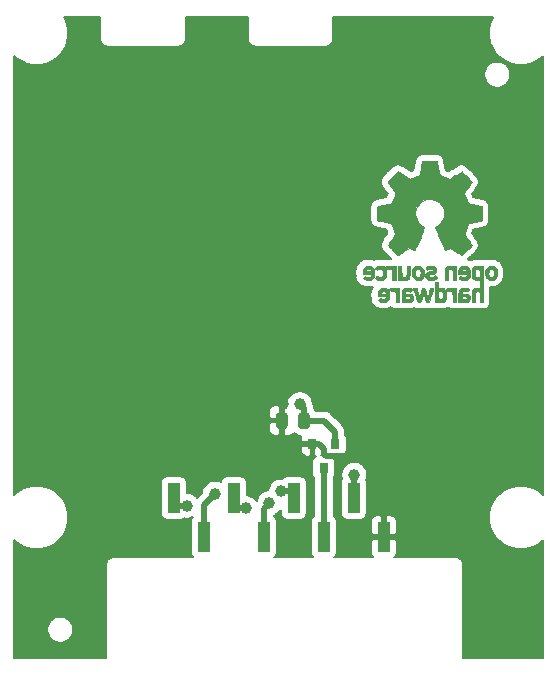
<source format=gbl>
%TF.GenerationSoftware,KiCad,Pcbnew,5.1.6-c6e7f7d~87~ubuntu20.04.1*%
%TF.CreationDate,2020-09-20T16:43:26+03:00*%
%TF.ProjectId,lcd_board,6c63645f-626f-4617-9264-2e6b69636164,rev?*%
%TF.SameCoordinates,Original*%
%TF.FileFunction,Copper,L2,Bot*%
%TF.FilePolarity,Positive*%
%FSLAX46Y46*%
G04 Gerber Fmt 4.6, Leading zero omitted, Abs format (unit mm)*
G04 Created by KiCad (PCBNEW 5.1.6-c6e7f7d~87~ubuntu20.04.1) date 2020-09-20 16:43:26*
%MOMM*%
%LPD*%
G01*
G04 APERTURE LIST*
%TA.AperFunction,EtchedComponent*%
%ADD10C,0.010000*%
%TD*%
%TA.AperFunction,SMDPad,CuDef*%
%ADD11R,1.000000X2.510000*%
%TD*%
%TA.AperFunction,SMDPad,CuDef*%
%ADD12R,0.800000X0.900000*%
%TD*%
%TA.AperFunction,ViaPad*%
%ADD13C,1.000000*%
%TD*%
%TA.AperFunction,Conductor*%
%ADD14C,0.500000*%
%TD*%
%TA.AperFunction,Conductor*%
%ADD15C,0.200000*%
%TD*%
G04 APERTURE END LIST*
D10*
%TO.C,LOGO1*%
G36*
X167553465Y-86433172D02*
G01*
X167440883Y-87030363D01*
X167025469Y-87201610D01*
X166610056Y-87372857D01*
X166111698Y-87033978D01*
X165972132Y-86939622D01*
X165845972Y-86855375D01*
X165739105Y-86785083D01*
X165657418Y-86732592D01*
X165606799Y-86701749D01*
X165593014Y-86695098D01*
X165568180Y-86712203D01*
X165515112Y-86759489D01*
X165439760Y-86830917D01*
X165348071Y-86920445D01*
X165245993Y-87022034D01*
X165139474Y-87129643D01*
X165034464Y-87237232D01*
X164936909Y-87338760D01*
X164852758Y-87428186D01*
X164787960Y-87499471D01*
X164748462Y-87546573D01*
X164739020Y-87562337D01*
X164752609Y-87591398D01*
X164790707Y-87655066D01*
X164849306Y-87747112D01*
X164924403Y-87861309D01*
X165011991Y-87991429D01*
X165062746Y-88065646D01*
X165155255Y-88201167D01*
X165237460Y-88323461D01*
X165305370Y-88426440D01*
X165355000Y-88504018D01*
X165382360Y-88550106D01*
X165386471Y-88559792D01*
X165377151Y-88587319D01*
X165351746Y-88651473D01*
X165314089Y-88743235D01*
X165268014Y-88853584D01*
X165217354Y-88973500D01*
X165165941Y-89093964D01*
X165117611Y-89205954D01*
X165076194Y-89300452D01*
X165045526Y-89368437D01*
X165029438Y-89400888D01*
X165028489Y-89402165D01*
X165003228Y-89408362D01*
X164935954Y-89422185D01*
X164833640Y-89442277D01*
X164703259Y-89467279D01*
X164551784Y-89495831D01*
X164463406Y-89512296D01*
X164301548Y-89543114D01*
X164155351Y-89572439D01*
X164032213Y-89598666D01*
X163939531Y-89620191D01*
X163884699Y-89635410D01*
X163873677Y-89640238D01*
X163862881Y-89672919D01*
X163854171Y-89746730D01*
X163847540Y-89853037D01*
X163842982Y-89983212D01*
X163840491Y-90128621D01*
X163840062Y-90280635D01*
X163841689Y-90430622D01*
X163845365Y-90569951D01*
X163851085Y-90689990D01*
X163858842Y-90782110D01*
X163868632Y-90837677D01*
X163874504Y-90849245D01*
X163909601Y-90863110D01*
X163983972Y-90882933D01*
X164087777Y-90906384D01*
X164211181Y-90931136D01*
X164254259Y-90939143D01*
X164461953Y-90977186D01*
X164626016Y-91007824D01*
X164751870Y-91032274D01*
X164844935Y-91051754D01*
X164910633Y-91067481D01*
X164954383Y-91080673D01*
X164981608Y-91092549D01*
X164997728Y-91104325D01*
X164999983Y-91106653D01*
X165022497Y-91144145D01*
X165056842Y-91217110D01*
X165099589Y-91316612D01*
X165147308Y-91433718D01*
X165196570Y-91559493D01*
X165243945Y-91685002D01*
X165286005Y-91801310D01*
X165319320Y-91899484D01*
X165340459Y-91970588D01*
X165345995Y-92005687D01*
X165345534Y-92006917D01*
X165326777Y-92035606D01*
X165284224Y-92098730D01*
X165222347Y-92189718D01*
X165145618Y-92302000D01*
X165058509Y-92429005D01*
X165033701Y-92465098D01*
X164945247Y-92595948D01*
X164867412Y-92715336D01*
X164804434Y-92816407D01*
X164760555Y-92892304D01*
X164740015Y-92936172D01*
X164739020Y-92941562D01*
X164756278Y-92969889D01*
X164803964Y-93026006D01*
X164875950Y-93103882D01*
X164966103Y-93197485D01*
X165068295Y-93300786D01*
X165176394Y-93407751D01*
X165284272Y-93512351D01*
X165385796Y-93608554D01*
X165474838Y-93690329D01*
X165545267Y-93751645D01*
X165590953Y-93786471D01*
X165603591Y-93792157D01*
X165633009Y-93778765D01*
X165693239Y-93742644D01*
X165774470Y-93689881D01*
X165836970Y-93647412D01*
X165950215Y-93569485D01*
X166084326Y-93477729D01*
X166218845Y-93386120D01*
X166291167Y-93337091D01*
X166535962Y-93171515D01*
X166741449Y-93282620D01*
X166835064Y-93331293D01*
X166914670Y-93369126D01*
X166968533Y-93390703D01*
X166982243Y-93393706D01*
X166998730Y-93371538D01*
X167031255Y-93308894D01*
X167077391Y-93211554D01*
X167134710Y-93085294D01*
X167200784Y-92935895D01*
X167273185Y-92769133D01*
X167349484Y-92590787D01*
X167427254Y-92406636D01*
X167504066Y-92222457D01*
X167577494Y-92044030D01*
X167645108Y-91877132D01*
X167704480Y-91727542D01*
X167753184Y-91601038D01*
X167788790Y-91503399D01*
X167808870Y-91440402D01*
X167812100Y-91418766D01*
X167786504Y-91391169D01*
X167730461Y-91346370D01*
X167655689Y-91293679D01*
X167649413Y-91289510D01*
X167456155Y-91134814D01*
X167300326Y-90954336D01*
X167183276Y-90753847D01*
X167106355Y-90539119D01*
X167070914Y-90315922D01*
X167078303Y-90090026D01*
X167129873Y-89867204D01*
X167226974Y-89653224D01*
X167255542Y-89606409D01*
X167404132Y-89417363D01*
X167579673Y-89265557D01*
X167776090Y-89151779D01*
X167987307Y-89076820D01*
X168207247Y-89041467D01*
X168429837Y-89046512D01*
X168648999Y-89092744D01*
X168858658Y-89180951D01*
X169052739Y-89311924D01*
X169112774Y-89365082D01*
X169265565Y-89531484D01*
X169376903Y-89706657D01*
X169453277Y-89903011D01*
X169495813Y-90097462D01*
X169506314Y-90316087D01*
X169471299Y-90535797D01*
X169394327Y-90749165D01*
X169278953Y-90948767D01*
X169128734Y-91127174D01*
X168947227Y-91276962D01*
X168923373Y-91292751D01*
X168847799Y-91344457D01*
X168790349Y-91389257D01*
X168762883Y-91417862D01*
X168762483Y-91418766D01*
X168768380Y-91449709D01*
X168791755Y-91519936D01*
X168830179Y-91623670D01*
X168881223Y-91755135D01*
X168942458Y-91908552D01*
X169011456Y-92078146D01*
X169085786Y-92258138D01*
X169163022Y-92442753D01*
X169240732Y-92626213D01*
X169316489Y-92802741D01*
X169387863Y-92966559D01*
X169452426Y-93111892D01*
X169507748Y-93232962D01*
X169551400Y-93323992D01*
X169580954Y-93379205D01*
X169592856Y-93393706D01*
X169629223Y-93382414D01*
X169697270Y-93352130D01*
X169785263Y-93308265D01*
X169833649Y-93282620D01*
X170039137Y-93171515D01*
X170283932Y-93337091D01*
X170408894Y-93421915D01*
X170545705Y-93515261D01*
X170673911Y-93603153D01*
X170738129Y-93647412D01*
X170828449Y-93708063D01*
X170904929Y-93756126D01*
X170957593Y-93785515D01*
X170974698Y-93791727D01*
X170999595Y-93774968D01*
X171054695Y-93728181D01*
X171134657Y-93656225D01*
X171234139Y-93563957D01*
X171347800Y-93456235D01*
X171419685Y-93387071D01*
X171545449Y-93263502D01*
X171654137Y-93152979D01*
X171741355Y-93060230D01*
X171802711Y-92989982D01*
X171833809Y-92946965D01*
X171836792Y-92938235D01*
X171822947Y-92905029D01*
X171784688Y-92837887D01*
X171726258Y-92743608D01*
X171651903Y-92628990D01*
X171565865Y-92500828D01*
X171541397Y-92465098D01*
X171452245Y-92335234D01*
X171372262Y-92218314D01*
X171305920Y-92120907D01*
X171257689Y-92049584D01*
X171232043Y-92010915D01*
X171229565Y-92006917D01*
X171233271Y-91976100D01*
X171252939Y-91908344D01*
X171285140Y-91812584D01*
X171326445Y-91697754D01*
X171373425Y-91572789D01*
X171422651Y-91446624D01*
X171470692Y-91328193D01*
X171514119Y-91226430D01*
X171549504Y-91150271D01*
X171573416Y-91108649D01*
X171575116Y-91106653D01*
X171589738Y-91094758D01*
X171614435Y-91082995D01*
X171654628Y-91070146D01*
X171715737Y-91054994D01*
X171803183Y-91036321D01*
X171922388Y-91012910D01*
X172078773Y-90983542D01*
X172277757Y-90947000D01*
X172320840Y-90939143D01*
X172448529Y-90914472D01*
X172559847Y-90890338D01*
X172644955Y-90869069D01*
X172694017Y-90852993D01*
X172700595Y-90849245D01*
X172711436Y-90816018D01*
X172720247Y-90741766D01*
X172727024Y-90635121D01*
X172731760Y-90504712D01*
X172734450Y-90359172D01*
X172735087Y-90207131D01*
X172733666Y-90057221D01*
X172730180Y-89918073D01*
X172724624Y-89798317D01*
X172716992Y-89706586D01*
X172707278Y-89651511D01*
X172701422Y-89640238D01*
X172668820Y-89628868D01*
X172594582Y-89610369D01*
X172486104Y-89586347D01*
X172350783Y-89558407D01*
X172196015Y-89528153D01*
X172111692Y-89512296D01*
X171951704Y-89482389D01*
X171809033Y-89455295D01*
X171690652Y-89432376D01*
X171603535Y-89414988D01*
X171554655Y-89404492D01*
X171546610Y-89402165D01*
X171533013Y-89375931D01*
X171504271Y-89312740D01*
X171464215Y-89221622D01*
X171416676Y-89111602D01*
X171365485Y-88991710D01*
X171314474Y-88870972D01*
X171267474Y-88758416D01*
X171228316Y-88663071D01*
X171200831Y-88593962D01*
X171188851Y-88560119D01*
X171188628Y-88558640D01*
X171202209Y-88531942D01*
X171240285Y-88470505D01*
X171298853Y-88380434D01*
X171373912Y-88267835D01*
X171461460Y-88138815D01*
X171512353Y-88064706D01*
X171605091Y-87928822D01*
X171687459Y-87805454D01*
X171755439Y-87700842D01*
X171805012Y-87621228D01*
X171832158Y-87572852D01*
X171836079Y-87562007D01*
X171819225Y-87536765D01*
X171772632Y-87482869D01*
X171702251Y-87406358D01*
X171614035Y-87313268D01*
X171513935Y-87209640D01*
X171407902Y-87101509D01*
X171301889Y-86994915D01*
X171201848Y-86895895D01*
X171113730Y-86810487D01*
X171043487Y-86744730D01*
X170997072Y-86704661D01*
X170981544Y-86695098D01*
X170956261Y-86708545D01*
X170895789Y-86746320D01*
X170806008Y-86804580D01*
X170692797Y-86879479D01*
X170562036Y-86967170D01*
X170463400Y-87033978D01*
X169965043Y-87372857D01*
X169549629Y-87201610D01*
X169134216Y-87030363D01*
X169021634Y-86433172D01*
X168909051Y-85835980D01*
X167666048Y-85835980D01*
X167553465Y-86433172D01*
G37*
X167553465Y-86433172D02*
X167440883Y-87030363D01*
X167025469Y-87201610D01*
X166610056Y-87372857D01*
X166111698Y-87033978D01*
X165972132Y-86939622D01*
X165845972Y-86855375D01*
X165739105Y-86785083D01*
X165657418Y-86732592D01*
X165606799Y-86701749D01*
X165593014Y-86695098D01*
X165568180Y-86712203D01*
X165515112Y-86759489D01*
X165439760Y-86830917D01*
X165348071Y-86920445D01*
X165245993Y-87022034D01*
X165139474Y-87129643D01*
X165034464Y-87237232D01*
X164936909Y-87338760D01*
X164852758Y-87428186D01*
X164787960Y-87499471D01*
X164748462Y-87546573D01*
X164739020Y-87562337D01*
X164752609Y-87591398D01*
X164790707Y-87655066D01*
X164849306Y-87747112D01*
X164924403Y-87861309D01*
X165011991Y-87991429D01*
X165062746Y-88065646D01*
X165155255Y-88201167D01*
X165237460Y-88323461D01*
X165305370Y-88426440D01*
X165355000Y-88504018D01*
X165382360Y-88550106D01*
X165386471Y-88559792D01*
X165377151Y-88587319D01*
X165351746Y-88651473D01*
X165314089Y-88743235D01*
X165268014Y-88853584D01*
X165217354Y-88973500D01*
X165165941Y-89093964D01*
X165117611Y-89205954D01*
X165076194Y-89300452D01*
X165045526Y-89368437D01*
X165029438Y-89400888D01*
X165028489Y-89402165D01*
X165003228Y-89408362D01*
X164935954Y-89422185D01*
X164833640Y-89442277D01*
X164703259Y-89467279D01*
X164551784Y-89495831D01*
X164463406Y-89512296D01*
X164301548Y-89543114D01*
X164155351Y-89572439D01*
X164032213Y-89598666D01*
X163939531Y-89620191D01*
X163884699Y-89635410D01*
X163873677Y-89640238D01*
X163862881Y-89672919D01*
X163854171Y-89746730D01*
X163847540Y-89853037D01*
X163842982Y-89983212D01*
X163840491Y-90128621D01*
X163840062Y-90280635D01*
X163841689Y-90430622D01*
X163845365Y-90569951D01*
X163851085Y-90689990D01*
X163858842Y-90782110D01*
X163868632Y-90837677D01*
X163874504Y-90849245D01*
X163909601Y-90863110D01*
X163983972Y-90882933D01*
X164087777Y-90906384D01*
X164211181Y-90931136D01*
X164254259Y-90939143D01*
X164461953Y-90977186D01*
X164626016Y-91007824D01*
X164751870Y-91032274D01*
X164844935Y-91051754D01*
X164910633Y-91067481D01*
X164954383Y-91080673D01*
X164981608Y-91092549D01*
X164997728Y-91104325D01*
X164999983Y-91106653D01*
X165022497Y-91144145D01*
X165056842Y-91217110D01*
X165099589Y-91316612D01*
X165147308Y-91433718D01*
X165196570Y-91559493D01*
X165243945Y-91685002D01*
X165286005Y-91801310D01*
X165319320Y-91899484D01*
X165340459Y-91970588D01*
X165345995Y-92005687D01*
X165345534Y-92006917D01*
X165326777Y-92035606D01*
X165284224Y-92098730D01*
X165222347Y-92189718D01*
X165145618Y-92302000D01*
X165058509Y-92429005D01*
X165033701Y-92465098D01*
X164945247Y-92595948D01*
X164867412Y-92715336D01*
X164804434Y-92816407D01*
X164760555Y-92892304D01*
X164740015Y-92936172D01*
X164739020Y-92941562D01*
X164756278Y-92969889D01*
X164803964Y-93026006D01*
X164875950Y-93103882D01*
X164966103Y-93197485D01*
X165068295Y-93300786D01*
X165176394Y-93407751D01*
X165284272Y-93512351D01*
X165385796Y-93608554D01*
X165474838Y-93690329D01*
X165545267Y-93751645D01*
X165590953Y-93786471D01*
X165603591Y-93792157D01*
X165633009Y-93778765D01*
X165693239Y-93742644D01*
X165774470Y-93689881D01*
X165836970Y-93647412D01*
X165950215Y-93569485D01*
X166084326Y-93477729D01*
X166218845Y-93386120D01*
X166291167Y-93337091D01*
X166535962Y-93171515D01*
X166741449Y-93282620D01*
X166835064Y-93331293D01*
X166914670Y-93369126D01*
X166968533Y-93390703D01*
X166982243Y-93393706D01*
X166998730Y-93371538D01*
X167031255Y-93308894D01*
X167077391Y-93211554D01*
X167134710Y-93085294D01*
X167200784Y-92935895D01*
X167273185Y-92769133D01*
X167349484Y-92590787D01*
X167427254Y-92406636D01*
X167504066Y-92222457D01*
X167577494Y-92044030D01*
X167645108Y-91877132D01*
X167704480Y-91727542D01*
X167753184Y-91601038D01*
X167788790Y-91503399D01*
X167808870Y-91440402D01*
X167812100Y-91418766D01*
X167786504Y-91391169D01*
X167730461Y-91346370D01*
X167655689Y-91293679D01*
X167649413Y-91289510D01*
X167456155Y-91134814D01*
X167300326Y-90954336D01*
X167183276Y-90753847D01*
X167106355Y-90539119D01*
X167070914Y-90315922D01*
X167078303Y-90090026D01*
X167129873Y-89867204D01*
X167226974Y-89653224D01*
X167255542Y-89606409D01*
X167404132Y-89417363D01*
X167579673Y-89265557D01*
X167776090Y-89151779D01*
X167987307Y-89076820D01*
X168207247Y-89041467D01*
X168429837Y-89046512D01*
X168648999Y-89092744D01*
X168858658Y-89180951D01*
X169052739Y-89311924D01*
X169112774Y-89365082D01*
X169265565Y-89531484D01*
X169376903Y-89706657D01*
X169453277Y-89903011D01*
X169495813Y-90097462D01*
X169506314Y-90316087D01*
X169471299Y-90535797D01*
X169394327Y-90749165D01*
X169278953Y-90948767D01*
X169128734Y-91127174D01*
X168947227Y-91276962D01*
X168923373Y-91292751D01*
X168847799Y-91344457D01*
X168790349Y-91389257D01*
X168762883Y-91417862D01*
X168762483Y-91418766D01*
X168768380Y-91449709D01*
X168791755Y-91519936D01*
X168830179Y-91623670D01*
X168881223Y-91755135D01*
X168942458Y-91908552D01*
X169011456Y-92078146D01*
X169085786Y-92258138D01*
X169163022Y-92442753D01*
X169240732Y-92626213D01*
X169316489Y-92802741D01*
X169387863Y-92966559D01*
X169452426Y-93111892D01*
X169507748Y-93232962D01*
X169551400Y-93323992D01*
X169580954Y-93379205D01*
X169592856Y-93393706D01*
X169629223Y-93382414D01*
X169697270Y-93352130D01*
X169785263Y-93308265D01*
X169833649Y-93282620D01*
X170039137Y-93171515D01*
X170283932Y-93337091D01*
X170408894Y-93421915D01*
X170545705Y-93515261D01*
X170673911Y-93603153D01*
X170738129Y-93647412D01*
X170828449Y-93708063D01*
X170904929Y-93756126D01*
X170957593Y-93785515D01*
X170974698Y-93791727D01*
X170999595Y-93774968D01*
X171054695Y-93728181D01*
X171134657Y-93656225D01*
X171234139Y-93563957D01*
X171347800Y-93456235D01*
X171419685Y-93387071D01*
X171545449Y-93263502D01*
X171654137Y-93152979D01*
X171741355Y-93060230D01*
X171802711Y-92989982D01*
X171833809Y-92946965D01*
X171836792Y-92938235D01*
X171822947Y-92905029D01*
X171784688Y-92837887D01*
X171726258Y-92743608D01*
X171651903Y-92628990D01*
X171565865Y-92500828D01*
X171541397Y-92465098D01*
X171452245Y-92335234D01*
X171372262Y-92218314D01*
X171305920Y-92120907D01*
X171257689Y-92049584D01*
X171232043Y-92010915D01*
X171229565Y-92006917D01*
X171233271Y-91976100D01*
X171252939Y-91908344D01*
X171285140Y-91812584D01*
X171326445Y-91697754D01*
X171373425Y-91572789D01*
X171422651Y-91446624D01*
X171470692Y-91328193D01*
X171514119Y-91226430D01*
X171549504Y-91150271D01*
X171573416Y-91108649D01*
X171575116Y-91106653D01*
X171589738Y-91094758D01*
X171614435Y-91082995D01*
X171654628Y-91070146D01*
X171715737Y-91054994D01*
X171803183Y-91036321D01*
X171922388Y-91012910D01*
X172078773Y-90983542D01*
X172277757Y-90947000D01*
X172320840Y-90939143D01*
X172448529Y-90914472D01*
X172559847Y-90890338D01*
X172644955Y-90869069D01*
X172694017Y-90852993D01*
X172700595Y-90849245D01*
X172711436Y-90816018D01*
X172720247Y-90741766D01*
X172727024Y-90635121D01*
X172731760Y-90504712D01*
X172734450Y-90359172D01*
X172735087Y-90207131D01*
X172733666Y-90057221D01*
X172730180Y-89918073D01*
X172724624Y-89798317D01*
X172716992Y-89706586D01*
X172707278Y-89651511D01*
X172701422Y-89640238D01*
X172668820Y-89628868D01*
X172594582Y-89610369D01*
X172486104Y-89586347D01*
X172350783Y-89558407D01*
X172196015Y-89528153D01*
X172111692Y-89512296D01*
X171951704Y-89482389D01*
X171809033Y-89455295D01*
X171690652Y-89432376D01*
X171603535Y-89414988D01*
X171554655Y-89404492D01*
X171546610Y-89402165D01*
X171533013Y-89375931D01*
X171504271Y-89312740D01*
X171464215Y-89221622D01*
X171416676Y-89111602D01*
X171365485Y-88991710D01*
X171314474Y-88870972D01*
X171267474Y-88758416D01*
X171228316Y-88663071D01*
X171200831Y-88593962D01*
X171188851Y-88560119D01*
X171188628Y-88558640D01*
X171202209Y-88531942D01*
X171240285Y-88470505D01*
X171298853Y-88380434D01*
X171373912Y-88267835D01*
X171461460Y-88138815D01*
X171512353Y-88064706D01*
X171605091Y-87928822D01*
X171687459Y-87805454D01*
X171755439Y-87700842D01*
X171805012Y-87621228D01*
X171832158Y-87572852D01*
X171836079Y-87562007D01*
X171819225Y-87536765D01*
X171772632Y-87482869D01*
X171702251Y-87406358D01*
X171614035Y-87313268D01*
X171513935Y-87209640D01*
X171407902Y-87101509D01*
X171301889Y-86994915D01*
X171201848Y-86895895D01*
X171113730Y-86810487D01*
X171043487Y-86744730D01*
X170997072Y-86704661D01*
X170981544Y-86695098D01*
X170956261Y-86708545D01*
X170895789Y-86746320D01*
X170806008Y-86804580D01*
X170692797Y-86879479D01*
X170562036Y-86967170D01*
X170463400Y-87033978D01*
X169965043Y-87372857D01*
X169549629Y-87201610D01*
X169134216Y-87030363D01*
X169021634Y-86433172D01*
X168909051Y-85835980D01*
X167666048Y-85835980D01*
X167553465Y-86433172D01*
G36*
X164736363Y-94687472D02*
G01*
X164650710Y-94713641D01*
X164595563Y-94746707D01*
X164577599Y-94772855D01*
X164582543Y-94803852D01*
X164614628Y-94852547D01*
X164641757Y-94887035D01*
X164697683Y-94949383D01*
X164739701Y-94975615D01*
X164775520Y-94973903D01*
X164881776Y-94946863D01*
X164959811Y-94948091D01*
X165023180Y-94978735D01*
X165044454Y-94996670D01*
X165112549Y-95059779D01*
X165112549Y-95883922D01*
X165386471Y-95883922D01*
X165386471Y-94688628D01*
X165249510Y-94688628D01*
X165167281Y-94691879D01*
X165124856Y-94703426D01*
X165112555Y-94725952D01*
X165112549Y-94726620D01*
X165106740Y-94750215D01*
X165080469Y-94747138D01*
X165044069Y-94730115D01*
X164968889Y-94698439D01*
X164907842Y-94679381D01*
X164829292Y-94674496D01*
X164736363Y-94687472D01*
G37*
X164736363Y-94687472D02*
X164650710Y-94713641D01*
X164595563Y-94746707D01*
X164577599Y-94772855D01*
X164582543Y-94803852D01*
X164614628Y-94852547D01*
X164641757Y-94887035D01*
X164697683Y-94949383D01*
X164739701Y-94975615D01*
X164775520Y-94973903D01*
X164881776Y-94946863D01*
X164959811Y-94948091D01*
X165023180Y-94978735D01*
X165044454Y-94996670D01*
X165112549Y-95059779D01*
X165112549Y-95883922D01*
X165386471Y-95883922D01*
X165386471Y-94688628D01*
X165249510Y-94688628D01*
X165167281Y-94691879D01*
X165124856Y-94703426D01*
X165112555Y-94725952D01*
X165112549Y-94726620D01*
X165106740Y-94750215D01*
X165080469Y-94747138D01*
X165044069Y-94730115D01*
X164968889Y-94698439D01*
X164907842Y-94679381D01*
X164829292Y-94674496D01*
X164736363Y-94687472D01*
G36*
X169793240Y-94709199D02*
G01*
X169731264Y-94738802D01*
X169671241Y-94781561D01*
X169625514Y-94830775D01*
X169592207Y-94893544D01*
X169569445Y-94976971D01*
X169555353Y-95088159D01*
X169548058Y-95234209D01*
X169545682Y-95422223D01*
X169545645Y-95441912D01*
X169545098Y-95883922D01*
X169819020Y-95883922D01*
X169819020Y-95476435D01*
X169819215Y-95325471D01*
X169820564Y-95216056D01*
X169824212Y-95139933D01*
X169831304Y-95088848D01*
X169842987Y-95054545D01*
X169860406Y-95028768D01*
X169884671Y-95003298D01*
X169969565Y-94948571D01*
X170062239Y-94938416D01*
X170150527Y-94973017D01*
X170181230Y-94998770D01*
X170203771Y-95022982D01*
X170219954Y-95048912D01*
X170230832Y-95084708D01*
X170237458Y-95138519D01*
X170240885Y-95218493D01*
X170242166Y-95332779D01*
X170242353Y-95471907D01*
X170242353Y-95883922D01*
X170516275Y-95883922D01*
X170516275Y-94688628D01*
X170379314Y-94688628D01*
X170297084Y-94691879D01*
X170254660Y-94703426D01*
X170242359Y-94725952D01*
X170242353Y-94726620D01*
X170236646Y-94748681D01*
X170211473Y-94746177D01*
X170161422Y-94721937D01*
X170047906Y-94686271D01*
X169918055Y-94682305D01*
X169793240Y-94709199D01*
G37*
X169793240Y-94709199D02*
X169731264Y-94738802D01*
X169671241Y-94781561D01*
X169625514Y-94830775D01*
X169592207Y-94893544D01*
X169569445Y-94976971D01*
X169555353Y-95088159D01*
X169548058Y-95234209D01*
X169545682Y-95422223D01*
X169545645Y-95441912D01*
X169545098Y-95883922D01*
X169819020Y-95883922D01*
X169819020Y-95476435D01*
X169819215Y-95325471D01*
X169820564Y-95216056D01*
X169824212Y-95139933D01*
X169831304Y-95088848D01*
X169842987Y-95054545D01*
X169860406Y-95028768D01*
X169884671Y-95003298D01*
X169969565Y-94948571D01*
X170062239Y-94938416D01*
X170150527Y-94973017D01*
X170181230Y-94998770D01*
X170203771Y-95022982D01*
X170219954Y-95048912D01*
X170230832Y-95084708D01*
X170237458Y-95138519D01*
X170240885Y-95218493D01*
X170242166Y-95332779D01*
X170242353Y-95471907D01*
X170242353Y-95883922D01*
X170516275Y-95883922D01*
X170516275Y-94688628D01*
X170379314Y-94688628D01*
X170297084Y-94691879D01*
X170254660Y-94703426D01*
X170242359Y-94725952D01*
X170242353Y-94726620D01*
X170236646Y-94748681D01*
X170211473Y-94746177D01*
X170161422Y-94721937D01*
X170047906Y-94686271D01*
X169918055Y-94682305D01*
X169793240Y-94709199D01*
G36*
X162996713Y-94684355D02*
G01*
X162932949Y-94699845D01*
X162810700Y-94756569D01*
X162706166Y-94843202D01*
X162633820Y-94947074D01*
X162623881Y-94970396D01*
X162610246Y-95031484D01*
X162600702Y-95121853D01*
X162597451Y-95213190D01*
X162597451Y-95385882D01*
X162958530Y-95385882D01*
X163107454Y-95386445D01*
X163212368Y-95389864D01*
X163279063Y-95398731D01*
X163313334Y-95415641D01*
X163320972Y-95443189D01*
X163307771Y-95483968D01*
X163284123Y-95531683D01*
X163218157Y-95611314D01*
X163126488Y-95650987D01*
X163014445Y-95649695D01*
X162887528Y-95606514D01*
X162777842Y-95553224D01*
X162686827Y-95625191D01*
X162595812Y-95697157D01*
X162681437Y-95776269D01*
X162795750Y-95851017D01*
X162936334Y-95896084D01*
X163087551Y-95908696D01*
X163233764Y-95886079D01*
X163257353Y-95878405D01*
X163385859Y-95811296D01*
X163481449Y-95711247D01*
X163546139Y-95575271D01*
X163581943Y-95400380D01*
X163582360Y-95396632D01*
X163585566Y-95206032D01*
X163572607Y-95138035D01*
X163319608Y-95138035D01*
X163296373Y-95148491D01*
X163233290Y-95156500D01*
X163140294Y-95161073D01*
X163081362Y-95161765D01*
X162971463Y-95161332D01*
X162902748Y-95158578D01*
X162866595Y-95151321D01*
X162854385Y-95137376D01*
X162857496Y-95114562D01*
X162860106Y-95105735D01*
X162904656Y-95022800D01*
X162974721Y-94955960D01*
X163036554Y-94926589D01*
X163118699Y-94928362D01*
X163201938Y-94964990D01*
X163271762Y-95025634D01*
X163313663Y-95099456D01*
X163319608Y-95138035D01*
X163572607Y-95138035D01*
X163553615Y-95038395D01*
X163490227Y-94897711D01*
X163399122Y-94787974D01*
X163284022Y-94713174D01*
X163148645Y-94677304D01*
X162996713Y-94684355D01*
G37*
X162996713Y-94684355D02*
X162932949Y-94699845D01*
X162810700Y-94756569D01*
X162706166Y-94843202D01*
X162633820Y-94947074D01*
X162623881Y-94970396D01*
X162610246Y-95031484D01*
X162600702Y-95121853D01*
X162597451Y-95213190D01*
X162597451Y-95385882D01*
X162958530Y-95385882D01*
X163107454Y-95386445D01*
X163212368Y-95389864D01*
X163279063Y-95398731D01*
X163313334Y-95415641D01*
X163320972Y-95443189D01*
X163307771Y-95483968D01*
X163284123Y-95531683D01*
X163218157Y-95611314D01*
X163126488Y-95650987D01*
X163014445Y-95649695D01*
X162887528Y-95606514D01*
X162777842Y-95553224D01*
X162686827Y-95625191D01*
X162595812Y-95697157D01*
X162681437Y-95776269D01*
X162795750Y-95851017D01*
X162936334Y-95896084D01*
X163087551Y-95908696D01*
X163233764Y-95886079D01*
X163257353Y-95878405D01*
X163385859Y-95811296D01*
X163481449Y-95711247D01*
X163546139Y-95575271D01*
X163581943Y-95400380D01*
X163582360Y-95396632D01*
X163585566Y-95206032D01*
X163572607Y-95138035D01*
X163319608Y-95138035D01*
X163296373Y-95148491D01*
X163233290Y-95156500D01*
X163140294Y-95161073D01*
X163081362Y-95161765D01*
X162971463Y-95161332D01*
X162902748Y-95158578D01*
X162866595Y-95151321D01*
X162854385Y-95137376D01*
X162857496Y-95114562D01*
X162860106Y-95105735D01*
X162904656Y-95022800D01*
X162974721Y-94955960D01*
X163036554Y-94926589D01*
X163118699Y-94928362D01*
X163201938Y-94964990D01*
X163271762Y-95025634D01*
X163313663Y-95099456D01*
X163319608Y-95138035D01*
X163572607Y-95138035D01*
X163553615Y-95038395D01*
X163490227Y-94897711D01*
X163399122Y-94787974D01*
X163284022Y-94713174D01*
X163148645Y-94677304D01*
X162996713Y-94684355D01*
G36*
X163909024Y-94699056D02*
G01*
X163764744Y-94760348D01*
X163719301Y-94790185D01*
X163661221Y-94836036D01*
X163624762Y-94872089D01*
X163618432Y-94883832D01*
X163636307Y-94909889D01*
X163682050Y-94954105D01*
X163718672Y-94984965D01*
X163818912Y-95065520D01*
X163898065Y-94998918D01*
X163959231Y-94955921D01*
X164018871Y-94941079D01*
X164087128Y-94944704D01*
X164195518Y-94971652D01*
X164270128Y-95027587D01*
X164315470Y-95118014D01*
X164336053Y-95248435D01*
X164336058Y-95248517D01*
X164334278Y-95394290D01*
X164306613Y-95501245D01*
X164251429Y-95574064D01*
X164213808Y-95598723D01*
X164113895Y-95629431D01*
X164007178Y-95629449D01*
X163914331Y-95599655D01*
X163892353Y-95585098D01*
X163837235Y-95547914D01*
X163794141Y-95541820D01*
X163747665Y-95569496D01*
X163696284Y-95619205D01*
X163614954Y-95703116D01*
X163705251Y-95777546D01*
X163844764Y-95861549D01*
X164002088Y-95902947D01*
X164166497Y-95899950D01*
X164274469Y-95872500D01*
X164400669Y-95804620D01*
X164501599Y-95697831D01*
X164547452Y-95622451D01*
X164584590Y-95514297D01*
X164603173Y-95377318D01*
X164603316Y-95228864D01*
X164585135Y-95086281D01*
X164548745Y-94966918D01*
X164543013Y-94954680D01*
X164458135Y-94834655D01*
X164343218Y-94747267D01*
X164207341Y-94694329D01*
X164059583Y-94677654D01*
X163909024Y-94699056D01*
G37*
X163909024Y-94699056D02*
X163764744Y-94760348D01*
X163719301Y-94790185D01*
X163661221Y-94836036D01*
X163624762Y-94872089D01*
X163618432Y-94883832D01*
X163636307Y-94909889D01*
X163682050Y-94954105D01*
X163718672Y-94984965D01*
X163818912Y-95065520D01*
X163898065Y-94998918D01*
X163959231Y-94955921D01*
X164018871Y-94941079D01*
X164087128Y-94944704D01*
X164195518Y-94971652D01*
X164270128Y-95027587D01*
X164315470Y-95118014D01*
X164336053Y-95248435D01*
X164336058Y-95248517D01*
X164334278Y-95394290D01*
X164306613Y-95501245D01*
X164251429Y-95574064D01*
X164213808Y-95598723D01*
X164113895Y-95629431D01*
X164007178Y-95629449D01*
X163914331Y-95599655D01*
X163892353Y-95585098D01*
X163837235Y-95547914D01*
X163794141Y-95541820D01*
X163747665Y-95569496D01*
X163696284Y-95619205D01*
X163614954Y-95703116D01*
X163705251Y-95777546D01*
X163844764Y-95861549D01*
X164002088Y-95902947D01*
X164166497Y-95899950D01*
X164274469Y-95872500D01*
X164400669Y-95804620D01*
X164501599Y-95697831D01*
X164547452Y-95622451D01*
X164584590Y-95514297D01*
X164603173Y-95377318D01*
X164603316Y-95228864D01*
X164585135Y-95086281D01*
X164548745Y-94966918D01*
X164543013Y-94954680D01*
X164458135Y-94834655D01*
X164343218Y-94747267D01*
X164207341Y-94694329D01*
X164059583Y-94677654D01*
X163909024Y-94699056D01*
G36*
X166332746Y-95076245D02*
G01*
X166330392Y-95258879D01*
X166321793Y-95397600D01*
X166304640Y-95498147D01*
X166276626Y-95566254D01*
X166235443Y-95607659D01*
X166178783Y-95628097D01*
X166108628Y-95633318D01*
X166035152Y-95627468D01*
X165979343Y-95606093D01*
X165938891Y-95563458D01*
X165911491Y-95493825D01*
X165894833Y-95391460D01*
X165886611Y-95250624D01*
X165884510Y-95076245D01*
X165884510Y-94688628D01*
X165610589Y-94688628D01*
X165610589Y-95883922D01*
X165747549Y-95883922D01*
X165830116Y-95880576D01*
X165872632Y-95868826D01*
X165884510Y-95846520D01*
X165891664Y-95826654D01*
X165920135Y-95830857D01*
X165977524Y-95858971D01*
X166109055Y-95902342D01*
X166248562Y-95899270D01*
X166382235Y-95852174D01*
X166445892Y-95814971D01*
X166494447Y-95774691D01*
X166529919Y-95724291D01*
X166554326Y-95656729D01*
X166569687Y-95564965D01*
X166578018Y-95441955D01*
X166581338Y-95280659D01*
X166581765Y-95155928D01*
X166581765Y-94688628D01*
X166332746Y-94688628D01*
X166332746Y-95076245D01*
G37*
X166332746Y-95076245D02*
X166330392Y-95258879D01*
X166321793Y-95397600D01*
X166304640Y-95498147D01*
X166276626Y-95566254D01*
X166235443Y-95607659D01*
X166178783Y-95628097D01*
X166108628Y-95633318D01*
X166035152Y-95627468D01*
X165979343Y-95606093D01*
X165938891Y-95563458D01*
X165911491Y-95493825D01*
X165894833Y-95391460D01*
X165886611Y-95250624D01*
X165884510Y-95076245D01*
X165884510Y-94688628D01*
X165610589Y-94688628D01*
X165610589Y-95883922D01*
X165747549Y-95883922D01*
X165830116Y-95880576D01*
X165872632Y-95868826D01*
X165884510Y-95846520D01*
X165891664Y-95826654D01*
X165920135Y-95830857D01*
X165977524Y-95858971D01*
X166109055Y-95902342D01*
X166248562Y-95899270D01*
X166382235Y-95852174D01*
X166445892Y-95814971D01*
X166494447Y-95774691D01*
X166529919Y-95724291D01*
X166554326Y-95656729D01*
X166569687Y-95564965D01*
X166578018Y-95441955D01*
X166581338Y-95280659D01*
X166581765Y-95155928D01*
X166581765Y-94688628D01*
X166332746Y-94688628D01*
X166332746Y-95076245D01*
G36*
X167090453Y-94703364D02*
G01*
X166964498Y-94771959D01*
X166865953Y-94880245D01*
X166819522Y-94968315D01*
X166799588Y-95046101D01*
X166786672Y-95156993D01*
X166781137Y-95284738D01*
X166783346Y-95413084D01*
X166793663Y-95525779D01*
X166805714Y-95585969D01*
X166846366Y-95668311D01*
X166916770Y-95755770D01*
X167001618Y-95832251D01*
X167085603Y-95881655D01*
X167087651Y-95882439D01*
X167191866Y-95904027D01*
X167315373Y-95904562D01*
X167432739Y-95884908D01*
X167478058Y-95869155D01*
X167594780Y-95802966D01*
X167678376Y-95716246D01*
X167733299Y-95601438D01*
X167764005Y-95450982D01*
X167770953Y-95372173D01*
X167770067Y-95273145D01*
X167503138Y-95273145D01*
X167494146Y-95417645D01*
X167468264Y-95527760D01*
X167427132Y-95598116D01*
X167397828Y-95618235D01*
X167322749Y-95632265D01*
X167233506Y-95628111D01*
X167156350Y-95607922D01*
X167136117Y-95596815D01*
X167082735Y-95532123D01*
X167047500Y-95433119D01*
X167032502Y-95312632D01*
X167039828Y-95183494D01*
X167056201Y-95105775D01*
X167103210Y-95015771D01*
X167177418Y-94959509D01*
X167266791Y-94940057D01*
X167359293Y-94960481D01*
X167430347Y-95010437D01*
X167467688Y-95051655D01*
X167489482Y-95092281D01*
X167499870Y-95147264D01*
X167502994Y-95231549D01*
X167503138Y-95273145D01*
X167770067Y-95273145D01*
X167769070Y-95161874D01*
X167734820Y-94989423D01*
X167668198Y-94854814D01*
X167569201Y-94758040D01*
X167437825Y-94699094D01*
X167409615Y-94692259D01*
X167240074Y-94676213D01*
X167090453Y-94703364D01*
G37*
X167090453Y-94703364D02*
X166964498Y-94771959D01*
X166865953Y-94880245D01*
X166819522Y-94968315D01*
X166799588Y-95046101D01*
X166786672Y-95156993D01*
X166781137Y-95284738D01*
X166783346Y-95413084D01*
X166793663Y-95525779D01*
X166805714Y-95585969D01*
X166846366Y-95668311D01*
X166916770Y-95755770D01*
X167001618Y-95832251D01*
X167085603Y-95881655D01*
X167087651Y-95882439D01*
X167191866Y-95904027D01*
X167315373Y-95904562D01*
X167432739Y-95884908D01*
X167478058Y-95869155D01*
X167594780Y-95802966D01*
X167678376Y-95716246D01*
X167733299Y-95601438D01*
X167764005Y-95450982D01*
X167770953Y-95372173D01*
X167770067Y-95273145D01*
X167503138Y-95273145D01*
X167494146Y-95417645D01*
X167468264Y-95527760D01*
X167427132Y-95598116D01*
X167397828Y-95618235D01*
X167322749Y-95632265D01*
X167233506Y-95628111D01*
X167156350Y-95607922D01*
X167136117Y-95596815D01*
X167082735Y-95532123D01*
X167047500Y-95433119D01*
X167032502Y-95312632D01*
X167039828Y-95183494D01*
X167056201Y-95105775D01*
X167103210Y-95015771D01*
X167177418Y-94959509D01*
X167266791Y-94940057D01*
X167359293Y-94960481D01*
X167430347Y-95010437D01*
X167467688Y-95051655D01*
X167489482Y-95092281D01*
X167499870Y-95147264D01*
X167502994Y-95231549D01*
X167503138Y-95273145D01*
X167770067Y-95273145D01*
X167769070Y-95161874D01*
X167734820Y-94989423D01*
X167668198Y-94854814D01*
X167569201Y-94758040D01*
X167437825Y-94699094D01*
X167409615Y-94692259D01*
X167240074Y-94676213D01*
X167090453Y-94703364D01*
G36*
X168272241Y-94684345D02*
G01*
X168177941Y-94702229D01*
X168080110Y-94739633D01*
X168069657Y-94744402D01*
X167995469Y-94783412D01*
X167944090Y-94819664D01*
X167927483Y-94842887D01*
X167943298Y-94880761D01*
X167981712Y-94936644D01*
X167998763Y-94957505D01*
X168069031Y-95039618D01*
X168159621Y-94986168D01*
X168245836Y-94950561D01*
X168345451Y-94931529D01*
X168440981Y-94930326D01*
X168514939Y-94948210D01*
X168532688Y-94959373D01*
X168566488Y-95010553D01*
X168570596Y-95069509D01*
X168545304Y-95115567D01*
X168530344Y-95124499D01*
X168485514Y-95135592D01*
X168406714Y-95148630D01*
X168309574Y-95161088D01*
X168291654Y-95163042D01*
X168135635Y-95190030D01*
X168022477Y-95235873D01*
X167947431Y-95304803D01*
X167905747Y-95401054D01*
X167892762Y-95518617D01*
X167910701Y-95652254D01*
X167968950Y-95757195D01*
X168067745Y-95833630D01*
X168207318Y-95881748D01*
X168362255Y-95900732D01*
X168488602Y-95900504D01*
X168591087Y-95883262D01*
X168661079Y-95859457D01*
X168749517Y-95817978D01*
X168831246Y-95769842D01*
X168860295Y-95748655D01*
X168935000Y-95687676D01*
X168844902Y-95596508D01*
X168754804Y-95505339D01*
X168652368Y-95573128D01*
X168549626Y-95624042D01*
X168439913Y-95650673D01*
X168334449Y-95653483D01*
X168244454Y-95632935D01*
X168181146Y-95589493D01*
X168160704Y-95552838D01*
X168163771Y-95494053D01*
X168214566Y-95449099D01*
X168312952Y-95418057D01*
X168420744Y-95403710D01*
X168586635Y-95376337D01*
X168709876Y-95324693D01*
X168792114Y-95247266D01*
X168834999Y-95142544D01*
X168840940Y-95018387D01*
X168811594Y-94888702D01*
X168744691Y-94790677D01*
X168639629Y-94723866D01*
X168495810Y-94687820D01*
X168389262Y-94680754D01*
X168272241Y-94684345D01*
G37*
X168272241Y-94684345D02*
X168177941Y-94702229D01*
X168080110Y-94739633D01*
X168069657Y-94744402D01*
X167995469Y-94783412D01*
X167944090Y-94819664D01*
X167927483Y-94842887D01*
X167943298Y-94880761D01*
X167981712Y-94936644D01*
X167998763Y-94957505D01*
X168069031Y-95039618D01*
X168159621Y-94986168D01*
X168245836Y-94950561D01*
X168345451Y-94931529D01*
X168440981Y-94930326D01*
X168514939Y-94948210D01*
X168532688Y-94959373D01*
X168566488Y-95010553D01*
X168570596Y-95069509D01*
X168545304Y-95115567D01*
X168530344Y-95124499D01*
X168485514Y-95135592D01*
X168406714Y-95148630D01*
X168309574Y-95161088D01*
X168291654Y-95163042D01*
X168135635Y-95190030D01*
X168022477Y-95235873D01*
X167947431Y-95304803D01*
X167905747Y-95401054D01*
X167892762Y-95518617D01*
X167910701Y-95652254D01*
X167968950Y-95757195D01*
X168067745Y-95833630D01*
X168207318Y-95881748D01*
X168362255Y-95900732D01*
X168488602Y-95900504D01*
X168591087Y-95883262D01*
X168661079Y-95859457D01*
X168749517Y-95817978D01*
X168831246Y-95769842D01*
X168860295Y-95748655D01*
X168935000Y-95687676D01*
X168844902Y-95596508D01*
X168754804Y-95505339D01*
X168652368Y-95573128D01*
X168549626Y-95624042D01*
X168439913Y-95650673D01*
X168334449Y-95653483D01*
X168244454Y-95632935D01*
X168181146Y-95589493D01*
X168160704Y-95552838D01*
X168163771Y-95494053D01*
X168214566Y-95449099D01*
X168312952Y-95418057D01*
X168420744Y-95403710D01*
X168586635Y-95376337D01*
X168709876Y-95324693D01*
X168792114Y-95247266D01*
X168834999Y-95142544D01*
X168840940Y-95018387D01*
X168811594Y-94888702D01*
X168744691Y-94790677D01*
X168639629Y-94723866D01*
X168495810Y-94687820D01*
X168389262Y-94680754D01*
X168272241Y-94684345D01*
G36*
X170986796Y-94716354D02*
G01*
X170961981Y-94728037D01*
X170876094Y-94790951D01*
X170794879Y-94882769D01*
X170734236Y-94983868D01*
X170716988Y-95030349D01*
X170701251Y-95113376D01*
X170691867Y-95213713D01*
X170690728Y-95255147D01*
X170690589Y-95385882D01*
X171443047Y-95385882D01*
X171427007Y-95454363D01*
X171387637Y-95535355D01*
X171318806Y-95605351D01*
X171236919Y-95650441D01*
X171184737Y-95659804D01*
X171113971Y-95648441D01*
X171029540Y-95619943D01*
X171000858Y-95606831D01*
X170894791Y-95553858D01*
X170804272Y-95622901D01*
X170752039Y-95669597D01*
X170724247Y-95708140D01*
X170722840Y-95719452D01*
X170747668Y-95746868D01*
X170802083Y-95788532D01*
X170851472Y-95821037D01*
X170984748Y-95879468D01*
X171134161Y-95905915D01*
X171282249Y-95899039D01*
X171400295Y-95863096D01*
X171521982Y-95786101D01*
X171608460Y-95684728D01*
X171662559Y-95553570D01*
X171687109Y-95387224D01*
X171689286Y-95311108D01*
X171680573Y-95136685D01*
X171679503Y-95131611D01*
X171430173Y-95131611D01*
X171423306Y-95147968D01*
X171395083Y-95156988D01*
X171336873Y-95160854D01*
X171240042Y-95161749D01*
X171202757Y-95161765D01*
X171089317Y-95160413D01*
X171017378Y-95155505D01*
X170978687Y-95145760D01*
X170964995Y-95129899D01*
X170964510Y-95124805D01*
X170980137Y-95084326D01*
X171019247Y-95027621D01*
X171036061Y-95007766D01*
X171098481Y-94951611D01*
X171163547Y-94929532D01*
X171198603Y-94927686D01*
X171293442Y-94950766D01*
X171372973Y-95012759D01*
X171423423Y-95102802D01*
X171424317Y-95105735D01*
X171430173Y-95131611D01*
X171679503Y-95131611D01*
X171651601Y-94999343D01*
X171599410Y-94889461D01*
X171535579Y-94811461D01*
X171417567Y-94726882D01*
X171278842Y-94681686D01*
X171131290Y-94677600D01*
X170986796Y-94716354D01*
G37*
X170986796Y-94716354D02*
X170961981Y-94728037D01*
X170876094Y-94790951D01*
X170794879Y-94882769D01*
X170734236Y-94983868D01*
X170716988Y-95030349D01*
X170701251Y-95113376D01*
X170691867Y-95213713D01*
X170690728Y-95255147D01*
X170690589Y-95385882D01*
X171443047Y-95385882D01*
X171427007Y-95454363D01*
X171387637Y-95535355D01*
X171318806Y-95605351D01*
X171236919Y-95650441D01*
X171184737Y-95659804D01*
X171113971Y-95648441D01*
X171029540Y-95619943D01*
X171000858Y-95606831D01*
X170894791Y-95553858D01*
X170804272Y-95622901D01*
X170752039Y-95669597D01*
X170724247Y-95708140D01*
X170722840Y-95719452D01*
X170747668Y-95746868D01*
X170802083Y-95788532D01*
X170851472Y-95821037D01*
X170984748Y-95879468D01*
X171134161Y-95905915D01*
X171282249Y-95899039D01*
X171400295Y-95863096D01*
X171521982Y-95786101D01*
X171608460Y-95684728D01*
X171662559Y-95553570D01*
X171687109Y-95387224D01*
X171689286Y-95311108D01*
X171680573Y-95136685D01*
X171679503Y-95131611D01*
X171430173Y-95131611D01*
X171423306Y-95147968D01*
X171395083Y-95156988D01*
X171336873Y-95160854D01*
X171240042Y-95161749D01*
X171202757Y-95161765D01*
X171089317Y-95160413D01*
X171017378Y-95155505D01*
X170978687Y-95145760D01*
X170964995Y-95129899D01*
X170964510Y-95124805D01*
X170980137Y-95084326D01*
X171019247Y-95027621D01*
X171036061Y-95007766D01*
X171098481Y-94951611D01*
X171163547Y-94929532D01*
X171198603Y-94927686D01*
X171293442Y-94950766D01*
X171372973Y-95012759D01*
X171423423Y-95102802D01*
X171424317Y-95105735D01*
X171430173Y-95131611D01*
X171679503Y-95131611D01*
X171651601Y-94999343D01*
X171599410Y-94889461D01*
X171535579Y-94811461D01*
X171417567Y-94726882D01*
X171278842Y-94681686D01*
X171131290Y-94677600D01*
X170986796Y-94716354D01*
G36*
X173326753Y-94701568D02*
G01*
X173196478Y-94759163D01*
X173097581Y-94855334D01*
X173029918Y-94990229D01*
X172993345Y-95163996D01*
X172990724Y-95191126D01*
X172988670Y-95382408D01*
X173015301Y-95550073D01*
X173068999Y-95685967D01*
X173097753Y-95729681D01*
X173197909Y-95822198D01*
X173325463Y-95882119D01*
X173468163Y-95906985D01*
X173613760Y-95894339D01*
X173724438Y-95855391D01*
X173819616Y-95789755D01*
X173897406Y-95703699D01*
X173898751Y-95701685D01*
X173930343Y-95648570D01*
X173950873Y-95595160D01*
X173963305Y-95527754D01*
X173970603Y-95432653D01*
X173973818Y-95354666D01*
X173975156Y-95283944D01*
X173726186Y-95283944D01*
X173723753Y-95354348D01*
X173714920Y-95448068D01*
X173699336Y-95508214D01*
X173671234Y-95551006D01*
X173644914Y-95576002D01*
X173551608Y-95628338D01*
X173453980Y-95635333D01*
X173363058Y-95597676D01*
X173317598Y-95555479D01*
X173284838Y-95512956D01*
X173265677Y-95472267D01*
X173257267Y-95419314D01*
X173256763Y-95339997D01*
X173259355Y-95266950D01*
X173264929Y-95162601D01*
X173273766Y-95094920D01*
X173289693Y-95050774D01*
X173316538Y-95017031D01*
X173337811Y-94997746D01*
X173426794Y-94947086D01*
X173522789Y-94944560D01*
X173603281Y-94974567D01*
X173671947Y-95037231D01*
X173712856Y-95140168D01*
X173726186Y-95283944D01*
X173975156Y-95283944D01*
X173976754Y-95199582D01*
X173971740Y-95083600D01*
X173956717Y-94996367D01*
X173929624Y-94927530D01*
X173888400Y-94866737D01*
X173873115Y-94848686D01*
X173777546Y-94758746D01*
X173675039Y-94706211D01*
X173549679Y-94684201D01*
X173488550Y-94682402D01*
X173326753Y-94701568D01*
G37*
X173326753Y-94701568D02*
X173196478Y-94759163D01*
X173097581Y-94855334D01*
X173029918Y-94990229D01*
X172993345Y-95163996D01*
X172990724Y-95191126D01*
X172988670Y-95382408D01*
X173015301Y-95550073D01*
X173068999Y-95685967D01*
X173097753Y-95729681D01*
X173197909Y-95822198D01*
X173325463Y-95882119D01*
X173468163Y-95906985D01*
X173613760Y-95894339D01*
X173724438Y-95855391D01*
X173819616Y-95789755D01*
X173897406Y-95703699D01*
X173898751Y-95701685D01*
X173930343Y-95648570D01*
X173950873Y-95595160D01*
X173963305Y-95527754D01*
X173970603Y-95432653D01*
X173973818Y-95354666D01*
X173975156Y-95283944D01*
X173726186Y-95283944D01*
X173723753Y-95354348D01*
X173714920Y-95448068D01*
X173699336Y-95508214D01*
X173671234Y-95551006D01*
X173644914Y-95576002D01*
X173551608Y-95628338D01*
X173453980Y-95635333D01*
X173363058Y-95597676D01*
X173317598Y-95555479D01*
X173284838Y-95512956D01*
X173265677Y-95472267D01*
X173257267Y-95419314D01*
X173256763Y-95339997D01*
X173259355Y-95266950D01*
X173264929Y-95162601D01*
X173273766Y-95094920D01*
X173289693Y-95050774D01*
X173316538Y-95017031D01*
X173337811Y-94997746D01*
X173426794Y-94947086D01*
X173522789Y-94944560D01*
X173603281Y-94974567D01*
X173671947Y-95037231D01*
X173712856Y-95140168D01*
X173726186Y-95283944D01*
X173975156Y-95283944D01*
X173976754Y-95199582D01*
X173971740Y-95083600D01*
X173956717Y-94996367D01*
X173929624Y-94927530D01*
X173888400Y-94866737D01*
X173873115Y-94848686D01*
X173777546Y-94758746D01*
X173675039Y-94706211D01*
X173549679Y-94684201D01*
X173488550Y-94682402D01*
X173326753Y-94701568D01*
G36*
X164274693Y-96562784D02*
G01*
X164155663Y-96593731D01*
X164055979Y-96657600D01*
X164007712Y-96705313D01*
X163928592Y-96818106D01*
X163883248Y-96948950D01*
X163867670Y-97109792D01*
X163867590Y-97122794D01*
X163867451Y-97253530D01*
X164619909Y-97253530D01*
X164603870Y-97322010D01*
X164574909Y-97384031D01*
X164524222Y-97448654D01*
X164513621Y-97458971D01*
X164422506Y-97514805D01*
X164318600Y-97524275D01*
X164199000Y-97487540D01*
X164178726Y-97477647D01*
X164116544Y-97447574D01*
X164074894Y-97430440D01*
X164067627Y-97428855D01*
X164042260Y-97444242D01*
X163993880Y-97481887D01*
X163969321Y-97502459D01*
X163918430Y-97549714D01*
X163901719Y-97580917D01*
X163913317Y-97609620D01*
X163919517Y-97617468D01*
X163961507Y-97651819D01*
X164030794Y-97693565D01*
X164079118Y-97717935D01*
X164216289Y-97760873D01*
X164368153Y-97774786D01*
X164511976Y-97758300D01*
X164552255Y-97746496D01*
X164676922Y-97679689D01*
X164769329Y-97576892D01*
X164830010Y-97437105D01*
X164859502Y-97259330D01*
X164862740Y-97166373D01*
X164853286Y-97031033D01*
X164614510Y-97031033D01*
X164591416Y-97041038D01*
X164529338Y-97048888D01*
X164439086Y-97053521D01*
X164377942Y-97054314D01*
X164267960Y-97053549D01*
X164198543Y-97049970D01*
X164160462Y-97041649D01*
X164144485Y-97026657D01*
X164141373Y-97004903D01*
X164162722Y-96937892D01*
X164216471Y-96871664D01*
X164287178Y-96820832D01*
X164357911Y-96800038D01*
X164453984Y-96818484D01*
X164537151Y-96871811D01*
X164594814Y-96948677D01*
X164614510Y-97031033D01*
X164853286Y-97031033D01*
X164848972Y-96969291D01*
X164806480Y-96812271D01*
X164734365Y-96694069D01*
X164631727Y-96613440D01*
X164497668Y-96569139D01*
X164425043Y-96560607D01*
X164274693Y-96562784D01*
G37*
X164274693Y-96562784D02*
X164155663Y-96593731D01*
X164055979Y-96657600D01*
X164007712Y-96705313D01*
X163928592Y-96818106D01*
X163883248Y-96948950D01*
X163867670Y-97109792D01*
X163867590Y-97122794D01*
X163867451Y-97253530D01*
X164619909Y-97253530D01*
X164603870Y-97322010D01*
X164574909Y-97384031D01*
X164524222Y-97448654D01*
X164513621Y-97458971D01*
X164422506Y-97514805D01*
X164318600Y-97524275D01*
X164199000Y-97487540D01*
X164178726Y-97477647D01*
X164116544Y-97447574D01*
X164074894Y-97430440D01*
X164067627Y-97428855D01*
X164042260Y-97444242D01*
X163993880Y-97481887D01*
X163969321Y-97502459D01*
X163918430Y-97549714D01*
X163901719Y-97580917D01*
X163913317Y-97609620D01*
X163919517Y-97617468D01*
X163961507Y-97651819D01*
X164030794Y-97693565D01*
X164079118Y-97717935D01*
X164216289Y-97760873D01*
X164368153Y-97774786D01*
X164511976Y-97758300D01*
X164552255Y-97746496D01*
X164676922Y-97679689D01*
X164769329Y-97576892D01*
X164830010Y-97437105D01*
X164859502Y-97259330D01*
X164862740Y-97166373D01*
X164853286Y-97031033D01*
X164614510Y-97031033D01*
X164591416Y-97041038D01*
X164529338Y-97048888D01*
X164439086Y-97053521D01*
X164377942Y-97054314D01*
X164267960Y-97053549D01*
X164198543Y-97049970D01*
X164160462Y-97041649D01*
X164144485Y-97026657D01*
X164141373Y-97004903D01*
X164162722Y-96937892D01*
X164216471Y-96871664D01*
X164287178Y-96820832D01*
X164357911Y-96800038D01*
X164453984Y-96818484D01*
X164537151Y-96871811D01*
X164594814Y-96948677D01*
X164614510Y-97031033D01*
X164853286Y-97031033D01*
X164848972Y-96969291D01*
X164806480Y-96812271D01*
X164734365Y-96694069D01*
X164631727Y-96613440D01*
X164497668Y-96569139D01*
X164425043Y-96560607D01*
X164274693Y-96562784D01*
G36*
X165061554Y-96555883D02*
G01*
X164965823Y-96574755D01*
X164911323Y-96602699D01*
X164853992Y-96649123D01*
X164935559Y-96752111D01*
X164985850Y-96814479D01*
X165019999Y-96844907D01*
X165053937Y-96849555D01*
X165103594Y-96834586D01*
X165126904Y-96826117D01*
X165221937Y-96813622D01*
X165308968Y-96840406D01*
X165372862Y-96900915D01*
X165383241Y-96920208D01*
X165394544Y-96971314D01*
X165403268Y-97065500D01*
X165409003Y-97196089D01*
X165411340Y-97356405D01*
X165411373Y-97379211D01*
X165411373Y-97776471D01*
X165685295Y-97776471D01*
X165685295Y-96556275D01*
X165548334Y-96556275D01*
X165469362Y-96558337D01*
X165428221Y-96567513D01*
X165413008Y-96588290D01*
X165411373Y-96607886D01*
X165411373Y-96659497D01*
X165345760Y-96607886D01*
X165270525Y-96572675D01*
X165169456Y-96555265D01*
X165061554Y-96555883D01*
G37*
X165061554Y-96555883D02*
X164965823Y-96574755D01*
X164911323Y-96602699D01*
X164853992Y-96649123D01*
X164935559Y-96752111D01*
X164985850Y-96814479D01*
X165019999Y-96844907D01*
X165053937Y-96849555D01*
X165103594Y-96834586D01*
X165126904Y-96826117D01*
X165221937Y-96813622D01*
X165308968Y-96840406D01*
X165372862Y-96900915D01*
X165383241Y-96920208D01*
X165394544Y-96971314D01*
X165403268Y-97065500D01*
X165409003Y-97196089D01*
X165411340Y-97356405D01*
X165411373Y-97379211D01*
X165411373Y-97776471D01*
X165685295Y-97776471D01*
X165685295Y-96556275D01*
X165548334Y-96556275D01*
X165469362Y-96558337D01*
X165428221Y-96567513D01*
X165413008Y-96588290D01*
X165411373Y-96607886D01*
X165411373Y-96659497D01*
X165345760Y-96607886D01*
X165270525Y-96572675D01*
X165169456Y-96555265D01*
X165061554Y-96555883D01*
G36*
X166243541Y-96563669D02*
G01*
X166138580Y-96589163D01*
X166108239Y-96602669D01*
X166049427Y-96638046D01*
X166004291Y-96677890D01*
X165970894Y-96729120D01*
X165947299Y-96798654D01*
X165931567Y-96893409D01*
X165921761Y-97020305D01*
X165915943Y-97186258D01*
X165913734Y-97297108D01*
X165905604Y-97776471D01*
X166044469Y-97776471D01*
X166128713Y-97772938D01*
X166172116Y-97760866D01*
X166183334Y-97740594D01*
X166189256Y-97718674D01*
X166215734Y-97722865D01*
X166251814Y-97740441D01*
X166342138Y-97767382D01*
X166458223Y-97774642D01*
X166580320Y-97762767D01*
X166688679Y-97732305D01*
X166698398Y-97728077D01*
X166797432Y-97658505D01*
X166862719Y-97561789D01*
X166892760Y-97448738D01*
X166890465Y-97408122D01*
X166645367Y-97408122D01*
X166623771Y-97462782D01*
X166559741Y-97501952D01*
X166456435Y-97522974D01*
X166401226Y-97525766D01*
X166309218Y-97518620D01*
X166248059Y-97490848D01*
X166233138Y-97477647D01*
X166192713Y-97405829D01*
X166183334Y-97340686D01*
X166183334Y-97253530D01*
X166304731Y-97253530D01*
X166445847Y-97260722D01*
X166544827Y-97283345D01*
X166607367Y-97322964D01*
X166621369Y-97340628D01*
X166645367Y-97408122D01*
X166890465Y-97408122D01*
X166886059Y-97330157D01*
X166841120Y-97216855D01*
X166779804Y-97140285D01*
X166742668Y-97107181D01*
X166706313Y-97085425D01*
X166659010Y-97072161D01*
X166589027Y-97064528D01*
X166484636Y-97059670D01*
X166443230Y-97058273D01*
X166183334Y-97049780D01*
X166183715Y-96971116D01*
X166193781Y-96888428D01*
X166230171Y-96838431D01*
X166303689Y-96806489D01*
X166305661Y-96805920D01*
X166409895Y-96793361D01*
X166511892Y-96809766D01*
X166587695Y-96849657D01*
X166618110Y-96869354D01*
X166650868Y-96866629D01*
X166701279Y-96838091D01*
X166730881Y-96817950D01*
X166788782Y-96774919D01*
X166824648Y-96742662D01*
X166830403Y-96733427D01*
X166806705Y-96685636D01*
X166736687Y-96628562D01*
X166706275Y-96609305D01*
X166618845Y-96576140D01*
X166501017Y-96557350D01*
X166370134Y-96553129D01*
X166243541Y-96563669D01*
G37*
X166243541Y-96563669D02*
X166138580Y-96589163D01*
X166108239Y-96602669D01*
X166049427Y-96638046D01*
X166004291Y-96677890D01*
X165970894Y-96729120D01*
X165947299Y-96798654D01*
X165931567Y-96893409D01*
X165921761Y-97020305D01*
X165915943Y-97186258D01*
X165913734Y-97297108D01*
X165905604Y-97776471D01*
X166044469Y-97776471D01*
X166128713Y-97772938D01*
X166172116Y-97760866D01*
X166183334Y-97740594D01*
X166189256Y-97718674D01*
X166215734Y-97722865D01*
X166251814Y-97740441D01*
X166342138Y-97767382D01*
X166458223Y-97774642D01*
X166580320Y-97762767D01*
X166688679Y-97732305D01*
X166698398Y-97728077D01*
X166797432Y-97658505D01*
X166862719Y-97561789D01*
X166892760Y-97448738D01*
X166890465Y-97408122D01*
X166645367Y-97408122D01*
X166623771Y-97462782D01*
X166559741Y-97501952D01*
X166456435Y-97522974D01*
X166401226Y-97525766D01*
X166309218Y-97518620D01*
X166248059Y-97490848D01*
X166233138Y-97477647D01*
X166192713Y-97405829D01*
X166183334Y-97340686D01*
X166183334Y-97253530D01*
X166304731Y-97253530D01*
X166445847Y-97260722D01*
X166544827Y-97283345D01*
X166607367Y-97322964D01*
X166621369Y-97340628D01*
X166645367Y-97408122D01*
X166890465Y-97408122D01*
X166886059Y-97330157D01*
X166841120Y-97216855D01*
X166779804Y-97140285D01*
X166742668Y-97107181D01*
X166706313Y-97085425D01*
X166659010Y-97072161D01*
X166589027Y-97064528D01*
X166484636Y-97059670D01*
X166443230Y-97058273D01*
X166183334Y-97049780D01*
X166183715Y-96971116D01*
X166193781Y-96888428D01*
X166230171Y-96838431D01*
X166303689Y-96806489D01*
X166305661Y-96805920D01*
X166409895Y-96793361D01*
X166511892Y-96809766D01*
X166587695Y-96849657D01*
X166618110Y-96869354D01*
X166650868Y-96866629D01*
X166701279Y-96838091D01*
X166730881Y-96817950D01*
X166788782Y-96774919D01*
X166824648Y-96742662D01*
X166830403Y-96733427D01*
X166806705Y-96685636D01*
X166736687Y-96628562D01*
X166706275Y-96609305D01*
X166618845Y-96576140D01*
X166501017Y-96557350D01*
X166370134Y-96553129D01*
X166243541Y-96563669D01*
G36*
X167742472Y-96561332D02*
G01*
X167643986Y-96568726D01*
X167515224Y-96954706D01*
X167386463Y-97340686D01*
X167346089Y-97203726D01*
X167321793Y-97119083D01*
X167289833Y-97004697D01*
X167255321Y-96878963D01*
X167237072Y-96811520D01*
X167168429Y-96556275D01*
X166885227Y-96556275D01*
X166969878Y-96823971D01*
X167011565Y-96955638D01*
X167061926Y-97114458D01*
X167114519Y-97280128D01*
X167161470Y-97427843D01*
X167268411Y-97764020D01*
X167499339Y-97779044D01*
X167561950Y-97572316D01*
X167600562Y-97443896D01*
X167642700Y-97302322D01*
X167679528Y-97177285D01*
X167680982Y-97172309D01*
X167708489Y-97087586D01*
X167732758Y-97029778D01*
X167749757Y-97007918D01*
X167753250Y-97010446D01*
X167765510Y-97044336D01*
X167788805Y-97116930D01*
X167820300Y-97219101D01*
X167857158Y-97341720D01*
X167877101Y-97409167D01*
X167985105Y-97776471D01*
X168214321Y-97776471D01*
X168397561Y-97197500D01*
X168449037Y-97035091D01*
X168495930Y-96887602D01*
X168536023Y-96761960D01*
X168567103Y-96665095D01*
X168586955Y-96603934D01*
X168592989Y-96586065D01*
X168588212Y-96567768D01*
X168550703Y-96559755D01*
X168472645Y-96560557D01*
X168460426Y-96561163D01*
X168315674Y-96568726D01*
X168220870Y-96917353D01*
X168186023Y-97044497D01*
X168154883Y-97156265D01*
X168130191Y-97242953D01*
X168114688Y-97294856D01*
X168111824Y-97303318D01*
X168099954Y-97293587D01*
X168076017Y-97243172D01*
X168042761Y-97158935D01*
X168002936Y-97047741D01*
X167969270Y-96947297D01*
X167840959Y-96553939D01*
X167742472Y-96561332D01*
G37*
X167742472Y-96561332D02*
X167643986Y-96568726D01*
X167515224Y-96954706D01*
X167386463Y-97340686D01*
X167346089Y-97203726D01*
X167321793Y-97119083D01*
X167289833Y-97004697D01*
X167255321Y-96878963D01*
X167237072Y-96811520D01*
X167168429Y-96556275D01*
X166885227Y-96556275D01*
X166969878Y-96823971D01*
X167011565Y-96955638D01*
X167061926Y-97114458D01*
X167114519Y-97280128D01*
X167161470Y-97427843D01*
X167268411Y-97764020D01*
X167499339Y-97779044D01*
X167561950Y-97572316D01*
X167600562Y-97443896D01*
X167642700Y-97302322D01*
X167679528Y-97177285D01*
X167680982Y-97172309D01*
X167708489Y-97087586D01*
X167732758Y-97029778D01*
X167749757Y-97007918D01*
X167753250Y-97010446D01*
X167765510Y-97044336D01*
X167788805Y-97116930D01*
X167820300Y-97219101D01*
X167857158Y-97341720D01*
X167877101Y-97409167D01*
X167985105Y-97776471D01*
X168214321Y-97776471D01*
X168397561Y-97197500D01*
X168449037Y-97035091D01*
X168495930Y-96887602D01*
X168536023Y-96761960D01*
X168567103Y-96665095D01*
X168586955Y-96603934D01*
X168592989Y-96586065D01*
X168588212Y-96567768D01*
X168550703Y-96559755D01*
X168472645Y-96560557D01*
X168460426Y-96561163D01*
X168315674Y-96568726D01*
X168220870Y-96917353D01*
X168186023Y-97044497D01*
X168154883Y-97156265D01*
X168130191Y-97242953D01*
X168114688Y-97294856D01*
X168111824Y-97303318D01*
X168099954Y-97293587D01*
X168076017Y-97243172D01*
X168042761Y-97158935D01*
X168002936Y-97047741D01*
X167969270Y-96947297D01*
X167840959Y-96553939D01*
X167742472Y-96561332D01*
G36*
X168698432Y-97776471D02*
G01*
X168835393Y-97776471D01*
X168914889Y-97774140D01*
X168956292Y-97764488D01*
X168971199Y-97743525D01*
X168972353Y-97729351D01*
X168974867Y-97700927D01*
X168990720Y-97695475D01*
X169032379Y-97712998D01*
X169064776Y-97729351D01*
X169189151Y-97768103D01*
X169324354Y-97770346D01*
X169434274Y-97741444D01*
X169536634Y-97671619D01*
X169614660Y-97568555D01*
X169657386Y-97446989D01*
X169658474Y-97440192D01*
X169664822Y-97366032D01*
X169667979Y-97259570D01*
X169667725Y-97179052D01*
X169395711Y-97179052D01*
X169389410Y-97286070D01*
X169375075Y-97374278D01*
X169355669Y-97424090D01*
X169282254Y-97492162D01*
X169195086Y-97516564D01*
X169105196Y-97496831D01*
X169028383Y-97437968D01*
X168999292Y-97398379D01*
X168982283Y-97351138D01*
X168974316Y-97282181D01*
X168972353Y-97178607D01*
X168975866Y-97076039D01*
X168985143Y-96985921D01*
X168998294Y-96925613D01*
X169000486Y-96920208D01*
X169053522Y-96855940D01*
X169130933Y-96820656D01*
X169217546Y-96814959D01*
X169298193Y-96839453D01*
X169357703Y-96894742D01*
X169363876Y-96905743D01*
X169383199Y-96972827D01*
X169393726Y-97069284D01*
X169395711Y-97179052D01*
X169667725Y-97179052D01*
X169667596Y-97138225D01*
X169665806Y-97072918D01*
X169653627Y-96911355D01*
X169628315Y-96790053D01*
X169586207Y-96700379D01*
X169523641Y-96633699D01*
X169462900Y-96594557D01*
X169378036Y-96567040D01*
X169272485Y-96557603D01*
X169164402Y-96565290D01*
X169071942Y-96589146D01*
X169023090Y-96617685D01*
X168972353Y-96663601D01*
X168972353Y-96083137D01*
X168698432Y-96083137D01*
X168698432Y-97776471D01*
G37*
X168698432Y-97776471D02*
X168835393Y-97776471D01*
X168914889Y-97774140D01*
X168956292Y-97764488D01*
X168971199Y-97743525D01*
X168972353Y-97729351D01*
X168974867Y-97700927D01*
X168990720Y-97695475D01*
X169032379Y-97712998D01*
X169064776Y-97729351D01*
X169189151Y-97768103D01*
X169324354Y-97770346D01*
X169434274Y-97741444D01*
X169536634Y-97671619D01*
X169614660Y-97568555D01*
X169657386Y-97446989D01*
X169658474Y-97440192D01*
X169664822Y-97366032D01*
X169667979Y-97259570D01*
X169667725Y-97179052D01*
X169395711Y-97179052D01*
X169389410Y-97286070D01*
X169375075Y-97374278D01*
X169355669Y-97424090D01*
X169282254Y-97492162D01*
X169195086Y-97516564D01*
X169105196Y-97496831D01*
X169028383Y-97437968D01*
X168999292Y-97398379D01*
X168982283Y-97351138D01*
X168974316Y-97282181D01*
X168972353Y-97178607D01*
X168975866Y-97076039D01*
X168985143Y-96985921D01*
X168998294Y-96925613D01*
X169000486Y-96920208D01*
X169053522Y-96855940D01*
X169130933Y-96820656D01*
X169217546Y-96814959D01*
X169298193Y-96839453D01*
X169357703Y-96894742D01*
X169363876Y-96905743D01*
X169383199Y-96972827D01*
X169393726Y-97069284D01*
X169395711Y-97179052D01*
X169667725Y-97179052D01*
X169667596Y-97138225D01*
X169665806Y-97072918D01*
X169653627Y-96911355D01*
X169628315Y-96790053D01*
X169586207Y-96700379D01*
X169523641Y-96633699D01*
X169462900Y-96594557D01*
X169378036Y-96567040D01*
X169272485Y-96557603D01*
X169164402Y-96565290D01*
X169071942Y-96589146D01*
X169023090Y-96617685D01*
X168972353Y-96663601D01*
X168972353Y-96083137D01*
X168698432Y-96083137D01*
X168698432Y-97776471D01*
G36*
X170267236Y-96558921D02*
G01*
X170229970Y-96570091D01*
X170217957Y-96594633D01*
X170217451Y-96605712D01*
X170215296Y-96636572D01*
X170200449Y-96641417D01*
X170160343Y-96620260D01*
X170136520Y-96605806D01*
X170061362Y-96574850D01*
X169971594Y-96559544D01*
X169877471Y-96558367D01*
X169789246Y-96569799D01*
X169717174Y-96592320D01*
X169671508Y-96624409D01*
X169662502Y-96664545D01*
X169667047Y-96675415D01*
X169700179Y-96720534D01*
X169751555Y-96776026D01*
X169760848Y-96784996D01*
X169809818Y-96826245D01*
X169852069Y-96839572D01*
X169911159Y-96830271D01*
X169934831Y-96824090D01*
X170008496Y-96809246D01*
X170060290Y-96815921D01*
X170104031Y-96839465D01*
X170144098Y-96871061D01*
X170173608Y-96910798D01*
X170194116Y-96966252D01*
X170207176Y-97045003D01*
X170214344Y-97154629D01*
X170217176Y-97302706D01*
X170217451Y-97392111D01*
X170217451Y-97776471D01*
X170466471Y-97776471D01*
X170466471Y-96556275D01*
X170341961Y-96556275D01*
X170267236Y-96558921D01*
G37*
X170267236Y-96558921D02*
X170229970Y-96570091D01*
X170217957Y-96594633D01*
X170217451Y-96605712D01*
X170215296Y-96636572D01*
X170200449Y-96641417D01*
X170160343Y-96620260D01*
X170136520Y-96605806D01*
X170061362Y-96574850D01*
X169971594Y-96559544D01*
X169877471Y-96558367D01*
X169789246Y-96569799D01*
X169717174Y-96592320D01*
X169671508Y-96624409D01*
X169662502Y-96664545D01*
X169667047Y-96675415D01*
X169700179Y-96720534D01*
X169751555Y-96776026D01*
X169760848Y-96784996D01*
X169809818Y-96826245D01*
X169852069Y-96839572D01*
X169911159Y-96830271D01*
X169934831Y-96824090D01*
X170008496Y-96809246D01*
X170060290Y-96815921D01*
X170104031Y-96839465D01*
X170144098Y-96871061D01*
X170173608Y-96910798D01*
X170194116Y-96966252D01*
X170207176Y-97045003D01*
X170214344Y-97154629D01*
X170217176Y-97302706D01*
X170217451Y-97392111D01*
X170217451Y-97776471D01*
X170466471Y-97776471D01*
X170466471Y-96556275D01*
X170341961Y-96556275D01*
X170267236Y-96558921D01*
G36*
X171041280Y-96565922D02*
G01*
X170924130Y-96597180D01*
X170834949Y-96653837D01*
X170772016Y-96728045D01*
X170752452Y-96759716D01*
X170738008Y-96792891D01*
X170727911Y-96835329D01*
X170721385Y-96894788D01*
X170717658Y-96979029D01*
X170715954Y-97095810D01*
X170715500Y-97252890D01*
X170715491Y-97294565D01*
X170715491Y-97776471D01*
X170835020Y-97776471D01*
X170911261Y-97771131D01*
X170967634Y-97757604D01*
X170981758Y-97749262D01*
X171020370Y-97734864D01*
X171059808Y-97749262D01*
X171124738Y-97767237D01*
X171219055Y-97774472D01*
X171323593Y-97771333D01*
X171419189Y-97758186D01*
X171475000Y-97741318D01*
X171583002Y-97671986D01*
X171650497Y-97575772D01*
X171680841Y-97447844D01*
X171681123Y-97444559D01*
X171678460Y-97387808D01*
X171437647Y-97387808D01*
X171416595Y-97452358D01*
X171382303Y-97488686D01*
X171313468Y-97516162D01*
X171222610Y-97527129D01*
X171129958Y-97521731D01*
X171055744Y-97500110D01*
X171034951Y-97486239D01*
X170998619Y-97422143D01*
X170989412Y-97349278D01*
X170989412Y-97253530D01*
X171127173Y-97253530D01*
X171258047Y-97263605D01*
X171357259Y-97292148D01*
X171418977Y-97336639D01*
X171437647Y-97387808D01*
X171678460Y-97387808D01*
X171674564Y-97304790D01*
X171628466Y-97194282D01*
X171541800Y-97110712D01*
X171529821Y-97103110D01*
X171478345Y-97078357D01*
X171414632Y-97063368D01*
X171325565Y-97056082D01*
X171219755Y-97054407D01*
X170989412Y-97054314D01*
X170989412Y-96957755D01*
X170999183Y-96882836D01*
X171024116Y-96832644D01*
X171027035Y-96829972D01*
X171082519Y-96808015D01*
X171166273Y-96799505D01*
X171258833Y-96803687D01*
X171340730Y-96819809D01*
X171389327Y-96843990D01*
X171415659Y-96863359D01*
X171443465Y-96867057D01*
X171481839Y-96851188D01*
X171539875Y-96811855D01*
X171626669Y-96745164D01*
X171634635Y-96738916D01*
X171630553Y-96715800D01*
X171596499Y-96677352D01*
X171544740Y-96634627D01*
X171487545Y-96598679D01*
X171469575Y-96590191D01*
X171404028Y-96573252D01*
X171307980Y-96561170D01*
X171200671Y-96556323D01*
X171195653Y-96556313D01*
X171041280Y-96565922D01*
G37*
X171041280Y-96565922D02*
X170924130Y-96597180D01*
X170834949Y-96653837D01*
X170772016Y-96728045D01*
X170752452Y-96759716D01*
X170738008Y-96792891D01*
X170727911Y-96835329D01*
X170721385Y-96894788D01*
X170717658Y-96979029D01*
X170715954Y-97095810D01*
X170715500Y-97252890D01*
X170715491Y-97294565D01*
X170715491Y-97776471D01*
X170835020Y-97776471D01*
X170911261Y-97771131D01*
X170967634Y-97757604D01*
X170981758Y-97749262D01*
X171020370Y-97734864D01*
X171059808Y-97749262D01*
X171124738Y-97767237D01*
X171219055Y-97774472D01*
X171323593Y-97771333D01*
X171419189Y-97758186D01*
X171475000Y-97741318D01*
X171583002Y-97671986D01*
X171650497Y-97575772D01*
X171680841Y-97447844D01*
X171681123Y-97444559D01*
X171678460Y-97387808D01*
X171437647Y-97387808D01*
X171416595Y-97452358D01*
X171382303Y-97488686D01*
X171313468Y-97516162D01*
X171222610Y-97527129D01*
X171129958Y-97521731D01*
X171055744Y-97500110D01*
X171034951Y-97486239D01*
X170998619Y-97422143D01*
X170989412Y-97349278D01*
X170989412Y-97253530D01*
X171127173Y-97253530D01*
X171258047Y-97263605D01*
X171357259Y-97292148D01*
X171418977Y-97336639D01*
X171437647Y-97387808D01*
X171678460Y-97387808D01*
X171674564Y-97304790D01*
X171628466Y-97194282D01*
X171541800Y-97110712D01*
X171529821Y-97103110D01*
X171478345Y-97078357D01*
X171414632Y-97063368D01*
X171325565Y-97056082D01*
X171219755Y-97054407D01*
X170989412Y-97054314D01*
X170989412Y-96957755D01*
X170999183Y-96882836D01*
X171024116Y-96832644D01*
X171027035Y-96829972D01*
X171082519Y-96808015D01*
X171166273Y-96799505D01*
X171258833Y-96803687D01*
X171340730Y-96819809D01*
X171389327Y-96843990D01*
X171415659Y-96863359D01*
X171443465Y-96867057D01*
X171481839Y-96851188D01*
X171539875Y-96811855D01*
X171626669Y-96745164D01*
X171634635Y-96738916D01*
X171630553Y-96715800D01*
X171596499Y-96677352D01*
X171544740Y-96634627D01*
X171487545Y-96598679D01*
X171469575Y-96590191D01*
X171404028Y-96573252D01*
X171307980Y-96561170D01*
X171200671Y-96556323D01*
X171195653Y-96556313D01*
X171041280Y-96565922D01*
G36*
X172080091Y-94709560D02*
G01*
X172027588Y-94735499D01*
X171962842Y-94780700D01*
X171915653Y-94829991D01*
X171883335Y-94891885D01*
X171863203Y-94974896D01*
X171852570Y-95087538D01*
X171848753Y-95238324D01*
X171848530Y-95303149D01*
X171849182Y-95445221D01*
X171851888Y-95546757D01*
X171857776Y-95617015D01*
X171867973Y-95665256D01*
X171883606Y-95700738D01*
X171899872Y-95724943D01*
X172003705Y-95827929D01*
X172125979Y-95889874D01*
X172257886Y-95908506D01*
X172390616Y-95881549D01*
X172432667Y-95862486D01*
X172533334Y-95810015D01*
X172533334Y-96632259D01*
X172459865Y-96594267D01*
X172363059Y-96564872D01*
X172244072Y-96557342D01*
X172125255Y-96571245D01*
X172035527Y-96602476D01*
X171961101Y-96661954D01*
X171897510Y-96747066D01*
X171892729Y-96755805D01*
X171872563Y-96796966D01*
X171857835Y-96838454D01*
X171847697Y-96888713D01*
X171841301Y-96956184D01*
X171837799Y-97049309D01*
X171836342Y-97176531D01*
X171836079Y-97319701D01*
X171836079Y-97776471D01*
X172110000Y-97776471D01*
X172110000Y-96934231D01*
X172186617Y-96869763D01*
X172266207Y-96818194D01*
X172341578Y-96808818D01*
X172417367Y-96832947D01*
X172457759Y-96856574D01*
X172487821Y-96890227D01*
X172509203Y-96941087D01*
X172523550Y-97016334D01*
X172532510Y-97123146D01*
X172537730Y-97268704D01*
X172539569Y-97365588D01*
X172545785Y-97764020D01*
X172676520Y-97771547D01*
X172807255Y-97779073D01*
X172807255Y-95306582D01*
X172533334Y-95306582D01*
X172526350Y-95444423D01*
X172502818Y-95540107D01*
X172458865Y-95599641D01*
X172390618Y-95629029D01*
X172321667Y-95634902D01*
X172243614Y-95628154D01*
X172191811Y-95601594D01*
X172159417Y-95566499D01*
X172133916Y-95528752D01*
X172118735Y-95486700D01*
X172111981Y-95427779D01*
X172111759Y-95339428D01*
X172114032Y-95265448D01*
X172119251Y-95154000D01*
X172127021Y-95080833D01*
X172140105Y-95034422D01*
X172161268Y-95003244D01*
X172181240Y-94985223D01*
X172264686Y-94945925D01*
X172363449Y-94939579D01*
X172420159Y-94953116D01*
X172476308Y-95001233D01*
X172513501Y-95094833D01*
X172531528Y-95233254D01*
X172533334Y-95306582D01*
X172807255Y-95306582D01*
X172807255Y-94688628D01*
X172670295Y-94688628D01*
X172588065Y-94691879D01*
X172545640Y-94703426D01*
X172533339Y-94725952D01*
X172533334Y-94726620D01*
X172527626Y-94748681D01*
X172502453Y-94746176D01*
X172452402Y-94721935D01*
X172335781Y-94684851D01*
X172204571Y-94680953D01*
X172080091Y-94709560D01*
G37*
X172080091Y-94709560D02*
X172027588Y-94735499D01*
X171962842Y-94780700D01*
X171915653Y-94829991D01*
X171883335Y-94891885D01*
X171863203Y-94974896D01*
X171852570Y-95087538D01*
X171848753Y-95238324D01*
X171848530Y-95303149D01*
X171849182Y-95445221D01*
X171851888Y-95546757D01*
X171857776Y-95617015D01*
X171867973Y-95665256D01*
X171883606Y-95700738D01*
X171899872Y-95724943D01*
X172003705Y-95827929D01*
X172125979Y-95889874D01*
X172257886Y-95908506D01*
X172390616Y-95881549D01*
X172432667Y-95862486D01*
X172533334Y-95810015D01*
X172533334Y-96632259D01*
X172459865Y-96594267D01*
X172363059Y-96564872D01*
X172244072Y-96557342D01*
X172125255Y-96571245D01*
X172035527Y-96602476D01*
X171961101Y-96661954D01*
X171897510Y-96747066D01*
X171892729Y-96755805D01*
X171872563Y-96796966D01*
X171857835Y-96838454D01*
X171847697Y-96888713D01*
X171841301Y-96956184D01*
X171837799Y-97049309D01*
X171836342Y-97176531D01*
X171836079Y-97319701D01*
X171836079Y-97776471D01*
X172110000Y-97776471D01*
X172110000Y-96934231D01*
X172186617Y-96869763D01*
X172266207Y-96818194D01*
X172341578Y-96808818D01*
X172417367Y-96832947D01*
X172457759Y-96856574D01*
X172487821Y-96890227D01*
X172509203Y-96941087D01*
X172523550Y-97016334D01*
X172532510Y-97123146D01*
X172537730Y-97268704D01*
X172539569Y-97365588D01*
X172545785Y-97764020D01*
X172676520Y-97771547D01*
X172807255Y-97779073D01*
X172807255Y-95306582D01*
X172533334Y-95306582D01*
X172526350Y-95444423D01*
X172502818Y-95540107D01*
X172458865Y-95599641D01*
X172390618Y-95629029D01*
X172321667Y-95634902D01*
X172243614Y-95628154D01*
X172191811Y-95601594D01*
X172159417Y-95566499D01*
X172133916Y-95528752D01*
X172118735Y-95486700D01*
X172111981Y-95427779D01*
X172111759Y-95339428D01*
X172114032Y-95265448D01*
X172119251Y-95154000D01*
X172127021Y-95080833D01*
X172140105Y-95034422D01*
X172161268Y-95003244D01*
X172181240Y-94985223D01*
X172264686Y-94945925D01*
X172363449Y-94939579D01*
X172420159Y-94953116D01*
X172476308Y-95001233D01*
X172513501Y-95094833D01*
X172531528Y-95233254D01*
X172533334Y-95306582D01*
X172807255Y-95306582D01*
X172807255Y-94688628D01*
X172670295Y-94688628D01*
X172588065Y-94691879D01*
X172545640Y-94703426D01*
X172533339Y-94725952D01*
X172533334Y-94726620D01*
X172527626Y-94748681D01*
X172502453Y-94746176D01*
X172452402Y-94721935D01*
X172335781Y-94684851D01*
X172204571Y-94680953D01*
X172080091Y-94709560D01*
%TD*%
D11*
%TO.P,J1,1*%
%TO.N,/RESET*%
X146610000Y-114345000D03*
%TO.P,J1,3*%
%TO.N,/DC*%
X151690000Y-114345000D03*
%TO.P,J1,5*%
%TO.N,/SCLK*%
X156770000Y-114345000D03*
%TO.P,J1,7*%
%TO.N,/LED*%
X161850000Y-114345000D03*
%TO.P,J1,2*%
%TO.N,/CS*%
X149150000Y-117655000D03*
%TO.P,J1,4*%
%TO.N,/MOSI*%
X154230000Y-117655000D03*
%TO.P,J1,6*%
%TO.N,Net-(J1-Pad6)*%
X159310000Y-117655000D03*
%TO.P,J1,8*%
%TO.N,GND*%
X164390000Y-117655000D03*
%TD*%
%TO.P,C1,1*%
%TO.N,+3V3*%
%TA.AperFunction,SMDPad,CuDef*%
G36*
G01*
X158125000Y-107343750D02*
X158125000Y-108256250D01*
G75*
G02*
X157881250Y-108500000I-243750J0D01*
G01*
X157393750Y-108500000D01*
G75*
G02*
X157150000Y-108256250I0J243750D01*
G01*
X157150000Y-107343750D01*
G75*
G02*
X157393750Y-107100000I243750J0D01*
G01*
X157881250Y-107100000D01*
G75*
G02*
X158125000Y-107343750I0J-243750D01*
G01*
G37*
%TD.AperFunction*%
%TO.P,C1,2*%
%TO.N,GND*%
%TA.AperFunction,SMDPad,CuDef*%
G36*
G01*
X156250000Y-107343750D02*
X156250000Y-108256250D01*
G75*
G02*
X156006250Y-108500000I-243750J0D01*
G01*
X155518750Y-108500000D01*
G75*
G02*
X155275000Y-108256250I0J243750D01*
G01*
X155275000Y-107343750D01*
G75*
G02*
X155518750Y-107100000I243750J0D01*
G01*
X156006250Y-107100000D01*
G75*
G02*
X156250000Y-107343750I0J-243750D01*
G01*
G37*
%TD.AperFunction*%
%TD*%
D12*
%TO.P,Q1,1*%
%TO.N,GND*%
X158350000Y-109800000D03*
%TO.P,Q1,2*%
%TO.N,+3V3*%
X160250000Y-109800000D03*
%TO.P,Q1,3*%
%TO.N,Net-(J1-Pad6)*%
X159300000Y-111800000D03*
%TD*%
D13*
%TO.N,GND*%
X133700000Y-78000000D03*
X133700000Y-98000000D03*
X133700000Y-83000000D03*
X133700000Y-88000000D03*
X133700000Y-103000000D03*
X133700000Y-108000000D03*
X133700000Y-93000000D03*
%TO.N,/RESET*%
X147700000Y-115000000D03*
%TO.N,/DC*%
X152700000Y-115200000D03*
%TO.N,/SCLK*%
X155700000Y-113800000D03*
%TO.N,/LED*%
X161900000Y-112400000D03*
%TO.N,/CS*%
X150100000Y-114000000D03*
%TO.N,/MOSI*%
X154700000Y-114800000D03*
%TO.N,+3V3*%
X157300000Y-106400000D03*
%TO.N,GND*%
X155900000Y-106400000D03*
X164500000Y-115400000D03*
X162900000Y-117600000D03*
X165900000Y-117600000D03*
X147500000Y-118800000D03*
X148500000Y-113400000D03*
X155900000Y-118800000D03*
X157700000Y-116600000D03*
X162100000Y-110800000D03*
X159100000Y-105800000D03*
X149100000Y-110000000D03*
X150300000Y-106000000D03*
X145300000Y-112400000D03*
X177300000Y-127400000D03*
X177300000Y-122400000D03*
X171700000Y-127400000D03*
X171700000Y-122400000D03*
X133700000Y-127400000D03*
X140300000Y-127400000D03*
X133700000Y-122400000D03*
X133700000Y-119000000D03*
X133700000Y-113000000D03*
X138300000Y-116000000D03*
X177300000Y-119000000D03*
X177300000Y-113000000D03*
X172700000Y-116000000D03*
X140300000Y-122400000D03*
X177300000Y-108000000D03*
X177300000Y-103000000D03*
X177300000Y-98000000D03*
X177300000Y-93000000D03*
X177300000Y-88000000D03*
X177300000Y-83000000D03*
X177300000Y-78000000D03*
X138300000Y-74200000D03*
X150300000Y-74200000D03*
X160700000Y-74200000D03*
X172700000Y-74200000D03*
X166900000Y-74200000D03*
X156500000Y-76600000D03*
X144100000Y-76600000D03*
%TD*%
D14*
%TO.N,/RESET*%
X146610000Y-114710000D02*
X146610000Y-114345000D01*
X146900000Y-115000000D02*
X146610000Y-114710000D01*
X147700000Y-115000000D02*
X146900000Y-115000000D01*
%TO.N,/DC*%
X151690000Y-114990000D02*
X151690000Y-114345000D01*
X151900000Y-115200000D02*
X151690000Y-114990000D01*
X152700000Y-115200000D02*
X151900000Y-115200000D01*
%TO.N,/SCLK*%
X156770000Y-114070000D02*
X156770000Y-114345000D01*
X156500000Y-113800000D02*
X156770000Y-114070000D01*
X155700000Y-113800000D02*
X156500000Y-113800000D01*
%TO.N,/LED*%
X161850000Y-112450000D02*
X161900000Y-112400000D01*
X161850000Y-114345000D02*
X161850000Y-112450000D01*
%TO.N,/CS*%
X149150000Y-117655000D02*
X149150000Y-114950000D01*
X149150000Y-114950000D02*
X150100000Y-114000000D01*
%TO.N,/MOSI*%
X154230000Y-115270000D02*
X154700000Y-114800000D01*
X154230000Y-117655000D02*
X154230000Y-115270000D01*
%TO.N,+3V3*%
X157637500Y-107800000D02*
X159300000Y-107800000D01*
X160250000Y-108750000D02*
X160250000Y-109800000D01*
X159300000Y-107800000D02*
X160250000Y-108750000D01*
X157637500Y-106737500D02*
X157637500Y-107800000D01*
X157300000Y-106400000D02*
X157637500Y-106737500D01*
%TO.N,GND*%
X155762500Y-106262500D02*
X155700000Y-106200000D01*
X155762500Y-107800000D02*
X155762500Y-106262500D01*
X160900002Y-110800000D02*
X161000001Y-110899999D01*
X159500000Y-110800000D02*
X160900002Y-110800000D01*
X159300000Y-110600000D02*
X159500000Y-110800000D01*
X158900000Y-109800000D02*
X159300000Y-110200000D01*
X159300000Y-110200000D02*
X159300000Y-110600000D01*
X158350000Y-109800000D02*
X158900000Y-109800000D01*
%TO.N,Net-(J1-Pad6)*%
X159310000Y-111810000D02*
X159300000Y-111800000D01*
X159310000Y-117655000D02*
X159310000Y-111810000D01*
%TD*%
D15*
%TO.N,GND*%
G36*
X140375000Y-75469296D02*
G01*
X140371976Y-75500000D01*
X140384043Y-75622521D01*
X140419781Y-75740334D01*
X140477817Y-75848911D01*
X140555920Y-75944080D01*
X140651089Y-76022183D01*
X140759666Y-76080219D01*
X140877479Y-76115957D01*
X141000000Y-76128024D01*
X141030704Y-76125000D01*
X146969296Y-76125000D01*
X147000000Y-76128024D01*
X147122521Y-76115957D01*
X147240334Y-76080219D01*
X147348911Y-76022183D01*
X147444080Y-75944080D01*
X147522183Y-75848911D01*
X147580219Y-75740334D01*
X147615957Y-75622521D01*
X147625000Y-75530704D01*
X147625000Y-75530703D01*
X147628024Y-75500000D01*
X147625000Y-75469296D01*
X147625000Y-73625000D01*
X152875001Y-73625000D01*
X152875000Y-75469296D01*
X152871976Y-75500000D01*
X152884043Y-75622521D01*
X152919781Y-75740334D01*
X152977817Y-75848911D01*
X153055920Y-75944080D01*
X153151089Y-76022183D01*
X153259666Y-76080219D01*
X153377479Y-76115957D01*
X153500000Y-76128024D01*
X153530704Y-76125000D01*
X159469296Y-76125000D01*
X159500000Y-76128024D01*
X159622521Y-76115957D01*
X159740334Y-76080219D01*
X159848911Y-76022183D01*
X159944080Y-75944080D01*
X160022183Y-75848911D01*
X160080219Y-75740334D01*
X160115957Y-75622521D01*
X160125000Y-75530704D01*
X160125000Y-75530703D01*
X160128024Y-75500000D01*
X160125000Y-75469296D01*
X160125000Y-73625000D01*
X173671483Y-73625000D01*
X173607291Y-73721070D01*
X173403760Y-74212439D01*
X173300000Y-74734073D01*
X173300000Y-75265927D01*
X173403760Y-75787561D01*
X173607291Y-76278930D01*
X173902773Y-76721150D01*
X174278850Y-77097227D01*
X174721070Y-77392709D01*
X175212439Y-77596240D01*
X175734073Y-77700000D01*
X176265927Y-77700000D01*
X176787561Y-77596240D01*
X177278930Y-77392709D01*
X177721150Y-77097227D01*
X177875000Y-76943377D01*
X177875001Y-114056624D01*
X177721150Y-113902773D01*
X177278930Y-113607291D01*
X176787561Y-113403760D01*
X176265927Y-113300000D01*
X175734073Y-113300000D01*
X175212439Y-113403760D01*
X174721070Y-113607291D01*
X174278850Y-113902773D01*
X173902773Y-114278850D01*
X173607291Y-114721070D01*
X173403760Y-115212439D01*
X173300000Y-115734073D01*
X173300000Y-116265927D01*
X173403760Y-116787561D01*
X173607291Y-117278930D01*
X173902773Y-117721150D01*
X174278850Y-118097227D01*
X174721070Y-118392709D01*
X175212439Y-118596240D01*
X175734073Y-118700000D01*
X176265927Y-118700000D01*
X176787561Y-118596240D01*
X177278930Y-118392709D01*
X177721150Y-118097227D01*
X177875001Y-117943376D01*
X177875001Y-127875000D01*
X171125000Y-127875000D01*
X171125000Y-120030704D01*
X171128024Y-120000000D01*
X171115957Y-119877479D01*
X171080219Y-119759666D01*
X171022183Y-119651089D01*
X170944080Y-119555920D01*
X170848911Y-119477817D01*
X170740334Y-119419781D01*
X170622521Y-119384043D01*
X170530704Y-119375000D01*
X170500000Y-119371976D01*
X170469296Y-119375000D01*
X165269182Y-119375000D01*
X165316317Y-119336317D01*
X165391296Y-119244955D01*
X165447010Y-119140721D01*
X165481318Y-119027621D01*
X165492903Y-118910000D01*
X165490000Y-117955000D01*
X165340000Y-117805000D01*
X164540000Y-117805000D01*
X164540000Y-117825000D01*
X164240000Y-117825000D01*
X164240000Y-117805000D01*
X163440000Y-117805000D01*
X163290000Y-117955000D01*
X163287097Y-118910000D01*
X163298682Y-119027621D01*
X163332990Y-119140721D01*
X163388704Y-119244955D01*
X163463683Y-119336317D01*
X163510818Y-119375000D01*
X160189182Y-119375000D01*
X160236317Y-119336317D01*
X160311296Y-119244955D01*
X160367010Y-119140721D01*
X160401318Y-119027621D01*
X160412903Y-118910000D01*
X160412903Y-116400000D01*
X163287097Y-116400000D01*
X163290000Y-117355000D01*
X163440000Y-117505000D01*
X164240000Y-117505000D01*
X164240000Y-115950000D01*
X164540000Y-115950000D01*
X164540000Y-117505000D01*
X165340000Y-117505000D01*
X165490000Y-117355000D01*
X165492903Y-116400000D01*
X165481318Y-116282379D01*
X165447010Y-116169279D01*
X165391296Y-116065045D01*
X165316317Y-115973683D01*
X165224955Y-115898704D01*
X165120721Y-115842990D01*
X165007621Y-115808682D01*
X164890000Y-115797097D01*
X164690000Y-115800000D01*
X164540000Y-115950000D01*
X164240000Y-115950000D01*
X164090000Y-115800000D01*
X163890000Y-115797097D01*
X163772379Y-115808682D01*
X163659279Y-115842990D01*
X163555045Y-115898704D01*
X163463683Y-115973683D01*
X163388704Y-116065045D01*
X163332990Y-116169279D01*
X163298682Y-116282379D01*
X163287097Y-116400000D01*
X160412903Y-116400000D01*
X160401318Y-116282379D01*
X160367010Y-116169279D01*
X160311296Y-116065045D01*
X160236317Y-115973683D01*
X160160000Y-115911051D01*
X160160000Y-113090000D01*
X160747097Y-113090000D01*
X160747097Y-115600000D01*
X160758682Y-115717621D01*
X160792990Y-115830721D01*
X160848704Y-115934955D01*
X160923683Y-116026317D01*
X161015045Y-116101296D01*
X161119279Y-116157010D01*
X161232379Y-116191318D01*
X161350000Y-116202903D01*
X162350000Y-116202903D01*
X162467621Y-116191318D01*
X162580721Y-116157010D01*
X162684955Y-116101296D01*
X162776317Y-116026317D01*
X162851296Y-115934955D01*
X162907010Y-115830721D01*
X162941318Y-115717621D01*
X162952903Y-115600000D01*
X162952903Y-113090000D01*
X162941318Y-112972379D01*
X162907010Y-112859279D01*
X162903281Y-112852303D01*
X162957727Y-112720858D01*
X163000000Y-112508341D01*
X163000000Y-112291659D01*
X162957727Y-112079142D01*
X162874807Y-111878955D01*
X162754425Y-111698791D01*
X162601209Y-111545575D01*
X162421045Y-111425193D01*
X162220858Y-111342273D01*
X162008341Y-111300000D01*
X161791659Y-111300000D01*
X161579142Y-111342273D01*
X161378955Y-111425193D01*
X161198791Y-111545575D01*
X161045575Y-111698791D01*
X160925193Y-111878955D01*
X160842273Y-112079142D01*
X160800000Y-112291659D01*
X160800000Y-112508341D01*
X160842273Y-112720858D01*
X160853841Y-112748786D01*
X160848704Y-112755045D01*
X160792990Y-112859279D01*
X160758682Y-112972379D01*
X160747097Y-113090000D01*
X160160000Y-113090000D01*
X160160000Y-112635274D01*
X160201296Y-112584955D01*
X160257010Y-112480721D01*
X160291318Y-112367621D01*
X160302903Y-112250000D01*
X160302903Y-111350000D01*
X160291318Y-111232379D01*
X160257010Y-111119279D01*
X160201296Y-111015045D01*
X160126317Y-110923683D01*
X160040071Y-110852903D01*
X160650000Y-110852903D01*
X160767621Y-110841318D01*
X160880721Y-110807010D01*
X160984955Y-110751296D01*
X161076317Y-110676317D01*
X161151296Y-110584955D01*
X161207010Y-110480721D01*
X161241318Y-110367621D01*
X161252903Y-110250000D01*
X161252903Y-109350000D01*
X161241318Y-109232379D01*
X161207010Y-109119279D01*
X161151296Y-109015045D01*
X161100000Y-108952541D01*
X161100000Y-108791741D01*
X161104111Y-108750000D01*
X161100000Y-108708259D01*
X161100000Y-108708251D01*
X161087700Y-108583371D01*
X161039097Y-108423145D01*
X160960168Y-108275481D01*
X160853948Y-108146052D01*
X160821520Y-108119440D01*
X159930566Y-107228486D01*
X159903948Y-107196052D01*
X159774519Y-107089832D01*
X159626855Y-107010903D01*
X159466629Y-106962300D01*
X159341749Y-106950000D01*
X159341741Y-106950000D01*
X159300000Y-106945889D01*
X159258259Y-106950000D01*
X158626173Y-106950000D01*
X158585216Y-106873375D01*
X158489692Y-106756979D01*
X158491611Y-106737499D01*
X158487500Y-106695758D01*
X158487500Y-106695751D01*
X158475200Y-106570871D01*
X158473914Y-106566629D01*
X158426597Y-106410645D01*
X158420907Y-106400000D01*
X158400000Y-106360886D01*
X158400000Y-106291659D01*
X158357727Y-106079142D01*
X158274807Y-105878955D01*
X158154425Y-105698791D01*
X158001209Y-105545575D01*
X157821045Y-105425193D01*
X157620858Y-105342273D01*
X157408341Y-105300000D01*
X157191659Y-105300000D01*
X156979142Y-105342273D01*
X156778955Y-105425193D01*
X156598791Y-105545575D01*
X156445575Y-105698791D01*
X156325193Y-105878955D01*
X156242273Y-106079142D01*
X156200000Y-106291659D01*
X156200000Y-106497871D01*
X156062500Y-106500000D01*
X155912500Y-106650000D01*
X155912500Y-107650000D01*
X155932500Y-107650000D01*
X155932500Y-107950000D01*
X155912500Y-107950000D01*
X155912500Y-108950000D01*
X156062500Y-109100000D01*
X156250000Y-109102903D01*
X156367621Y-109091318D01*
X156480721Y-109057010D01*
X156584955Y-109001296D01*
X156676317Y-108926317D01*
X156751296Y-108834955D01*
X156762100Y-108814742D01*
X156795076Y-108854924D01*
X156923375Y-108960216D01*
X157069750Y-109038455D01*
X157228576Y-109086635D01*
X157393750Y-109102903D01*
X157401743Y-109102903D01*
X157392990Y-109119279D01*
X157358682Y-109232379D01*
X157347097Y-109350000D01*
X157350000Y-109500000D01*
X157500000Y-109650000D01*
X158200000Y-109650000D01*
X158200000Y-109630000D01*
X158500000Y-109630000D01*
X158500000Y-109650000D01*
X158520000Y-109650000D01*
X158520000Y-109950000D01*
X158500000Y-109950000D01*
X158500000Y-110700000D01*
X158619563Y-110819563D01*
X158565045Y-110848704D01*
X158473683Y-110923683D01*
X158398704Y-111015045D01*
X158342990Y-111119279D01*
X158308682Y-111232379D01*
X158297097Y-111350000D01*
X158297097Y-112250000D01*
X158308682Y-112367621D01*
X158342990Y-112480721D01*
X158398704Y-112584955D01*
X158460001Y-112659645D01*
X158460000Y-115911051D01*
X158383683Y-115973683D01*
X158308704Y-116065045D01*
X158252990Y-116169279D01*
X158218682Y-116282379D01*
X158207097Y-116400000D01*
X158207097Y-118910000D01*
X158218682Y-119027621D01*
X158252990Y-119140721D01*
X158308704Y-119244955D01*
X158383683Y-119336317D01*
X158430818Y-119375000D01*
X155109182Y-119375000D01*
X155156317Y-119336317D01*
X155231296Y-119244955D01*
X155287010Y-119140721D01*
X155321318Y-119027621D01*
X155332903Y-118910000D01*
X155332903Y-116400000D01*
X155321318Y-116282379D01*
X155287010Y-116169279D01*
X155231296Y-116065045D01*
X155156317Y-115973683D01*
X155080000Y-115911051D01*
X155080000Y-115833230D01*
X155221045Y-115774807D01*
X155401209Y-115654425D01*
X155554425Y-115501209D01*
X155667097Y-115332584D01*
X155667097Y-115600000D01*
X155678682Y-115717621D01*
X155712990Y-115830721D01*
X155768704Y-115934955D01*
X155843683Y-116026317D01*
X155935045Y-116101296D01*
X156039279Y-116157010D01*
X156152379Y-116191318D01*
X156270000Y-116202903D01*
X157270000Y-116202903D01*
X157387621Y-116191318D01*
X157500721Y-116157010D01*
X157604955Y-116101296D01*
X157696317Y-116026317D01*
X157771296Y-115934955D01*
X157827010Y-115830721D01*
X157861318Y-115717621D01*
X157872903Y-115600000D01*
X157872903Y-113090000D01*
X157861318Y-112972379D01*
X157827010Y-112859279D01*
X157771296Y-112755045D01*
X157696317Y-112663683D01*
X157604955Y-112588704D01*
X157500721Y-112532990D01*
X157387621Y-112498682D01*
X157270000Y-112487097D01*
X156270000Y-112487097D01*
X156152379Y-112498682D01*
X156039279Y-112532990D01*
X155935045Y-112588704D01*
X155843683Y-112663683D01*
X155813101Y-112700947D01*
X155808341Y-112700000D01*
X155591659Y-112700000D01*
X155379142Y-112742273D01*
X155178955Y-112825193D01*
X154998791Y-112945575D01*
X154845575Y-113098791D01*
X154725193Y-113278955D01*
X154642273Y-113479142D01*
X154600000Y-113691659D01*
X154600000Y-113700000D01*
X154591659Y-113700000D01*
X154379142Y-113742273D01*
X154178955Y-113825193D01*
X153998791Y-113945575D01*
X153845575Y-114098791D01*
X153725193Y-114278955D01*
X153642273Y-114479142D01*
X153619108Y-114595596D01*
X153554425Y-114498791D01*
X153401209Y-114345575D01*
X153221045Y-114225193D01*
X153020858Y-114142273D01*
X152808341Y-114100000D01*
X152792903Y-114100000D01*
X152792903Y-113090000D01*
X152781318Y-112972379D01*
X152747010Y-112859279D01*
X152691296Y-112755045D01*
X152616317Y-112663683D01*
X152524955Y-112588704D01*
X152420721Y-112532990D01*
X152307621Y-112498682D01*
X152190000Y-112487097D01*
X151190000Y-112487097D01*
X151072379Y-112498682D01*
X150959279Y-112532990D01*
X150855045Y-112588704D01*
X150763683Y-112663683D01*
X150688704Y-112755045D01*
X150632990Y-112859279D01*
X150598682Y-112972379D01*
X150594561Y-113014223D01*
X150420858Y-112942273D01*
X150208341Y-112900000D01*
X149991659Y-112900000D01*
X149779142Y-112942273D01*
X149578955Y-113025193D01*
X149398791Y-113145575D01*
X149245575Y-113298791D01*
X149125193Y-113478955D01*
X149042273Y-113679142D01*
X149000000Y-113891659D01*
X149000000Y-113897920D01*
X148578481Y-114319439D01*
X148571855Y-114324877D01*
X148554425Y-114298791D01*
X148401209Y-114145575D01*
X148221045Y-114025193D01*
X148020858Y-113942273D01*
X147808341Y-113900000D01*
X147712903Y-113900000D01*
X147712903Y-113090000D01*
X147701318Y-112972379D01*
X147667010Y-112859279D01*
X147611296Y-112755045D01*
X147536317Y-112663683D01*
X147444955Y-112588704D01*
X147340721Y-112532990D01*
X147227621Y-112498682D01*
X147110000Y-112487097D01*
X146110000Y-112487097D01*
X145992379Y-112498682D01*
X145879279Y-112532990D01*
X145775045Y-112588704D01*
X145683683Y-112663683D01*
X145608704Y-112755045D01*
X145552990Y-112859279D01*
X145518682Y-112972379D01*
X145507097Y-113090000D01*
X145507097Y-115600000D01*
X145518682Y-115717621D01*
X145552990Y-115830721D01*
X145608704Y-115934955D01*
X145683683Y-116026317D01*
X145775045Y-116101296D01*
X145879279Y-116157010D01*
X145992379Y-116191318D01*
X146110000Y-116202903D01*
X147110000Y-116202903D01*
X147227621Y-116191318D01*
X147340721Y-116157010D01*
X147444955Y-116101296D01*
X147474847Y-116076764D01*
X147591659Y-116100000D01*
X147808341Y-116100000D01*
X148020858Y-116057727D01*
X148221045Y-115974807D01*
X148227871Y-115970246D01*
X148223683Y-115973683D01*
X148148704Y-116065045D01*
X148092990Y-116169279D01*
X148058682Y-116282379D01*
X148047097Y-116400000D01*
X148047097Y-118910000D01*
X148058682Y-119027621D01*
X148092990Y-119140721D01*
X148148704Y-119244955D01*
X148223683Y-119336317D01*
X148270818Y-119375000D01*
X141530704Y-119375000D01*
X141500000Y-119371976D01*
X141469296Y-119375000D01*
X141377479Y-119384043D01*
X141259666Y-119419781D01*
X141151089Y-119477817D01*
X141055920Y-119555920D01*
X140977817Y-119651089D01*
X140919781Y-119759666D01*
X140884043Y-119877479D01*
X140871976Y-120000000D01*
X140875000Y-120030704D01*
X140875001Y-127875000D01*
X133125000Y-127875000D01*
X133125000Y-125391659D01*
X135900000Y-125391659D01*
X135900000Y-125608341D01*
X135942273Y-125820858D01*
X136025193Y-126021045D01*
X136145575Y-126201209D01*
X136298791Y-126354425D01*
X136478955Y-126474807D01*
X136679142Y-126557727D01*
X136891659Y-126600000D01*
X137108341Y-126600000D01*
X137320858Y-126557727D01*
X137521045Y-126474807D01*
X137701209Y-126354425D01*
X137854425Y-126201209D01*
X137974807Y-126021045D01*
X138057727Y-125820858D01*
X138100000Y-125608341D01*
X138100000Y-125391659D01*
X138057727Y-125179142D01*
X137974807Y-124978955D01*
X137854425Y-124798791D01*
X137701209Y-124645575D01*
X137521045Y-124525193D01*
X137320858Y-124442273D01*
X137108341Y-124400000D01*
X136891659Y-124400000D01*
X136679142Y-124442273D01*
X136478955Y-124525193D01*
X136298791Y-124645575D01*
X136145575Y-124798791D01*
X136025193Y-124978955D01*
X135942273Y-125179142D01*
X135900000Y-125391659D01*
X133125000Y-125391659D01*
X133125000Y-117943377D01*
X133278850Y-118097227D01*
X133721070Y-118392709D01*
X134212439Y-118596240D01*
X134734073Y-118700000D01*
X135265927Y-118700000D01*
X135787561Y-118596240D01*
X136278930Y-118392709D01*
X136721150Y-118097227D01*
X137097227Y-117721150D01*
X137392709Y-117278930D01*
X137596240Y-116787561D01*
X137700000Y-116265927D01*
X137700000Y-115734073D01*
X137596240Y-115212439D01*
X137392709Y-114721070D01*
X137097227Y-114278850D01*
X136721150Y-113902773D01*
X136278930Y-113607291D01*
X135787561Y-113403760D01*
X135265927Y-113300000D01*
X134734073Y-113300000D01*
X134212439Y-113403760D01*
X133721070Y-113607291D01*
X133278850Y-113902773D01*
X133125000Y-114056623D01*
X133125000Y-110250000D01*
X157347097Y-110250000D01*
X157358682Y-110367621D01*
X157392990Y-110480721D01*
X157448704Y-110584955D01*
X157523683Y-110676317D01*
X157615045Y-110751296D01*
X157719279Y-110807010D01*
X157832379Y-110841318D01*
X157950000Y-110852903D01*
X158050000Y-110850000D01*
X158200000Y-110700000D01*
X158200000Y-109950000D01*
X157500000Y-109950000D01*
X157350000Y-110100000D01*
X157347097Y-110250000D01*
X133125000Y-110250000D01*
X133125000Y-108500000D01*
X154672097Y-108500000D01*
X154683682Y-108617621D01*
X154717990Y-108730721D01*
X154773704Y-108834955D01*
X154848683Y-108926317D01*
X154940045Y-109001296D01*
X155044279Y-109057010D01*
X155157379Y-109091318D01*
X155275000Y-109102903D01*
X155462500Y-109100000D01*
X155612500Y-108950000D01*
X155612500Y-107950000D01*
X154825000Y-107950000D01*
X154675000Y-108100000D01*
X154672097Y-108500000D01*
X133125000Y-108500000D01*
X133125000Y-107100000D01*
X154672097Y-107100000D01*
X154675000Y-107500000D01*
X154825000Y-107650000D01*
X155612500Y-107650000D01*
X155612500Y-106650000D01*
X155462500Y-106500000D01*
X155275000Y-106497097D01*
X155157379Y-106508682D01*
X155044279Y-106542990D01*
X154940045Y-106598704D01*
X154848683Y-106673683D01*
X154773704Y-106765045D01*
X154717990Y-106869279D01*
X154683682Y-106982379D01*
X154672097Y-107100000D01*
X133125000Y-107100000D01*
X133125000Y-95714725D01*
X161991067Y-95714725D01*
X161992853Y-95728740D01*
X161992541Y-95742873D01*
X162000306Y-95787208D01*
X162005997Y-95831854D01*
X162010474Y-95845261D01*
X162012911Y-95859178D01*
X162029132Y-95901142D01*
X162043392Y-95943850D01*
X162050388Y-95956132D01*
X162055482Y-95969312D01*
X162079553Y-96007339D01*
X162101829Y-96046450D01*
X162111075Y-96057138D01*
X162118634Y-96069079D01*
X162149636Y-96101710D01*
X162179082Y-96135747D01*
X162185247Y-96141523D01*
X162270872Y-96220635D01*
X162307708Y-96248530D01*
X162343299Y-96277953D01*
X162350336Y-96282626D01*
X162464649Y-96357374D01*
X162480622Y-96365718D01*
X162495316Y-96376150D01*
X162532844Y-96392995D01*
X162569306Y-96412041D01*
X162586597Y-96417124D01*
X162603037Y-96424503D01*
X162611063Y-96427138D01*
X162751647Y-96472205D01*
X162756861Y-96473330D01*
X162761797Y-96475361D01*
X162814527Y-96485771D01*
X162867067Y-96497106D01*
X162872403Y-96497197D01*
X162877637Y-96498230D01*
X162886050Y-96498991D01*
X163037267Y-96511603D01*
X163045540Y-96511483D01*
X163053706Y-96512748D01*
X163104463Y-96510627D01*
X163155330Y-96509888D01*
X163163423Y-96508163D01*
X163171679Y-96507818D01*
X163180036Y-96506585D01*
X163326249Y-96483968D01*
X163369324Y-96472914D01*
X163412877Y-96463957D01*
X163420928Y-96461400D01*
X163444517Y-96453726D01*
X163445482Y-96453304D01*
X163433297Y-96470675D01*
X163423064Y-96488801D01*
X163410626Y-96505479D01*
X163394106Y-96540092D01*
X163375247Y-96573496D01*
X163368731Y-96593258D01*
X163359767Y-96612040D01*
X163356945Y-96620002D01*
X163311601Y-96750846D01*
X163309643Y-96758995D01*
X163306351Y-96766700D01*
X163295864Y-96816327D01*
X163284010Y-96865652D01*
X163283672Y-96874025D01*
X163281939Y-96882225D01*
X163281066Y-96890627D01*
X163265488Y-97051469D01*
X163265515Y-97074622D01*
X163262792Y-97097623D01*
X163262681Y-97106070D01*
X163262601Y-97119072D01*
X163262614Y-97119210D01*
X163262590Y-97122151D01*
X163262451Y-97252887D01*
X163267985Y-97309951D01*
X163273167Y-97366896D01*
X163273674Y-97368620D01*
X163273848Y-97370411D01*
X163290350Y-97425279D01*
X163306505Y-97480167D01*
X163307196Y-97481488D01*
X163306684Y-97485777D01*
X163299786Y-97520077D01*
X163299714Y-97544254D01*
X163296851Y-97568269D01*
X163299538Y-97603167D01*
X163299433Y-97638151D01*
X163304057Y-97661879D01*
X163305914Y-97685996D01*
X163315328Y-97719707D01*
X163322020Y-97754046D01*
X163331165Y-97776423D01*
X163337671Y-97799721D01*
X163340781Y-97807575D01*
X163352379Y-97836278D01*
X163362931Y-97856461D01*
X163370985Y-97877764D01*
X163390223Y-97908659D01*
X163407087Y-97940915D01*
X163421360Y-97958666D01*
X163433397Y-97977997D01*
X163438587Y-97984662D01*
X163444787Y-97992510D01*
X163446276Y-97994056D01*
X163447450Y-97995857D01*
X163469071Y-98018002D01*
X163481077Y-98032933D01*
X163494709Y-98044371D01*
X163526674Y-98077577D01*
X163528439Y-98078808D01*
X163529937Y-98080342D01*
X163536438Y-98085737D01*
X163578428Y-98120088D01*
X163611010Y-98141805D01*
X163642077Y-98165618D01*
X163649282Y-98170028D01*
X163718568Y-98211774D01*
X163735326Y-98219756D01*
X163750856Y-98229904D01*
X163758371Y-98233760D01*
X163806695Y-98258130D01*
X163848921Y-98274476D01*
X163890342Y-98292729D01*
X163898385Y-98295309D01*
X164035556Y-98338247D01*
X164036321Y-98338407D01*
X164037037Y-98338708D01*
X164093975Y-98350432D01*
X164151144Y-98362356D01*
X164151924Y-98362364D01*
X164152687Y-98362521D01*
X164161093Y-98363350D01*
X164312957Y-98377263D01*
X164370925Y-98376893D01*
X164428652Y-98376753D01*
X164430905Y-98376511D01*
X164431030Y-98376510D01*
X164431160Y-98376483D01*
X164437051Y-98375850D01*
X164580874Y-98359364D01*
X164627263Y-98349386D01*
X164673997Y-98341202D01*
X164682119Y-98338883D01*
X164722398Y-98327079D01*
X164776575Y-98305263D01*
X164830546Y-98283692D01*
X164831849Y-98283006D01*
X164831927Y-98282974D01*
X164832004Y-98282923D01*
X164838019Y-98279754D01*
X164962686Y-98212947D01*
X164980567Y-98200983D01*
X164980741Y-98201130D01*
X164982083Y-98202775D01*
X165025951Y-98239066D01*
X165069568Y-98275665D01*
X165071426Y-98276687D01*
X165073061Y-98278039D01*
X165123132Y-98305112D01*
X165173038Y-98332548D01*
X165175062Y-98333190D01*
X165176926Y-98334198D01*
X165231299Y-98351029D01*
X165285586Y-98368250D01*
X165287694Y-98368486D01*
X165289721Y-98369114D01*
X165346347Y-98375066D01*
X165402926Y-98381412D01*
X165407001Y-98381440D01*
X165407149Y-98381456D01*
X165407297Y-98381443D01*
X165411373Y-98381471D01*
X165685295Y-98381471D01*
X165741972Y-98375914D01*
X165798661Y-98370755D01*
X165799624Y-98370472D01*
X165835519Y-98374498D01*
X165891122Y-98381297D01*
X165894142Y-98381074D01*
X165897157Y-98381412D01*
X165905604Y-98381471D01*
X166044469Y-98381471D01*
X166052911Y-98380643D01*
X166061377Y-98381235D01*
X166069819Y-98380940D01*
X166154063Y-98377407D01*
X166160060Y-98376564D01*
X166166103Y-98376781D01*
X166218441Y-98368358D01*
X166253173Y-98363475D01*
X166285115Y-98369689D01*
X166290575Y-98369671D01*
X166295948Y-98370616D01*
X166304375Y-98371202D01*
X166420460Y-98378462D01*
X166464406Y-98376911D01*
X166508375Y-98377560D01*
X166516788Y-98376801D01*
X166638885Y-98364926D01*
X166687245Y-98355390D01*
X166735904Y-98347420D01*
X166744051Y-98345190D01*
X166852410Y-98314728D01*
X166886880Y-98301288D01*
X166922252Y-98290399D01*
X166930021Y-98287083D01*
X166939740Y-98282855D01*
X166951591Y-98276256D01*
X166988551Y-98300400D01*
X166991653Y-98301650D01*
X166994477Y-98303451D01*
X167046343Y-98323696D01*
X167098064Y-98344544D01*
X167101359Y-98345170D01*
X167104470Y-98346384D01*
X167159252Y-98356164D01*
X167214066Y-98366574D01*
X167217414Y-98366548D01*
X167220708Y-98367136D01*
X167229133Y-98367744D01*
X167460061Y-98382768D01*
X167506851Y-98381234D01*
X167553648Y-98381601D01*
X167565752Y-98379303D01*
X167578073Y-98378899D01*
X167623675Y-98368306D01*
X167669651Y-98359577D01*
X167681080Y-98354971D01*
X167693086Y-98352182D01*
X167735748Y-98332939D01*
X167742518Y-98330211D01*
X167746770Y-98332548D01*
X167774900Y-98341471D01*
X167802027Y-98353106D01*
X167831047Y-98359282D01*
X167859318Y-98368250D01*
X167888643Y-98371539D01*
X167917516Y-98377684D01*
X167947181Y-98378106D01*
X167976658Y-98381412D01*
X167985105Y-98381471D01*
X168214321Y-98381471D01*
X168237674Y-98379181D01*
X168261134Y-98379657D01*
X168296293Y-98373434D01*
X168331833Y-98369949D01*
X168354297Y-98363167D01*
X168377402Y-98359077D01*
X168410686Y-98346142D01*
X168444869Y-98335821D01*
X168455636Y-98330096D01*
X168460097Y-98332548D01*
X168462121Y-98333190D01*
X168463985Y-98334198D01*
X168518358Y-98351029D01*
X168572645Y-98368250D01*
X168574753Y-98368486D01*
X168576780Y-98369114D01*
X168633406Y-98375066D01*
X168689985Y-98381412D01*
X168694060Y-98381440D01*
X168694208Y-98381456D01*
X168694356Y-98381443D01*
X168698432Y-98381471D01*
X168835393Y-98381471D01*
X168840032Y-98381016D01*
X168844680Y-98381400D01*
X168853125Y-98381211D01*
X168932621Y-98378880D01*
X168988265Y-98371772D01*
X169044006Y-98365202D01*
X169049609Y-98363936D01*
X169049745Y-98363919D01*
X169049868Y-98363878D01*
X169052245Y-98363341D01*
X169068254Y-98359609D01*
X169089412Y-98362338D01*
X169124802Y-98369671D01*
X169147828Y-98369874D01*
X169170671Y-98372821D01*
X169179116Y-98373020D01*
X169314319Y-98375263D01*
X169333739Y-98373684D01*
X169353187Y-98374658D01*
X169392439Y-98368910D01*
X169432006Y-98365692D01*
X169450748Y-98360371D01*
X169470017Y-98357549D01*
X169478201Y-98355458D01*
X169588121Y-98326556D01*
X169625585Y-98312674D01*
X169663843Y-98301196D01*
X169680820Y-98292207D01*
X169698840Y-98285530D01*
X169732895Y-98264635D01*
X169768195Y-98245945D01*
X169775206Y-98241234D01*
X169807786Y-98219010D01*
X169832029Y-98239066D01*
X169875646Y-98275665D01*
X169877504Y-98276687D01*
X169879139Y-98278039D01*
X169929210Y-98305112D01*
X169979116Y-98332548D01*
X169981140Y-98333190D01*
X169983004Y-98334198D01*
X170037377Y-98351029D01*
X170091664Y-98368250D01*
X170093772Y-98368486D01*
X170095799Y-98369114D01*
X170152425Y-98375066D01*
X170209004Y-98381412D01*
X170213079Y-98381440D01*
X170213227Y-98381456D01*
X170213375Y-98381443D01*
X170217451Y-98381471D01*
X170466471Y-98381471D01*
X170523148Y-98375914D01*
X170579837Y-98370755D01*
X170581872Y-98370156D01*
X170583983Y-98369949D01*
X170589658Y-98368236D01*
X170589704Y-98368250D01*
X170591812Y-98368486D01*
X170593839Y-98369114D01*
X170650465Y-98375066D01*
X170707044Y-98381412D01*
X170711119Y-98381440D01*
X170711267Y-98381456D01*
X170711415Y-98381443D01*
X170715491Y-98381471D01*
X170835020Y-98381471D01*
X170851907Y-98379815D01*
X170868861Y-98380524D01*
X170877291Y-98379992D01*
X170953532Y-98374652D01*
X170998718Y-98367004D01*
X171033116Y-98362724D01*
X171070047Y-98369760D01*
X171078465Y-98370465D01*
X171172782Y-98377700D01*
X171200819Y-98377106D01*
X171228768Y-98379394D01*
X171237213Y-98379199D01*
X171341751Y-98376060D01*
X171369585Y-98372485D01*
X171397645Y-98371784D01*
X171406021Y-98370692D01*
X171501617Y-98357545D01*
X171543646Y-98347509D01*
X171586118Y-98339701D01*
X171594221Y-98337314D01*
X171603064Y-98334641D01*
X171656005Y-98351029D01*
X171710292Y-98368250D01*
X171712400Y-98368486D01*
X171714427Y-98369114D01*
X171771053Y-98375066D01*
X171827632Y-98381412D01*
X171831707Y-98381440D01*
X171831855Y-98381456D01*
X171832003Y-98381443D01*
X171836079Y-98381471D01*
X172110000Y-98381471D01*
X172166677Y-98375914D01*
X172223366Y-98370755D01*
X172225401Y-98370156D01*
X172227512Y-98369949D01*
X172282013Y-98353494D01*
X172336637Y-98337417D01*
X172338517Y-98336434D01*
X172340548Y-98335821D01*
X172346000Y-98332922D01*
X172353573Y-98335138D01*
X172386191Y-98347590D01*
X172410107Y-98351676D01*
X172433393Y-98358488D01*
X172468164Y-98361595D01*
X172502580Y-98367475D01*
X172511010Y-98368020D01*
X172641746Y-98375547D01*
X172641750Y-98375547D01*
X172772484Y-98383073D01*
X172787795Y-98382457D01*
X172803031Y-98384058D01*
X172846668Y-98380087D01*
X172890464Y-98378324D01*
X172905363Y-98374746D01*
X172920621Y-98373357D01*
X172962670Y-98360981D01*
X173005275Y-98350748D01*
X173019191Y-98344346D01*
X173033892Y-98340019D01*
X173072732Y-98319714D01*
X173112542Y-98301399D01*
X173124952Y-98292414D01*
X173138531Y-98285315D01*
X173172685Y-98257854D01*
X173208182Y-98232154D01*
X173218611Y-98220929D01*
X173230551Y-98211329D01*
X173258720Y-98177759D01*
X173288550Y-98145652D01*
X173296599Y-98132616D01*
X173306449Y-98120878D01*
X173327565Y-98082468D01*
X173350586Y-98045186D01*
X173355949Y-98030838D01*
X173363332Y-98017408D01*
X173376588Y-97975621D01*
X173391926Y-97934584D01*
X173394400Y-97919469D01*
X173399034Y-97904860D01*
X173403920Y-97861297D01*
X173410997Y-97818059D01*
X173410488Y-97802749D01*
X173412196Y-97787520D01*
X173412255Y-97779073D01*
X173412255Y-96507885D01*
X173438101Y-96508533D01*
X173482050Y-96511826D01*
X173497021Y-96510010D01*
X173512093Y-96510388D01*
X173520514Y-96509716D01*
X173666111Y-96497070D01*
X173678728Y-96494717D01*
X173691546Y-96494317D01*
X173736646Y-96483916D01*
X173782185Y-96475423D01*
X173794104Y-96470664D01*
X173806602Y-96467782D01*
X173814590Y-96465034D01*
X173925268Y-96426086D01*
X173940637Y-96418923D01*
X173956845Y-96413971D01*
X173994029Y-96394041D01*
X174032292Y-96376209D01*
X174045978Y-96366197D01*
X174060915Y-96358191D01*
X174067902Y-96353445D01*
X174163080Y-96287809D01*
X174168334Y-96283371D01*
X174174269Y-96279904D01*
X174213375Y-96245320D01*
X174253278Y-96211611D01*
X174257569Y-96206237D01*
X174262719Y-96201683D01*
X174268427Y-96195456D01*
X174346217Y-96109400D01*
X174370007Y-96077264D01*
X174395787Y-96046688D01*
X174400527Y-96039696D01*
X174401872Y-96037682D01*
X174407347Y-96027443D01*
X174414358Y-96018188D01*
X174418727Y-96010959D01*
X174450319Y-95957844D01*
X174470313Y-95915245D01*
X174491975Y-95873502D01*
X174495061Y-95865639D01*
X174515591Y-95812229D01*
X174529315Y-95762492D01*
X174544248Y-95713188D01*
X174545838Y-95704892D01*
X174558270Y-95637486D01*
X174560621Y-95609780D01*
X174565826Y-95582463D01*
X174566531Y-95574045D01*
X174573829Y-95478944D01*
X174573692Y-95472444D01*
X174574683Y-95466010D01*
X174575090Y-95457573D01*
X174578305Y-95379586D01*
X174578162Y-95377059D01*
X174578491Y-95374554D01*
X174578710Y-95366110D01*
X174580048Y-95295388D01*
X174580047Y-95295380D01*
X174581645Y-95211040D01*
X174580495Y-95196473D01*
X174581495Y-95181893D01*
X174581189Y-95173451D01*
X174576175Y-95057470D01*
X174571355Y-95023495D01*
X174569338Y-94989255D01*
X174567963Y-94980920D01*
X174552940Y-94893687D01*
X174537642Y-94838039D01*
X174522721Y-94782676D01*
X174521677Y-94779968D01*
X174521641Y-94779836D01*
X174521577Y-94779708D01*
X174519683Y-94774794D01*
X174492590Y-94705957D01*
X174491001Y-94702849D01*
X174490009Y-94699510D01*
X174464162Y-94650366D01*
X174438831Y-94600829D01*
X174436669Y-94598090D01*
X174435047Y-94595006D01*
X174430355Y-94587982D01*
X174389131Y-94527189D01*
X174371263Y-94505699D01*
X174370284Y-94503942D01*
X174369253Y-94502728D01*
X174355522Y-94482261D01*
X174350109Y-94475777D01*
X174334824Y-94457726D01*
X174316973Y-94440401D01*
X174313643Y-94436396D01*
X174311329Y-94434519D01*
X174293854Y-94413940D01*
X174287743Y-94408108D01*
X174192174Y-94318168D01*
X174174892Y-94304829D01*
X174159393Y-94289473D01*
X174128271Y-94268846D01*
X174098702Y-94246024D01*
X174079162Y-94236298D01*
X174060972Y-94224242D01*
X174053481Y-94220337D01*
X173950975Y-94167802D01*
X173925522Y-94157758D01*
X173901267Y-94145100D01*
X173870745Y-94136141D01*
X173841142Y-94124459D01*
X173814218Y-94119549D01*
X173787971Y-94111845D01*
X173779662Y-94110326D01*
X173654301Y-94088316D01*
X173614974Y-94085319D01*
X173575917Y-94079770D01*
X173567476Y-94079463D01*
X173506347Y-94077664D01*
X173466101Y-94080418D01*
X173425776Y-94080668D01*
X173417381Y-94081603D01*
X173255584Y-94100769D01*
X173229283Y-94106530D01*
X173202513Y-94109462D01*
X173171748Y-94119133D01*
X173140243Y-94126034D01*
X173115556Y-94136797D01*
X173089871Y-94144871D01*
X173082122Y-94148232D01*
X173077683Y-94150194D01*
X173045590Y-94132551D01*
X173043566Y-94131909D01*
X173041702Y-94130901D01*
X172987329Y-94114070D01*
X172933042Y-94096849D01*
X172930934Y-94096613D01*
X172928907Y-94095985D01*
X172872281Y-94090033D01*
X172815702Y-94083687D01*
X172811627Y-94083659D01*
X172811479Y-94083643D01*
X172811331Y-94083656D01*
X172807255Y-94083628D01*
X172670295Y-94083628D01*
X172662571Y-94084385D01*
X172654837Y-94083826D01*
X172646394Y-94084100D01*
X172564165Y-94087351D01*
X172559112Y-94088049D01*
X172554023Y-94087838D01*
X172500699Y-94096117D01*
X172483252Y-94098527D01*
X172479086Y-94097068D01*
X172441136Y-94091666D01*
X172403639Y-94083668D01*
X172382805Y-94083363D01*
X172362188Y-94080428D01*
X172353747Y-94080118D01*
X172222536Y-94076220D01*
X172208572Y-94077172D01*
X172194620Y-94076035D01*
X172149775Y-94081178D01*
X172104734Y-94084247D01*
X172091220Y-94087893D01*
X172077313Y-94089488D01*
X172069067Y-94091323D01*
X171944587Y-94119930D01*
X171937808Y-94122204D01*
X171930743Y-94123284D01*
X171881907Y-94140954D01*
X171832641Y-94157479D01*
X171826433Y-94161026D01*
X171819712Y-94163458D01*
X171812113Y-94167146D01*
X171759610Y-94193085D01*
X171731126Y-94210809D01*
X171720483Y-94203177D01*
X171693469Y-94190897D01*
X171667775Y-94176045D01*
X171639848Y-94166522D01*
X171612992Y-94154314D01*
X171604978Y-94151641D01*
X171519513Y-94123797D01*
X171539350Y-94105946D01*
X171539574Y-94105701D01*
X171539838Y-94105506D01*
X171546071Y-94099805D01*
X171645553Y-94007537D01*
X171645624Y-94007457D01*
X171650312Y-94003075D01*
X171763974Y-93895353D01*
X171764076Y-93895235D01*
X171767269Y-93892206D01*
X171839154Y-93823042D01*
X171839232Y-93822951D01*
X171843702Y-93818620D01*
X171969466Y-93695051D01*
X171970092Y-93694303D01*
X171970850Y-93693687D01*
X171976815Y-93687706D01*
X172085503Y-93577183D01*
X172087107Y-93575197D01*
X172089047Y-93573548D01*
X172094876Y-93567435D01*
X172182094Y-93474686D01*
X172186316Y-93469211D01*
X172191419Y-93464541D01*
X172197021Y-93458217D01*
X172258376Y-93387970D01*
X172272114Y-93368734D01*
X172288012Y-93351241D01*
X172293009Y-93344430D01*
X172324107Y-93301412D01*
X172337424Y-93278589D01*
X172353127Y-93257341D01*
X172367106Y-93227721D01*
X172383615Y-93199429D01*
X172389627Y-93182033D01*
X172393835Y-93174304D01*
X172396817Y-93164769D01*
X172403523Y-93150560D01*
X172406310Y-93142586D01*
X172409293Y-93133856D01*
X172415769Y-93106388D01*
X172422182Y-93087829D01*
X172423212Y-93080370D01*
X172429079Y-93061611D01*
X172431410Y-93040038D01*
X172436386Y-93018930D01*
X172437736Y-92981488D01*
X172441763Y-92944219D01*
X172439859Y-92922607D01*
X172440641Y-92900931D01*
X172434691Y-92863930D01*
X172431403Y-92826599D01*
X172425339Y-92805772D01*
X172421895Y-92784354D01*
X172408871Y-92749210D01*
X172398395Y-92713231D01*
X172395199Y-92705412D01*
X172381354Y-92672205D01*
X172365754Y-92643152D01*
X172352728Y-92612870D01*
X172348597Y-92605501D01*
X172310338Y-92538360D01*
X172306321Y-92532681D01*
X172303335Y-92526390D01*
X172298935Y-92519179D01*
X172240505Y-92424900D01*
X172239269Y-92423283D01*
X172238360Y-92421465D01*
X172233813Y-92414347D01*
X172159458Y-92299729D01*
X172159119Y-92299304D01*
X172158870Y-92298825D01*
X172154211Y-92291779D01*
X172068174Y-92163617D01*
X172068081Y-92163504D01*
X172065038Y-92158993D01*
X172040570Y-92123263D01*
X172040545Y-92123233D01*
X172040175Y-92122686D01*
X171951498Y-91993516D01*
X171893503Y-91908737D01*
X171894264Y-91906621D01*
X171938414Y-91789182D01*
X171984807Y-91670280D01*
X172008198Y-91612615D01*
X172036566Y-91607044D01*
X172189273Y-91578366D01*
X172386276Y-91542188D01*
X172386300Y-91542184D01*
X172429383Y-91534326D01*
X172429488Y-91534296D01*
X172435610Y-91533157D01*
X172563300Y-91508486D01*
X172565827Y-91507736D01*
X172568449Y-91507468D01*
X172576716Y-91505736D01*
X172688034Y-91481602D01*
X172693073Y-91479981D01*
X172698320Y-91479278D01*
X172706529Y-91477287D01*
X172791637Y-91456018D01*
X172808140Y-91450132D01*
X172825293Y-91446566D01*
X172833338Y-91443992D01*
X172882401Y-91427916D01*
X172934210Y-91405128D01*
X172944003Y-91400915D01*
X172968937Y-91391479D01*
X172975608Y-91387322D01*
X172986158Y-91382784D01*
X172990346Y-91380436D01*
X172990483Y-91380376D01*
X172990603Y-91380292D01*
X172993527Y-91378653D01*
X173000105Y-91374905D01*
X173033951Y-91350964D01*
X173069147Y-91329031D01*
X173082060Y-91316934D01*
X173096502Y-91306719D01*
X173125055Y-91276659D01*
X173155319Y-91248308D01*
X173165636Y-91233934D01*
X173177820Y-91221107D01*
X173199993Y-91186069D01*
X173224170Y-91152385D01*
X173231498Y-91136282D01*
X173240959Y-91121332D01*
X173255905Y-91082653D01*
X173273079Y-91044915D01*
X173275755Y-91036903D01*
X173286596Y-91003676D01*
X173298549Y-90949628D01*
X173311167Y-90895690D01*
X173312077Y-90888454D01*
X173312092Y-90888386D01*
X173312093Y-90888324D01*
X173312221Y-90887309D01*
X173321032Y-90813057D01*
X173321283Y-90800718D01*
X173323435Y-90788561D01*
X173324029Y-90780135D01*
X173330806Y-90673490D01*
X173330669Y-90669483D01*
X173331260Y-90665517D01*
X173331625Y-90657078D01*
X173336361Y-90526669D01*
X173336289Y-90525503D01*
X173336442Y-90524337D01*
X173336657Y-90515892D01*
X173339347Y-90370352D01*
X173339339Y-90370249D01*
X173339350Y-90370153D01*
X173339445Y-90361707D01*
X173340082Y-90209666D01*
X173340081Y-90209650D01*
X173340060Y-90201397D01*
X173338639Y-90051486D01*
X173338587Y-90051001D01*
X173338629Y-90050515D01*
X173338476Y-90042069D01*
X173334990Y-89902921D01*
X173334716Y-89900703D01*
X173334862Y-89898475D01*
X173334530Y-89890035D01*
X173328974Y-89770279D01*
X173327984Y-89763460D01*
X173328182Y-89756577D01*
X173327541Y-89748155D01*
X173319909Y-89656423D01*
X173315682Y-89633292D01*
X173314205Y-89609828D01*
X173312796Y-89601499D01*
X173303082Y-89546425D01*
X173295337Y-89518691D01*
X173290413Y-89490335D01*
X173279499Y-89461977D01*
X173271323Y-89432700D01*
X173258342Y-89407005D01*
X173248002Y-89380139D01*
X173244160Y-89372616D01*
X173238304Y-89361343D01*
X173224748Y-89340509D01*
X173218080Y-89327310D01*
X173208754Y-89315375D01*
X173188548Y-89281443D01*
X173180482Y-89272477D01*
X173173908Y-89262373D01*
X173141068Y-89228663D01*
X173109580Y-89193660D01*
X173099927Y-89186431D01*
X173091515Y-89177797D01*
X173052748Y-89151104D01*
X173015066Y-89122887D01*
X173004196Y-89117673D01*
X172994264Y-89110834D01*
X172951045Y-89092177D01*
X172908605Y-89071819D01*
X172900649Y-89068982D01*
X172868047Y-89057612D01*
X172845263Y-89052089D01*
X172823286Y-89043919D01*
X172815104Y-89041819D01*
X172740866Y-89023320D01*
X172737159Y-89022773D01*
X172733622Y-89021563D01*
X172725388Y-89019679D01*
X172616910Y-88995657D01*
X172616804Y-88995644D01*
X172616699Y-88995610D01*
X172608439Y-88993845D01*
X172473118Y-88965905D01*
X172473004Y-88965893D01*
X172466851Y-88964645D01*
X172312083Y-88934391D01*
X172311929Y-88934376D01*
X172307826Y-88933575D01*
X172223503Y-88917718D01*
X172223467Y-88917715D01*
X172222860Y-88917597D01*
X172063602Y-88887826D01*
X171971502Y-88870336D01*
X171922311Y-88755127D01*
X171872239Y-88636611D01*
X171865670Y-88620880D01*
X171875961Y-88605441D01*
X171961126Y-88479933D01*
X172011077Y-88407196D01*
X172011123Y-88407112D01*
X172012067Y-88405750D01*
X172104805Y-88269866D01*
X172104866Y-88269756D01*
X172108250Y-88264762D01*
X172190618Y-88141394D01*
X172190645Y-88141344D01*
X172194757Y-88135111D01*
X172262737Y-88030499D01*
X172263488Y-88029051D01*
X172264501Y-88027769D01*
X172269016Y-88020629D01*
X172318589Y-87941016D01*
X172322841Y-87932416D01*
X172328435Y-87924631D01*
X172332620Y-87917293D01*
X172359766Y-87868917D01*
X172378049Y-87827265D01*
X172385181Y-87812821D01*
X172392699Y-87799071D01*
X172393981Y-87794998D01*
X172398186Y-87786481D01*
X172401113Y-87778557D01*
X172405034Y-87767712D01*
X172406199Y-87763134D01*
X172407224Y-87760799D01*
X172410134Y-87747670D01*
X172415455Y-87726762D01*
X172428144Y-87686442D01*
X172429988Y-87669653D01*
X172434154Y-87653284D01*
X172436423Y-87611081D01*
X172441038Y-87569072D01*
X172439586Y-87552245D01*
X172440493Y-87535379D01*
X172434522Y-87493546D01*
X172430889Y-87451434D01*
X172426195Y-87435203D01*
X172423809Y-87418488D01*
X172409829Y-87378617D01*
X172398084Y-87338008D01*
X172390328Y-87323001D01*
X172384740Y-87307064D01*
X172363274Y-87270655D01*
X172343872Y-87233113D01*
X172339230Y-87226055D01*
X172322376Y-87200813D01*
X172301242Y-87175021D01*
X172282387Y-87147528D01*
X172276908Y-87141099D01*
X172230315Y-87087203D01*
X172226600Y-87083670D01*
X172223572Y-87079535D01*
X172217897Y-87073279D01*
X172147516Y-86996768D01*
X172147320Y-86996593D01*
X172147160Y-86996381D01*
X172141392Y-86990209D01*
X172053176Y-86897119D01*
X172053077Y-86897033D01*
X172049178Y-86892940D01*
X171949078Y-86789312D01*
X171948966Y-86789216D01*
X171945905Y-86786051D01*
X171839872Y-86677921D01*
X171839757Y-86677825D01*
X171836869Y-86674880D01*
X171730856Y-86568286D01*
X171730741Y-86568191D01*
X171727489Y-86564927D01*
X171627448Y-86465907D01*
X171627357Y-86465833D01*
X171622915Y-86461467D01*
X171534797Y-86376059D01*
X171533990Y-86375417D01*
X171533320Y-86374632D01*
X171527194Y-86368817D01*
X171456951Y-86303060D01*
X171450615Y-86298196D01*
X171445188Y-86292335D01*
X171438833Y-86286771D01*
X171392418Y-86246702D01*
X171356303Y-86221222D01*
X171321488Y-86193995D01*
X171314326Y-86189516D01*
X171298799Y-86179953D01*
X171285322Y-86173372D01*
X171272943Y-86164898D01*
X171232360Y-86147510D01*
X171192698Y-86128142D01*
X171178200Y-86124304D01*
X171164411Y-86118396D01*
X171121223Y-86109221D01*
X171078554Y-86097926D01*
X171063587Y-86096977D01*
X171048913Y-86093860D01*
X171004757Y-86093249D01*
X170960715Y-86090457D01*
X170945854Y-86092433D01*
X170930849Y-86092225D01*
X170887415Y-86100202D01*
X170843669Y-86106018D01*
X170829469Y-86110844D01*
X170814716Y-86113554D01*
X170773675Y-86129809D01*
X170731876Y-86144016D01*
X170718882Y-86151510D01*
X170704937Y-86157033D01*
X170697452Y-86160948D01*
X170672168Y-86174395D01*
X170658128Y-86183726D01*
X170642929Y-86191005D01*
X170635734Y-86195430D01*
X170575262Y-86233205D01*
X170574472Y-86233813D01*
X170573577Y-86234261D01*
X170566459Y-86238810D01*
X170476678Y-86297070D01*
X170476569Y-86297157D01*
X170472191Y-86300010D01*
X170358980Y-86374909D01*
X170358867Y-86375000D01*
X170355830Y-86377007D01*
X170225068Y-86464698D01*
X170224961Y-86464786D01*
X170222758Y-86466256D01*
X170124121Y-86533064D01*
X170124068Y-86533108D01*
X170123205Y-86533686D01*
X169894332Y-86689318D01*
X169780257Y-86642293D01*
X169780207Y-86642272D01*
X169667990Y-86596012D01*
X169616162Y-86321092D01*
X169616160Y-86321084D01*
X169503578Y-85723899D01*
X169503395Y-85723272D01*
X169503335Y-85722614D01*
X169486833Y-85666546D01*
X169470486Y-85610556D01*
X169470182Y-85609971D01*
X169469997Y-85609343D01*
X169443001Y-85557705D01*
X169416008Y-85505799D01*
X169415597Y-85505286D01*
X169415293Y-85504704D01*
X169378758Y-85459264D01*
X169342221Y-85413619D01*
X169341718Y-85413195D01*
X169341307Y-85412684D01*
X169296602Y-85375172D01*
X169251934Y-85337526D01*
X169251360Y-85337209D01*
X169250856Y-85336786D01*
X169199808Y-85308722D01*
X169148588Y-85280419D01*
X169147959Y-85280218D01*
X169147386Y-85279903D01*
X169091935Y-85262313D01*
X169036117Y-85244474D01*
X169035463Y-85244399D01*
X169034838Y-85244201D01*
X168976817Y-85237693D01*
X168918806Y-85231059D01*
X168918153Y-85231112D01*
X168917498Y-85231039D01*
X168909051Y-85230980D01*
X167666048Y-85230980D01*
X167665391Y-85231044D01*
X167664740Y-85230982D01*
X167606902Y-85236779D01*
X167548536Y-85242502D01*
X167547904Y-85242693D01*
X167547253Y-85242758D01*
X167491538Y-85259711D01*
X167435500Y-85276630D01*
X167434919Y-85276939D01*
X167434291Y-85277130D01*
X167382883Y-85304607D01*
X167331246Y-85332063D01*
X167330736Y-85332479D01*
X167330158Y-85332788D01*
X167285127Y-85369677D01*
X167239744Y-85406690D01*
X167239324Y-85407198D01*
X167238817Y-85407613D01*
X167201849Y-85452497D01*
X167164480Y-85497668D01*
X167164166Y-85498249D01*
X167163750Y-85498754D01*
X167136195Y-85549981D01*
X167108321Y-85601533D01*
X167108126Y-85602162D01*
X167107816Y-85602739D01*
X167090686Y-85658504D01*
X167073405Y-85714328D01*
X167073336Y-85714980D01*
X167073143Y-85715610D01*
X167071520Y-85723900D01*
X166958959Y-86320981D01*
X166958937Y-86321092D01*
X166907109Y-86596012D01*
X166794892Y-86642272D01*
X166680767Y-86689318D01*
X166451893Y-86533685D01*
X166451809Y-86533639D01*
X166450547Y-86532773D01*
X166310980Y-86438417D01*
X166310858Y-86438351D01*
X166308113Y-86436490D01*
X166181953Y-86352243D01*
X166181820Y-86352172D01*
X166178440Y-86349914D01*
X166071573Y-86279623D01*
X166071476Y-86279572D01*
X166066166Y-86276107D01*
X165984479Y-86223616D01*
X165981787Y-86222237D01*
X165979402Y-86220390D01*
X165972220Y-86215944D01*
X165921601Y-86185101D01*
X165898752Y-86174078D01*
X165877282Y-86160580D01*
X165869700Y-86156856D01*
X165855914Y-86150205D01*
X165838460Y-86143798D01*
X165822018Y-86135114D01*
X165783152Y-86123496D01*
X165745071Y-86109518D01*
X165726705Y-86106624D01*
X165708889Y-86101298D01*
X165668498Y-86097450D01*
X165628434Y-86091136D01*
X165609858Y-86091864D01*
X165591345Y-86090100D01*
X165550979Y-86094170D01*
X165510450Y-86095758D01*
X165492367Y-86100080D01*
X165473866Y-86101946D01*
X165435067Y-86113777D01*
X165395610Y-86123209D01*
X165378705Y-86130964D01*
X165360925Y-86136386D01*
X165325172Y-86155523D01*
X165288289Y-86172443D01*
X165273213Y-86183334D01*
X165256824Y-86192106D01*
X165249834Y-86196849D01*
X165224999Y-86213954D01*
X165199387Y-86235566D01*
X165172042Y-86254929D01*
X165165696Y-86260504D01*
X165112628Y-86307790D01*
X165109154Y-86311555D01*
X165105069Y-86314641D01*
X165098898Y-86320410D01*
X165023546Y-86391838D01*
X165023379Y-86392031D01*
X165023177Y-86392188D01*
X165017092Y-86398047D01*
X164925403Y-86487575D01*
X164925317Y-86487678D01*
X164921300Y-86491619D01*
X164819222Y-86593208D01*
X164819125Y-86593325D01*
X164816021Y-86596418D01*
X164709502Y-86704027D01*
X164709407Y-86704144D01*
X164706517Y-86707064D01*
X164601507Y-86814653D01*
X164601415Y-86814768D01*
X164598214Y-86818053D01*
X164500659Y-86919581D01*
X164500582Y-86919679D01*
X164496312Y-86924153D01*
X164412161Y-87013579D01*
X164411550Y-87014370D01*
X164410799Y-87015031D01*
X164405073Y-87021242D01*
X164340276Y-87092526D01*
X164335565Y-87098854D01*
X164329853Y-87104296D01*
X164324381Y-87110731D01*
X164284883Y-87157832D01*
X164260257Y-87193821D01*
X164233832Y-87228484D01*
X164229441Y-87235701D01*
X164219999Y-87251464D01*
X164196595Y-87300931D01*
X164172478Y-87350075D01*
X164171358Y-87354271D01*
X164169501Y-87358197D01*
X164156153Y-87411261D01*
X164142039Y-87464160D01*
X164141756Y-87468497D01*
X164140697Y-87472705D01*
X164137911Y-87527332D01*
X164134339Y-87581983D01*
X164134903Y-87586291D01*
X164134682Y-87590627D01*
X164142563Y-87644780D01*
X164149671Y-87699059D01*
X164151061Y-87703174D01*
X164151686Y-87707471D01*
X164169941Y-87759079D01*
X164187451Y-87810927D01*
X164190976Y-87818604D01*
X164191059Y-87818782D01*
X164191061Y-87818787D01*
X164191064Y-87818792D01*
X164204565Y-87847665D01*
X164218137Y-87870559D01*
X164229170Y-87894773D01*
X164233456Y-87902051D01*
X164271554Y-87965719D01*
X164274034Y-87969070D01*
X164275866Y-87972814D01*
X164280353Y-87979971D01*
X164338952Y-88072017D01*
X164339104Y-88072212D01*
X164339220Y-88072439D01*
X164343812Y-88079529D01*
X164418910Y-88193727D01*
X164418976Y-88193809D01*
X164422515Y-88199146D01*
X164510103Y-88329266D01*
X164510203Y-88329387D01*
X164512602Y-88332948D01*
X164563356Y-88407165D01*
X164654380Y-88540510D01*
X164709107Y-88621926D01*
X164660486Y-88737017D01*
X164610010Y-88855286D01*
X164603493Y-88870387D01*
X164590166Y-88872943D01*
X164440379Y-88901177D01*
X164352600Y-88917530D01*
X164352489Y-88917562D01*
X164350246Y-88917973D01*
X164188388Y-88948791D01*
X164188263Y-88948828D01*
X164182564Y-88949930D01*
X164036367Y-88979255D01*
X164036292Y-88979278D01*
X164029320Y-88980712D01*
X163906182Y-89006939D01*
X163904913Y-89007342D01*
X163903589Y-89007497D01*
X163895347Y-89009350D01*
X163802665Y-89030876D01*
X163794450Y-89033653D01*
X163785881Y-89035027D01*
X163777726Y-89037229D01*
X163722894Y-89052448D01*
X163686730Y-89066412D01*
X163649717Y-89077908D01*
X163641956Y-89081243D01*
X163630934Y-89086071D01*
X163620105Y-89092137D01*
X163612744Y-89094979D01*
X163612682Y-89095018D01*
X163607331Y-89097021D01*
X163568137Y-89121246D01*
X163527918Y-89143774D01*
X163517987Y-89152242D01*
X163506892Y-89159100D01*
X163473143Y-89190483D01*
X163438073Y-89220388D01*
X163429980Y-89230619D01*
X163420424Y-89239505D01*
X163393407Y-89276854D01*
X163364820Y-89312993D01*
X163358869Y-89324600D01*
X163351220Y-89335174D01*
X163331971Y-89377063D01*
X163310949Y-89418063D01*
X163307365Y-89430606D01*
X163301916Y-89442464D01*
X163299211Y-89450466D01*
X163288415Y-89483147D01*
X163275973Y-89538444D01*
X163263098Y-89593637D01*
X163262528Y-89598195D01*
X163262495Y-89598342D01*
X163262491Y-89598491D01*
X163262050Y-89602019D01*
X163253340Y-89675829D01*
X163253093Y-89688324D01*
X163250929Y-89700638D01*
X163250345Y-89709065D01*
X163243714Y-89815373D01*
X163243857Y-89819417D01*
X163243265Y-89823426D01*
X163242911Y-89831866D01*
X163238353Y-89962041D01*
X163238427Y-89963222D01*
X163238274Y-89964405D01*
X163238071Y-89972850D01*
X163235580Y-90118258D01*
X163235588Y-90118360D01*
X163235576Y-90118466D01*
X163235493Y-90126913D01*
X163235064Y-90278928D01*
X163235066Y-90278947D01*
X163235098Y-90287197D01*
X163236725Y-90437185D01*
X163236777Y-90437658D01*
X163236736Y-90438133D01*
X163236899Y-90446579D01*
X163240575Y-90585907D01*
X163240849Y-90588105D01*
X163240708Y-90590307D01*
X163241051Y-90598747D01*
X163246771Y-90718786D01*
X163247758Y-90725525D01*
X163247569Y-90732332D01*
X163248219Y-90740755D01*
X163255976Y-90832875D01*
X163260160Y-90855645D01*
X163261611Y-90878755D01*
X163263019Y-90887084D01*
X163272809Y-90942652D01*
X163279800Y-90967705D01*
X163284009Y-90993371D01*
X163295631Y-91024434D01*
X163304546Y-91056382D01*
X163314410Y-91075916D01*
X163316955Y-91084116D01*
X163320203Y-91090112D01*
X163325384Y-91103960D01*
X163329155Y-91111519D01*
X163335027Y-91123087D01*
X163350442Y-91147272D01*
X163357769Y-91161782D01*
X163361868Y-91167030D01*
X163373194Y-91187939D01*
X163386926Y-91204512D01*
X163398491Y-91222657D01*
X163424504Y-91249866D01*
X163448527Y-91278860D01*
X163465215Y-91292450D01*
X163480086Y-91308004D01*
X163510888Y-91329642D01*
X163540085Y-91353417D01*
X163559099Y-91363509D01*
X163576705Y-91375876D01*
X163611121Y-91391118D01*
X163644382Y-91408771D01*
X163652217Y-91411929D01*
X163687313Y-91425794D01*
X163716936Y-91434264D01*
X163745636Y-91445468D01*
X163753783Y-91447700D01*
X163828155Y-91467523D01*
X163835444Y-91468720D01*
X163842427Y-91471142D01*
X163850654Y-91473061D01*
X163954459Y-91496512D01*
X163957556Y-91496899D01*
X163960527Y-91497850D01*
X163968798Y-91499569D01*
X164092202Y-91524321D01*
X164092263Y-91524327D01*
X164092328Y-91524347D01*
X164100622Y-91525948D01*
X164143700Y-91533955D01*
X164143789Y-91533963D01*
X164145256Y-91534242D01*
X164351793Y-91572073D01*
X164512873Y-91602154D01*
X164566921Y-91612654D01*
X164585500Y-91658249D01*
X164631852Y-91776593D01*
X164676442Y-91894722D01*
X164681537Y-91908812D01*
X164646395Y-91960238D01*
X164559584Y-92086807D01*
X164535117Y-92122404D01*
X164535043Y-92122539D01*
X164532479Y-92126275D01*
X164444025Y-92257124D01*
X164443630Y-92257853D01*
X164443103Y-92258492D01*
X164438440Y-92265536D01*
X164360606Y-92384924D01*
X164359687Y-92386689D01*
X164358454Y-92388249D01*
X164353936Y-92395386D01*
X164290959Y-92496457D01*
X164288390Y-92501648D01*
X164284946Y-92506314D01*
X164280667Y-92513598D01*
X164236789Y-92589494D01*
X164227724Y-92609446D01*
X164216277Y-92628133D01*
X164212642Y-92635758D01*
X164192101Y-92679626D01*
X164187453Y-92692758D01*
X164180903Y-92705047D01*
X164167794Y-92748305D01*
X164152706Y-92790936D01*
X164150697Y-92804722D01*
X164146659Y-92818048D01*
X164145067Y-92826344D01*
X164144072Y-92831734D01*
X164140758Y-92870721D01*
X164134876Y-92909388D01*
X164135768Y-92929410D01*
X164134070Y-92949385D01*
X164138391Y-92988265D01*
X164140132Y-93027346D01*
X164144897Y-93046817D01*
X164147111Y-93066738D01*
X164158902Y-93104042D01*
X164168201Y-93142036D01*
X164176656Y-93160208D01*
X164182698Y-93179323D01*
X164201508Y-93213623D01*
X164218011Y-93249092D01*
X164222355Y-93256336D01*
X164239613Y-93284663D01*
X164265643Y-93319267D01*
X164289825Y-93355177D01*
X164295250Y-93361652D01*
X164342937Y-93417770D01*
X164349001Y-93423635D01*
X164354003Y-93430432D01*
X164359694Y-93436675D01*
X164431679Y-93514551D01*
X164433168Y-93515875D01*
X164434378Y-93517451D01*
X164440195Y-93523576D01*
X164530348Y-93617179D01*
X164530370Y-93617198D01*
X164536001Y-93622970D01*
X164638193Y-93726271D01*
X164638282Y-93726345D01*
X164642757Y-93730835D01*
X164750856Y-93837800D01*
X164750951Y-93837877D01*
X164755244Y-93842099D01*
X164863123Y-93946699D01*
X164863195Y-93946757D01*
X164868135Y-93951504D01*
X164969660Y-94047707D01*
X164970055Y-94048014D01*
X164970385Y-94048393D01*
X164976566Y-94054150D01*
X165011097Y-94085863D01*
X164972527Y-94077849D01*
X164963103Y-94077761D01*
X164953822Y-94076131D01*
X164945394Y-94075548D01*
X164866844Y-94070663D01*
X164810421Y-94072674D01*
X164754000Y-94074199D01*
X164748993Y-94074863D01*
X164748844Y-94074868D01*
X164748703Y-94074901D01*
X164745626Y-94075309D01*
X164652696Y-94088285D01*
X164610407Y-94098476D01*
X164567683Y-94106463D01*
X164559587Y-94108874D01*
X164473935Y-94135043D01*
X164464359Y-94139027D01*
X164454561Y-94141352D01*
X164426970Y-94130602D01*
X164412459Y-94126527D01*
X164398698Y-94120389D01*
X164355736Y-94110598D01*
X164313292Y-94098678D01*
X164298265Y-94097499D01*
X164283574Y-94094151D01*
X164275187Y-94093145D01*
X164127429Y-94076470D01*
X164114039Y-94076274D01*
X164100834Y-94074062D01*
X164055106Y-94075411D01*
X164009366Y-94074742D01*
X163996196Y-94077150D01*
X163982810Y-94077545D01*
X163974438Y-94078675D01*
X163823879Y-94100077D01*
X163808827Y-94103744D01*
X163793415Y-94105205D01*
X163751589Y-94117687D01*
X163709158Y-94128023D01*
X163695107Y-94134542D01*
X163680270Y-94138970D01*
X163672472Y-94142218D01*
X163574009Y-94184046D01*
X163557183Y-94173352D01*
X163532445Y-94163736D01*
X163508882Y-94151513D01*
X163477548Y-94142399D01*
X163447129Y-94130575D01*
X163438978Y-94128355D01*
X163303601Y-94092485D01*
X163274931Y-94087821D01*
X163246863Y-94080330D01*
X163216797Y-94078363D01*
X163187058Y-94073525D01*
X163158027Y-94074518D01*
X163129039Y-94072622D01*
X163120598Y-94072954D01*
X162968666Y-94080005D01*
X162915434Y-94087730D01*
X162862118Y-94094517D01*
X162853896Y-94096453D01*
X162790132Y-94111943D01*
X162738131Y-94130107D01*
X162685991Y-94147544D01*
X162678693Y-94150869D01*
X162678661Y-94150880D01*
X162678636Y-94150895D01*
X162678304Y-94151046D01*
X162556055Y-94207769D01*
X162543470Y-94215180D01*
X162529935Y-94220662D01*
X162492688Y-94245083D01*
X162454309Y-94267682D01*
X162443404Y-94277395D01*
X162431190Y-94285403D01*
X162424649Y-94290748D01*
X162320115Y-94377381D01*
X162307107Y-94390503D01*
X162292453Y-94401765D01*
X162265629Y-94432345D01*
X162236988Y-94461237D01*
X162226773Y-94476641D01*
X162214590Y-94490530D01*
X162209714Y-94497427D01*
X162137368Y-94601299D01*
X162109099Y-94651762D01*
X162080619Y-94702137D01*
X162079717Y-94704212D01*
X162079661Y-94704313D01*
X162079623Y-94704430D01*
X162077253Y-94709885D01*
X162067314Y-94733207D01*
X162051946Y-94782003D01*
X162035308Y-94830370D01*
X162033411Y-94838602D01*
X162019776Y-94899689D01*
X162016081Y-94929861D01*
X162009538Y-94959548D01*
X162008592Y-94967942D01*
X161999048Y-95058311D01*
X161998922Y-95075193D01*
X161996444Y-95091893D01*
X161996085Y-95100332D01*
X161992834Y-95191670D01*
X161993242Y-95198220D01*
X161992510Y-95204743D01*
X161992451Y-95213190D01*
X161992451Y-95385882D01*
X161998007Y-95442549D01*
X162003167Y-95499248D01*
X162003766Y-95501283D01*
X162003973Y-95503394D01*
X162014378Y-95537858D01*
X162010924Y-95553482D01*
X161999172Y-95596929D01*
X161998202Y-95611027D01*
X161995151Y-95624827D01*
X161994156Y-95669831D01*
X161991067Y-95714725D01*
X133125000Y-95714725D01*
X133125000Y-78391659D01*
X172900000Y-78391659D01*
X172900000Y-78608341D01*
X172942273Y-78820858D01*
X173025193Y-79021045D01*
X173145575Y-79201209D01*
X173298791Y-79354425D01*
X173478955Y-79474807D01*
X173679142Y-79557727D01*
X173891659Y-79600000D01*
X174108341Y-79600000D01*
X174320858Y-79557727D01*
X174521045Y-79474807D01*
X174701209Y-79354425D01*
X174854425Y-79201209D01*
X174974807Y-79021045D01*
X175057727Y-78820858D01*
X175100000Y-78608341D01*
X175100000Y-78391659D01*
X175057727Y-78179142D01*
X174974807Y-77978955D01*
X174854425Y-77798791D01*
X174701209Y-77645575D01*
X174521045Y-77525193D01*
X174320858Y-77442273D01*
X174108341Y-77400000D01*
X173891659Y-77400000D01*
X173679142Y-77442273D01*
X173478955Y-77525193D01*
X173298791Y-77645575D01*
X173145575Y-77798791D01*
X173025193Y-77978955D01*
X172942273Y-78179142D01*
X172900000Y-78391659D01*
X133125000Y-78391659D01*
X133125000Y-76943377D01*
X133278850Y-77097227D01*
X133721070Y-77392709D01*
X134212439Y-77596240D01*
X134734073Y-77700000D01*
X135265927Y-77700000D01*
X135787561Y-77596240D01*
X136278930Y-77392709D01*
X136721150Y-77097227D01*
X137097227Y-76721150D01*
X137392709Y-76278930D01*
X137596240Y-75787561D01*
X137700000Y-75265927D01*
X137700000Y-74734073D01*
X137596240Y-74212439D01*
X137392709Y-73721070D01*
X137328517Y-73625000D01*
X140375001Y-73625000D01*
X140375000Y-75469296D01*
G37*
X140375000Y-75469296D02*
X140371976Y-75500000D01*
X140384043Y-75622521D01*
X140419781Y-75740334D01*
X140477817Y-75848911D01*
X140555920Y-75944080D01*
X140651089Y-76022183D01*
X140759666Y-76080219D01*
X140877479Y-76115957D01*
X141000000Y-76128024D01*
X141030704Y-76125000D01*
X146969296Y-76125000D01*
X147000000Y-76128024D01*
X147122521Y-76115957D01*
X147240334Y-76080219D01*
X147348911Y-76022183D01*
X147444080Y-75944080D01*
X147522183Y-75848911D01*
X147580219Y-75740334D01*
X147615957Y-75622521D01*
X147625000Y-75530704D01*
X147625000Y-75530703D01*
X147628024Y-75500000D01*
X147625000Y-75469296D01*
X147625000Y-73625000D01*
X152875001Y-73625000D01*
X152875000Y-75469296D01*
X152871976Y-75500000D01*
X152884043Y-75622521D01*
X152919781Y-75740334D01*
X152977817Y-75848911D01*
X153055920Y-75944080D01*
X153151089Y-76022183D01*
X153259666Y-76080219D01*
X153377479Y-76115957D01*
X153500000Y-76128024D01*
X153530704Y-76125000D01*
X159469296Y-76125000D01*
X159500000Y-76128024D01*
X159622521Y-76115957D01*
X159740334Y-76080219D01*
X159848911Y-76022183D01*
X159944080Y-75944080D01*
X160022183Y-75848911D01*
X160080219Y-75740334D01*
X160115957Y-75622521D01*
X160125000Y-75530704D01*
X160125000Y-75530703D01*
X160128024Y-75500000D01*
X160125000Y-75469296D01*
X160125000Y-73625000D01*
X173671483Y-73625000D01*
X173607291Y-73721070D01*
X173403760Y-74212439D01*
X173300000Y-74734073D01*
X173300000Y-75265927D01*
X173403760Y-75787561D01*
X173607291Y-76278930D01*
X173902773Y-76721150D01*
X174278850Y-77097227D01*
X174721070Y-77392709D01*
X175212439Y-77596240D01*
X175734073Y-77700000D01*
X176265927Y-77700000D01*
X176787561Y-77596240D01*
X177278930Y-77392709D01*
X177721150Y-77097227D01*
X177875000Y-76943377D01*
X177875001Y-114056624D01*
X177721150Y-113902773D01*
X177278930Y-113607291D01*
X176787561Y-113403760D01*
X176265927Y-113300000D01*
X175734073Y-113300000D01*
X175212439Y-113403760D01*
X174721070Y-113607291D01*
X174278850Y-113902773D01*
X173902773Y-114278850D01*
X173607291Y-114721070D01*
X173403760Y-115212439D01*
X173300000Y-115734073D01*
X173300000Y-116265927D01*
X173403760Y-116787561D01*
X173607291Y-117278930D01*
X173902773Y-117721150D01*
X174278850Y-118097227D01*
X174721070Y-118392709D01*
X175212439Y-118596240D01*
X175734073Y-118700000D01*
X176265927Y-118700000D01*
X176787561Y-118596240D01*
X177278930Y-118392709D01*
X177721150Y-118097227D01*
X177875001Y-117943376D01*
X177875001Y-127875000D01*
X171125000Y-127875000D01*
X171125000Y-120030704D01*
X171128024Y-120000000D01*
X171115957Y-119877479D01*
X171080219Y-119759666D01*
X171022183Y-119651089D01*
X170944080Y-119555920D01*
X170848911Y-119477817D01*
X170740334Y-119419781D01*
X170622521Y-119384043D01*
X170530704Y-119375000D01*
X170500000Y-119371976D01*
X170469296Y-119375000D01*
X165269182Y-119375000D01*
X165316317Y-119336317D01*
X165391296Y-119244955D01*
X165447010Y-119140721D01*
X165481318Y-119027621D01*
X165492903Y-118910000D01*
X165490000Y-117955000D01*
X165340000Y-117805000D01*
X164540000Y-117805000D01*
X164540000Y-117825000D01*
X164240000Y-117825000D01*
X164240000Y-117805000D01*
X163440000Y-117805000D01*
X163290000Y-117955000D01*
X163287097Y-118910000D01*
X163298682Y-119027621D01*
X163332990Y-119140721D01*
X163388704Y-119244955D01*
X163463683Y-119336317D01*
X163510818Y-119375000D01*
X160189182Y-119375000D01*
X160236317Y-119336317D01*
X160311296Y-119244955D01*
X160367010Y-119140721D01*
X160401318Y-119027621D01*
X160412903Y-118910000D01*
X160412903Y-116400000D01*
X163287097Y-116400000D01*
X163290000Y-117355000D01*
X163440000Y-117505000D01*
X164240000Y-117505000D01*
X164240000Y-115950000D01*
X164540000Y-115950000D01*
X164540000Y-117505000D01*
X165340000Y-117505000D01*
X165490000Y-117355000D01*
X165492903Y-116400000D01*
X165481318Y-116282379D01*
X165447010Y-116169279D01*
X165391296Y-116065045D01*
X165316317Y-115973683D01*
X165224955Y-115898704D01*
X165120721Y-115842990D01*
X165007621Y-115808682D01*
X164890000Y-115797097D01*
X164690000Y-115800000D01*
X164540000Y-115950000D01*
X164240000Y-115950000D01*
X164090000Y-115800000D01*
X163890000Y-115797097D01*
X163772379Y-115808682D01*
X163659279Y-115842990D01*
X163555045Y-115898704D01*
X163463683Y-115973683D01*
X163388704Y-116065045D01*
X163332990Y-116169279D01*
X163298682Y-116282379D01*
X163287097Y-116400000D01*
X160412903Y-116400000D01*
X160401318Y-116282379D01*
X160367010Y-116169279D01*
X160311296Y-116065045D01*
X160236317Y-115973683D01*
X160160000Y-115911051D01*
X160160000Y-113090000D01*
X160747097Y-113090000D01*
X160747097Y-115600000D01*
X160758682Y-115717621D01*
X160792990Y-115830721D01*
X160848704Y-115934955D01*
X160923683Y-116026317D01*
X161015045Y-116101296D01*
X161119279Y-116157010D01*
X161232379Y-116191318D01*
X161350000Y-116202903D01*
X162350000Y-116202903D01*
X162467621Y-116191318D01*
X162580721Y-116157010D01*
X162684955Y-116101296D01*
X162776317Y-116026317D01*
X162851296Y-115934955D01*
X162907010Y-115830721D01*
X162941318Y-115717621D01*
X162952903Y-115600000D01*
X162952903Y-113090000D01*
X162941318Y-112972379D01*
X162907010Y-112859279D01*
X162903281Y-112852303D01*
X162957727Y-112720858D01*
X163000000Y-112508341D01*
X163000000Y-112291659D01*
X162957727Y-112079142D01*
X162874807Y-111878955D01*
X162754425Y-111698791D01*
X162601209Y-111545575D01*
X162421045Y-111425193D01*
X162220858Y-111342273D01*
X162008341Y-111300000D01*
X161791659Y-111300000D01*
X161579142Y-111342273D01*
X161378955Y-111425193D01*
X161198791Y-111545575D01*
X161045575Y-111698791D01*
X160925193Y-111878955D01*
X160842273Y-112079142D01*
X160800000Y-112291659D01*
X160800000Y-112508341D01*
X160842273Y-112720858D01*
X160853841Y-112748786D01*
X160848704Y-112755045D01*
X160792990Y-112859279D01*
X160758682Y-112972379D01*
X160747097Y-113090000D01*
X160160000Y-113090000D01*
X160160000Y-112635274D01*
X160201296Y-112584955D01*
X160257010Y-112480721D01*
X160291318Y-112367621D01*
X160302903Y-112250000D01*
X160302903Y-111350000D01*
X160291318Y-111232379D01*
X160257010Y-111119279D01*
X160201296Y-111015045D01*
X160126317Y-110923683D01*
X160040071Y-110852903D01*
X160650000Y-110852903D01*
X160767621Y-110841318D01*
X160880721Y-110807010D01*
X160984955Y-110751296D01*
X161076317Y-110676317D01*
X161151296Y-110584955D01*
X161207010Y-110480721D01*
X161241318Y-110367621D01*
X161252903Y-110250000D01*
X161252903Y-109350000D01*
X161241318Y-109232379D01*
X161207010Y-109119279D01*
X161151296Y-109015045D01*
X161100000Y-108952541D01*
X161100000Y-108791741D01*
X161104111Y-108750000D01*
X161100000Y-108708259D01*
X161100000Y-108708251D01*
X161087700Y-108583371D01*
X161039097Y-108423145D01*
X160960168Y-108275481D01*
X160853948Y-108146052D01*
X160821520Y-108119440D01*
X159930566Y-107228486D01*
X159903948Y-107196052D01*
X159774519Y-107089832D01*
X159626855Y-107010903D01*
X159466629Y-106962300D01*
X159341749Y-106950000D01*
X159341741Y-106950000D01*
X159300000Y-106945889D01*
X159258259Y-106950000D01*
X158626173Y-106950000D01*
X158585216Y-106873375D01*
X158489692Y-106756979D01*
X158491611Y-106737499D01*
X158487500Y-106695758D01*
X158487500Y-106695751D01*
X158475200Y-106570871D01*
X158473914Y-106566629D01*
X158426597Y-106410645D01*
X158420907Y-106400000D01*
X158400000Y-106360886D01*
X158400000Y-106291659D01*
X158357727Y-106079142D01*
X158274807Y-105878955D01*
X158154425Y-105698791D01*
X158001209Y-105545575D01*
X157821045Y-105425193D01*
X157620858Y-105342273D01*
X157408341Y-105300000D01*
X157191659Y-105300000D01*
X156979142Y-105342273D01*
X156778955Y-105425193D01*
X156598791Y-105545575D01*
X156445575Y-105698791D01*
X156325193Y-105878955D01*
X156242273Y-106079142D01*
X156200000Y-106291659D01*
X156200000Y-106497871D01*
X156062500Y-106500000D01*
X155912500Y-106650000D01*
X155912500Y-107650000D01*
X155932500Y-107650000D01*
X155932500Y-107950000D01*
X155912500Y-107950000D01*
X155912500Y-108950000D01*
X156062500Y-109100000D01*
X156250000Y-109102903D01*
X156367621Y-109091318D01*
X156480721Y-109057010D01*
X156584955Y-109001296D01*
X156676317Y-108926317D01*
X156751296Y-108834955D01*
X156762100Y-108814742D01*
X156795076Y-108854924D01*
X156923375Y-108960216D01*
X157069750Y-109038455D01*
X157228576Y-109086635D01*
X157393750Y-109102903D01*
X157401743Y-109102903D01*
X157392990Y-109119279D01*
X157358682Y-109232379D01*
X157347097Y-109350000D01*
X157350000Y-109500000D01*
X157500000Y-109650000D01*
X158200000Y-109650000D01*
X158200000Y-109630000D01*
X158500000Y-109630000D01*
X158500000Y-109650000D01*
X158520000Y-109650000D01*
X158520000Y-109950000D01*
X158500000Y-109950000D01*
X158500000Y-110700000D01*
X158619563Y-110819563D01*
X158565045Y-110848704D01*
X158473683Y-110923683D01*
X158398704Y-111015045D01*
X158342990Y-111119279D01*
X158308682Y-111232379D01*
X158297097Y-111350000D01*
X158297097Y-112250000D01*
X158308682Y-112367621D01*
X158342990Y-112480721D01*
X158398704Y-112584955D01*
X158460001Y-112659645D01*
X158460000Y-115911051D01*
X158383683Y-115973683D01*
X158308704Y-116065045D01*
X158252990Y-116169279D01*
X158218682Y-116282379D01*
X158207097Y-116400000D01*
X158207097Y-118910000D01*
X158218682Y-119027621D01*
X158252990Y-119140721D01*
X158308704Y-119244955D01*
X158383683Y-119336317D01*
X158430818Y-119375000D01*
X155109182Y-119375000D01*
X155156317Y-119336317D01*
X155231296Y-119244955D01*
X155287010Y-119140721D01*
X155321318Y-119027621D01*
X155332903Y-118910000D01*
X155332903Y-116400000D01*
X155321318Y-116282379D01*
X155287010Y-116169279D01*
X155231296Y-116065045D01*
X155156317Y-115973683D01*
X155080000Y-115911051D01*
X155080000Y-115833230D01*
X155221045Y-115774807D01*
X155401209Y-115654425D01*
X155554425Y-115501209D01*
X155667097Y-115332584D01*
X155667097Y-115600000D01*
X155678682Y-115717621D01*
X155712990Y-115830721D01*
X155768704Y-115934955D01*
X155843683Y-116026317D01*
X155935045Y-116101296D01*
X156039279Y-116157010D01*
X156152379Y-116191318D01*
X156270000Y-116202903D01*
X157270000Y-116202903D01*
X157387621Y-116191318D01*
X157500721Y-116157010D01*
X157604955Y-116101296D01*
X157696317Y-116026317D01*
X157771296Y-115934955D01*
X157827010Y-115830721D01*
X157861318Y-115717621D01*
X157872903Y-115600000D01*
X157872903Y-113090000D01*
X157861318Y-112972379D01*
X157827010Y-112859279D01*
X157771296Y-112755045D01*
X157696317Y-112663683D01*
X157604955Y-112588704D01*
X157500721Y-112532990D01*
X157387621Y-112498682D01*
X157270000Y-112487097D01*
X156270000Y-112487097D01*
X156152379Y-112498682D01*
X156039279Y-112532990D01*
X155935045Y-112588704D01*
X155843683Y-112663683D01*
X155813101Y-112700947D01*
X155808341Y-112700000D01*
X155591659Y-112700000D01*
X155379142Y-112742273D01*
X155178955Y-112825193D01*
X154998791Y-112945575D01*
X154845575Y-113098791D01*
X154725193Y-113278955D01*
X154642273Y-113479142D01*
X154600000Y-113691659D01*
X154600000Y-113700000D01*
X154591659Y-113700000D01*
X154379142Y-113742273D01*
X154178955Y-113825193D01*
X153998791Y-113945575D01*
X153845575Y-114098791D01*
X153725193Y-114278955D01*
X153642273Y-114479142D01*
X153619108Y-114595596D01*
X153554425Y-114498791D01*
X153401209Y-114345575D01*
X153221045Y-114225193D01*
X153020858Y-114142273D01*
X152808341Y-114100000D01*
X152792903Y-114100000D01*
X152792903Y-113090000D01*
X152781318Y-112972379D01*
X152747010Y-112859279D01*
X152691296Y-112755045D01*
X152616317Y-112663683D01*
X152524955Y-112588704D01*
X152420721Y-112532990D01*
X152307621Y-112498682D01*
X152190000Y-112487097D01*
X151190000Y-112487097D01*
X151072379Y-112498682D01*
X150959279Y-112532990D01*
X150855045Y-112588704D01*
X150763683Y-112663683D01*
X150688704Y-112755045D01*
X150632990Y-112859279D01*
X150598682Y-112972379D01*
X150594561Y-113014223D01*
X150420858Y-112942273D01*
X150208341Y-112900000D01*
X149991659Y-112900000D01*
X149779142Y-112942273D01*
X149578955Y-113025193D01*
X149398791Y-113145575D01*
X149245575Y-113298791D01*
X149125193Y-113478955D01*
X149042273Y-113679142D01*
X149000000Y-113891659D01*
X149000000Y-113897920D01*
X148578481Y-114319439D01*
X148571855Y-114324877D01*
X148554425Y-114298791D01*
X148401209Y-114145575D01*
X148221045Y-114025193D01*
X148020858Y-113942273D01*
X147808341Y-113900000D01*
X147712903Y-113900000D01*
X147712903Y-113090000D01*
X147701318Y-112972379D01*
X147667010Y-112859279D01*
X147611296Y-112755045D01*
X147536317Y-112663683D01*
X147444955Y-112588704D01*
X147340721Y-112532990D01*
X147227621Y-112498682D01*
X147110000Y-112487097D01*
X146110000Y-112487097D01*
X145992379Y-112498682D01*
X145879279Y-112532990D01*
X145775045Y-112588704D01*
X145683683Y-112663683D01*
X145608704Y-112755045D01*
X145552990Y-112859279D01*
X145518682Y-112972379D01*
X145507097Y-113090000D01*
X145507097Y-115600000D01*
X145518682Y-115717621D01*
X145552990Y-115830721D01*
X145608704Y-115934955D01*
X145683683Y-116026317D01*
X145775045Y-116101296D01*
X145879279Y-116157010D01*
X145992379Y-116191318D01*
X146110000Y-116202903D01*
X147110000Y-116202903D01*
X147227621Y-116191318D01*
X147340721Y-116157010D01*
X147444955Y-116101296D01*
X147474847Y-116076764D01*
X147591659Y-116100000D01*
X147808341Y-116100000D01*
X148020858Y-116057727D01*
X148221045Y-115974807D01*
X148227871Y-115970246D01*
X148223683Y-115973683D01*
X148148704Y-116065045D01*
X148092990Y-116169279D01*
X148058682Y-116282379D01*
X148047097Y-116400000D01*
X148047097Y-118910000D01*
X148058682Y-119027621D01*
X148092990Y-119140721D01*
X148148704Y-119244955D01*
X148223683Y-119336317D01*
X148270818Y-119375000D01*
X141530704Y-119375000D01*
X141500000Y-119371976D01*
X141469296Y-119375000D01*
X141377479Y-119384043D01*
X141259666Y-119419781D01*
X141151089Y-119477817D01*
X141055920Y-119555920D01*
X140977817Y-119651089D01*
X140919781Y-119759666D01*
X140884043Y-119877479D01*
X140871976Y-120000000D01*
X140875000Y-120030704D01*
X140875001Y-127875000D01*
X133125000Y-127875000D01*
X133125000Y-125391659D01*
X135900000Y-125391659D01*
X135900000Y-125608341D01*
X135942273Y-125820858D01*
X136025193Y-126021045D01*
X136145575Y-126201209D01*
X136298791Y-126354425D01*
X136478955Y-126474807D01*
X136679142Y-126557727D01*
X136891659Y-126600000D01*
X137108341Y-126600000D01*
X137320858Y-126557727D01*
X137521045Y-126474807D01*
X137701209Y-126354425D01*
X137854425Y-126201209D01*
X137974807Y-126021045D01*
X138057727Y-125820858D01*
X138100000Y-125608341D01*
X138100000Y-125391659D01*
X138057727Y-125179142D01*
X137974807Y-124978955D01*
X137854425Y-124798791D01*
X137701209Y-124645575D01*
X137521045Y-124525193D01*
X137320858Y-124442273D01*
X137108341Y-124400000D01*
X136891659Y-124400000D01*
X136679142Y-124442273D01*
X136478955Y-124525193D01*
X136298791Y-124645575D01*
X136145575Y-124798791D01*
X136025193Y-124978955D01*
X135942273Y-125179142D01*
X135900000Y-125391659D01*
X133125000Y-125391659D01*
X133125000Y-117943377D01*
X133278850Y-118097227D01*
X133721070Y-118392709D01*
X134212439Y-118596240D01*
X134734073Y-118700000D01*
X135265927Y-118700000D01*
X135787561Y-118596240D01*
X136278930Y-118392709D01*
X136721150Y-118097227D01*
X137097227Y-117721150D01*
X137392709Y-117278930D01*
X137596240Y-116787561D01*
X137700000Y-116265927D01*
X137700000Y-115734073D01*
X137596240Y-115212439D01*
X137392709Y-114721070D01*
X137097227Y-114278850D01*
X136721150Y-113902773D01*
X136278930Y-113607291D01*
X135787561Y-113403760D01*
X135265927Y-113300000D01*
X134734073Y-113300000D01*
X134212439Y-113403760D01*
X133721070Y-113607291D01*
X133278850Y-113902773D01*
X133125000Y-114056623D01*
X133125000Y-110250000D01*
X157347097Y-110250000D01*
X157358682Y-110367621D01*
X157392990Y-110480721D01*
X157448704Y-110584955D01*
X157523683Y-110676317D01*
X157615045Y-110751296D01*
X157719279Y-110807010D01*
X157832379Y-110841318D01*
X157950000Y-110852903D01*
X158050000Y-110850000D01*
X158200000Y-110700000D01*
X158200000Y-109950000D01*
X157500000Y-109950000D01*
X157350000Y-110100000D01*
X157347097Y-110250000D01*
X133125000Y-110250000D01*
X133125000Y-108500000D01*
X154672097Y-108500000D01*
X154683682Y-108617621D01*
X154717990Y-108730721D01*
X154773704Y-108834955D01*
X154848683Y-108926317D01*
X154940045Y-109001296D01*
X155044279Y-109057010D01*
X155157379Y-109091318D01*
X155275000Y-109102903D01*
X155462500Y-109100000D01*
X155612500Y-108950000D01*
X155612500Y-107950000D01*
X154825000Y-107950000D01*
X154675000Y-108100000D01*
X154672097Y-108500000D01*
X133125000Y-108500000D01*
X133125000Y-107100000D01*
X154672097Y-107100000D01*
X154675000Y-107500000D01*
X154825000Y-107650000D01*
X155612500Y-107650000D01*
X155612500Y-106650000D01*
X155462500Y-106500000D01*
X155275000Y-106497097D01*
X155157379Y-106508682D01*
X155044279Y-106542990D01*
X154940045Y-106598704D01*
X154848683Y-106673683D01*
X154773704Y-106765045D01*
X154717990Y-106869279D01*
X154683682Y-106982379D01*
X154672097Y-107100000D01*
X133125000Y-107100000D01*
X133125000Y-95714725D01*
X161991067Y-95714725D01*
X161992853Y-95728740D01*
X161992541Y-95742873D01*
X162000306Y-95787208D01*
X162005997Y-95831854D01*
X162010474Y-95845261D01*
X162012911Y-95859178D01*
X162029132Y-95901142D01*
X162043392Y-95943850D01*
X162050388Y-95956132D01*
X162055482Y-95969312D01*
X162079553Y-96007339D01*
X162101829Y-96046450D01*
X162111075Y-96057138D01*
X162118634Y-96069079D01*
X162149636Y-96101710D01*
X162179082Y-96135747D01*
X162185247Y-96141523D01*
X162270872Y-96220635D01*
X162307708Y-96248530D01*
X162343299Y-96277953D01*
X162350336Y-96282626D01*
X162464649Y-96357374D01*
X162480622Y-96365718D01*
X162495316Y-96376150D01*
X162532844Y-96392995D01*
X162569306Y-96412041D01*
X162586597Y-96417124D01*
X162603037Y-96424503D01*
X162611063Y-96427138D01*
X162751647Y-96472205D01*
X162756861Y-96473330D01*
X162761797Y-96475361D01*
X162814527Y-96485771D01*
X162867067Y-96497106D01*
X162872403Y-96497197D01*
X162877637Y-96498230D01*
X162886050Y-96498991D01*
X163037267Y-96511603D01*
X163045540Y-96511483D01*
X163053706Y-96512748D01*
X163104463Y-96510627D01*
X163155330Y-96509888D01*
X163163423Y-96508163D01*
X163171679Y-96507818D01*
X163180036Y-96506585D01*
X163326249Y-96483968D01*
X163369324Y-96472914D01*
X163412877Y-96463957D01*
X163420928Y-96461400D01*
X163444517Y-96453726D01*
X163445482Y-96453304D01*
X163433297Y-96470675D01*
X163423064Y-96488801D01*
X163410626Y-96505479D01*
X163394106Y-96540092D01*
X163375247Y-96573496D01*
X163368731Y-96593258D01*
X163359767Y-96612040D01*
X163356945Y-96620002D01*
X163311601Y-96750846D01*
X163309643Y-96758995D01*
X163306351Y-96766700D01*
X163295864Y-96816327D01*
X163284010Y-96865652D01*
X163283672Y-96874025D01*
X163281939Y-96882225D01*
X163281066Y-96890627D01*
X163265488Y-97051469D01*
X163265515Y-97074622D01*
X163262792Y-97097623D01*
X163262681Y-97106070D01*
X163262601Y-97119072D01*
X163262614Y-97119210D01*
X163262590Y-97122151D01*
X163262451Y-97252887D01*
X163267985Y-97309951D01*
X163273167Y-97366896D01*
X163273674Y-97368620D01*
X163273848Y-97370411D01*
X163290350Y-97425279D01*
X163306505Y-97480167D01*
X163307196Y-97481488D01*
X163306684Y-97485777D01*
X163299786Y-97520077D01*
X163299714Y-97544254D01*
X163296851Y-97568269D01*
X163299538Y-97603167D01*
X163299433Y-97638151D01*
X163304057Y-97661879D01*
X163305914Y-97685996D01*
X163315328Y-97719707D01*
X163322020Y-97754046D01*
X163331165Y-97776423D01*
X163337671Y-97799721D01*
X163340781Y-97807575D01*
X163352379Y-97836278D01*
X163362931Y-97856461D01*
X163370985Y-97877764D01*
X163390223Y-97908659D01*
X163407087Y-97940915D01*
X163421360Y-97958666D01*
X163433397Y-97977997D01*
X163438587Y-97984662D01*
X163444787Y-97992510D01*
X163446276Y-97994056D01*
X163447450Y-97995857D01*
X163469071Y-98018002D01*
X163481077Y-98032933D01*
X163494709Y-98044371D01*
X163526674Y-98077577D01*
X163528439Y-98078808D01*
X163529937Y-98080342D01*
X163536438Y-98085737D01*
X163578428Y-98120088D01*
X163611010Y-98141805D01*
X163642077Y-98165618D01*
X163649282Y-98170028D01*
X163718568Y-98211774D01*
X163735326Y-98219756D01*
X163750856Y-98229904D01*
X163758371Y-98233760D01*
X163806695Y-98258130D01*
X163848921Y-98274476D01*
X163890342Y-98292729D01*
X163898385Y-98295309D01*
X164035556Y-98338247D01*
X164036321Y-98338407D01*
X164037037Y-98338708D01*
X164093975Y-98350432D01*
X164151144Y-98362356D01*
X164151924Y-98362364D01*
X164152687Y-98362521D01*
X164161093Y-98363350D01*
X164312957Y-98377263D01*
X164370925Y-98376893D01*
X164428652Y-98376753D01*
X164430905Y-98376511D01*
X164431030Y-98376510D01*
X164431160Y-98376483D01*
X164437051Y-98375850D01*
X164580874Y-98359364D01*
X164627263Y-98349386D01*
X164673997Y-98341202D01*
X164682119Y-98338883D01*
X164722398Y-98327079D01*
X164776575Y-98305263D01*
X164830546Y-98283692D01*
X164831849Y-98283006D01*
X164831927Y-98282974D01*
X164832004Y-98282923D01*
X164838019Y-98279754D01*
X164962686Y-98212947D01*
X164980567Y-98200983D01*
X164980741Y-98201130D01*
X164982083Y-98202775D01*
X165025951Y-98239066D01*
X165069568Y-98275665D01*
X165071426Y-98276687D01*
X165073061Y-98278039D01*
X165123132Y-98305112D01*
X165173038Y-98332548D01*
X165175062Y-98333190D01*
X165176926Y-98334198D01*
X165231299Y-98351029D01*
X165285586Y-98368250D01*
X165287694Y-98368486D01*
X165289721Y-98369114D01*
X165346347Y-98375066D01*
X165402926Y-98381412D01*
X165407001Y-98381440D01*
X165407149Y-98381456D01*
X165407297Y-98381443D01*
X165411373Y-98381471D01*
X165685295Y-98381471D01*
X165741972Y-98375914D01*
X165798661Y-98370755D01*
X165799624Y-98370472D01*
X165835519Y-98374498D01*
X165891122Y-98381297D01*
X165894142Y-98381074D01*
X165897157Y-98381412D01*
X165905604Y-98381471D01*
X166044469Y-98381471D01*
X166052911Y-98380643D01*
X166061377Y-98381235D01*
X166069819Y-98380940D01*
X166154063Y-98377407D01*
X166160060Y-98376564D01*
X166166103Y-98376781D01*
X166218441Y-98368358D01*
X166253173Y-98363475D01*
X166285115Y-98369689D01*
X166290575Y-98369671D01*
X166295948Y-98370616D01*
X166304375Y-98371202D01*
X166420460Y-98378462D01*
X166464406Y-98376911D01*
X166508375Y-98377560D01*
X166516788Y-98376801D01*
X166638885Y-98364926D01*
X166687245Y-98355390D01*
X166735904Y-98347420D01*
X166744051Y-98345190D01*
X166852410Y-98314728D01*
X166886880Y-98301288D01*
X166922252Y-98290399D01*
X166930021Y-98287083D01*
X166939740Y-98282855D01*
X166951591Y-98276256D01*
X166988551Y-98300400D01*
X166991653Y-98301650D01*
X166994477Y-98303451D01*
X167046343Y-98323696D01*
X167098064Y-98344544D01*
X167101359Y-98345170D01*
X167104470Y-98346384D01*
X167159252Y-98356164D01*
X167214066Y-98366574D01*
X167217414Y-98366548D01*
X167220708Y-98367136D01*
X167229133Y-98367744D01*
X167460061Y-98382768D01*
X167506851Y-98381234D01*
X167553648Y-98381601D01*
X167565752Y-98379303D01*
X167578073Y-98378899D01*
X167623675Y-98368306D01*
X167669651Y-98359577D01*
X167681080Y-98354971D01*
X167693086Y-98352182D01*
X167735748Y-98332939D01*
X167742518Y-98330211D01*
X167746770Y-98332548D01*
X167774900Y-98341471D01*
X167802027Y-98353106D01*
X167831047Y-98359282D01*
X167859318Y-98368250D01*
X167888643Y-98371539D01*
X167917516Y-98377684D01*
X167947181Y-98378106D01*
X167976658Y-98381412D01*
X167985105Y-98381471D01*
X168214321Y-98381471D01*
X168237674Y-98379181D01*
X168261134Y-98379657D01*
X168296293Y-98373434D01*
X168331833Y-98369949D01*
X168354297Y-98363167D01*
X168377402Y-98359077D01*
X168410686Y-98346142D01*
X168444869Y-98335821D01*
X168455636Y-98330096D01*
X168460097Y-98332548D01*
X168462121Y-98333190D01*
X168463985Y-98334198D01*
X168518358Y-98351029D01*
X168572645Y-98368250D01*
X168574753Y-98368486D01*
X168576780Y-98369114D01*
X168633406Y-98375066D01*
X168689985Y-98381412D01*
X168694060Y-98381440D01*
X168694208Y-98381456D01*
X168694356Y-98381443D01*
X168698432Y-98381471D01*
X168835393Y-98381471D01*
X168840032Y-98381016D01*
X168844680Y-98381400D01*
X168853125Y-98381211D01*
X168932621Y-98378880D01*
X168988265Y-98371772D01*
X169044006Y-98365202D01*
X169049609Y-98363936D01*
X169049745Y-98363919D01*
X169049868Y-98363878D01*
X169052245Y-98363341D01*
X169068254Y-98359609D01*
X169089412Y-98362338D01*
X169124802Y-98369671D01*
X169147828Y-98369874D01*
X169170671Y-98372821D01*
X169179116Y-98373020D01*
X169314319Y-98375263D01*
X169333739Y-98373684D01*
X169353187Y-98374658D01*
X169392439Y-98368910D01*
X169432006Y-98365692D01*
X169450748Y-98360371D01*
X169470017Y-98357549D01*
X169478201Y-98355458D01*
X169588121Y-98326556D01*
X169625585Y-98312674D01*
X169663843Y-98301196D01*
X169680820Y-98292207D01*
X169698840Y-98285530D01*
X169732895Y-98264635D01*
X169768195Y-98245945D01*
X169775206Y-98241234D01*
X169807786Y-98219010D01*
X169832029Y-98239066D01*
X169875646Y-98275665D01*
X169877504Y-98276687D01*
X169879139Y-98278039D01*
X169929210Y-98305112D01*
X169979116Y-98332548D01*
X169981140Y-98333190D01*
X169983004Y-98334198D01*
X170037377Y-98351029D01*
X170091664Y-98368250D01*
X170093772Y-98368486D01*
X170095799Y-98369114D01*
X170152425Y-98375066D01*
X170209004Y-98381412D01*
X170213079Y-98381440D01*
X170213227Y-98381456D01*
X170213375Y-98381443D01*
X170217451Y-98381471D01*
X170466471Y-98381471D01*
X170523148Y-98375914D01*
X170579837Y-98370755D01*
X170581872Y-98370156D01*
X170583983Y-98369949D01*
X170589658Y-98368236D01*
X170589704Y-98368250D01*
X170591812Y-98368486D01*
X170593839Y-98369114D01*
X170650465Y-98375066D01*
X170707044Y-98381412D01*
X170711119Y-98381440D01*
X170711267Y-98381456D01*
X170711415Y-98381443D01*
X170715491Y-98381471D01*
X170835020Y-98381471D01*
X170851907Y-98379815D01*
X170868861Y-98380524D01*
X170877291Y-98379992D01*
X170953532Y-98374652D01*
X170998718Y-98367004D01*
X171033116Y-98362724D01*
X171070047Y-98369760D01*
X171078465Y-98370465D01*
X171172782Y-98377700D01*
X171200819Y-98377106D01*
X171228768Y-98379394D01*
X171237213Y-98379199D01*
X171341751Y-98376060D01*
X171369585Y-98372485D01*
X171397645Y-98371784D01*
X171406021Y-98370692D01*
X171501617Y-98357545D01*
X171543646Y-98347509D01*
X171586118Y-98339701D01*
X171594221Y-98337314D01*
X171603064Y-98334641D01*
X171656005Y-98351029D01*
X171710292Y-98368250D01*
X171712400Y-98368486D01*
X171714427Y-98369114D01*
X171771053Y-98375066D01*
X171827632Y-98381412D01*
X171831707Y-98381440D01*
X171831855Y-98381456D01*
X171832003Y-98381443D01*
X171836079Y-98381471D01*
X172110000Y-98381471D01*
X172166677Y-98375914D01*
X172223366Y-98370755D01*
X172225401Y-98370156D01*
X172227512Y-98369949D01*
X172282013Y-98353494D01*
X172336637Y-98337417D01*
X172338517Y-98336434D01*
X172340548Y-98335821D01*
X172346000Y-98332922D01*
X172353573Y-98335138D01*
X172386191Y-98347590D01*
X172410107Y-98351676D01*
X172433393Y-98358488D01*
X172468164Y-98361595D01*
X172502580Y-98367475D01*
X172511010Y-98368020D01*
X172641746Y-98375547D01*
X172641750Y-98375547D01*
X172772484Y-98383073D01*
X172787795Y-98382457D01*
X172803031Y-98384058D01*
X172846668Y-98380087D01*
X172890464Y-98378324D01*
X172905363Y-98374746D01*
X172920621Y-98373357D01*
X172962670Y-98360981D01*
X173005275Y-98350748D01*
X173019191Y-98344346D01*
X173033892Y-98340019D01*
X173072732Y-98319714D01*
X173112542Y-98301399D01*
X173124952Y-98292414D01*
X173138531Y-98285315D01*
X173172685Y-98257854D01*
X173208182Y-98232154D01*
X173218611Y-98220929D01*
X173230551Y-98211329D01*
X173258720Y-98177759D01*
X173288550Y-98145652D01*
X173296599Y-98132616D01*
X173306449Y-98120878D01*
X173327565Y-98082468D01*
X173350586Y-98045186D01*
X173355949Y-98030838D01*
X173363332Y-98017408D01*
X173376588Y-97975621D01*
X173391926Y-97934584D01*
X173394400Y-97919469D01*
X173399034Y-97904860D01*
X173403920Y-97861297D01*
X173410997Y-97818059D01*
X173410488Y-97802749D01*
X173412196Y-97787520D01*
X173412255Y-97779073D01*
X173412255Y-96507885D01*
X173438101Y-96508533D01*
X173482050Y-96511826D01*
X173497021Y-96510010D01*
X173512093Y-96510388D01*
X173520514Y-96509716D01*
X173666111Y-96497070D01*
X173678728Y-96494717D01*
X173691546Y-96494317D01*
X173736646Y-96483916D01*
X173782185Y-96475423D01*
X173794104Y-96470664D01*
X173806602Y-96467782D01*
X173814590Y-96465034D01*
X173925268Y-96426086D01*
X173940637Y-96418923D01*
X173956845Y-96413971D01*
X173994029Y-96394041D01*
X174032292Y-96376209D01*
X174045978Y-96366197D01*
X174060915Y-96358191D01*
X174067902Y-96353445D01*
X174163080Y-96287809D01*
X174168334Y-96283371D01*
X174174269Y-96279904D01*
X174213375Y-96245320D01*
X174253278Y-96211611D01*
X174257569Y-96206237D01*
X174262719Y-96201683D01*
X174268427Y-96195456D01*
X174346217Y-96109400D01*
X174370007Y-96077264D01*
X174395787Y-96046688D01*
X174400527Y-96039696D01*
X174401872Y-96037682D01*
X174407347Y-96027443D01*
X174414358Y-96018188D01*
X174418727Y-96010959D01*
X174450319Y-95957844D01*
X174470313Y-95915245D01*
X174491975Y-95873502D01*
X174495061Y-95865639D01*
X174515591Y-95812229D01*
X174529315Y-95762492D01*
X174544248Y-95713188D01*
X174545838Y-95704892D01*
X174558270Y-95637486D01*
X174560621Y-95609780D01*
X174565826Y-95582463D01*
X174566531Y-95574045D01*
X174573829Y-95478944D01*
X174573692Y-95472444D01*
X174574683Y-95466010D01*
X174575090Y-95457573D01*
X174578305Y-95379586D01*
X174578162Y-95377059D01*
X174578491Y-95374554D01*
X174578710Y-95366110D01*
X174580048Y-95295388D01*
X174580047Y-95295380D01*
X174581645Y-95211040D01*
X174580495Y-95196473D01*
X174581495Y-95181893D01*
X174581189Y-95173451D01*
X174576175Y-95057470D01*
X174571355Y-95023495D01*
X174569338Y-94989255D01*
X174567963Y-94980920D01*
X174552940Y-94893687D01*
X174537642Y-94838039D01*
X174522721Y-94782676D01*
X174521677Y-94779968D01*
X174521641Y-94779836D01*
X174521577Y-94779708D01*
X174519683Y-94774794D01*
X174492590Y-94705957D01*
X174491001Y-94702849D01*
X174490009Y-94699510D01*
X174464162Y-94650366D01*
X174438831Y-94600829D01*
X174436669Y-94598090D01*
X174435047Y-94595006D01*
X174430355Y-94587982D01*
X174389131Y-94527189D01*
X174371263Y-94505699D01*
X174370284Y-94503942D01*
X174369253Y-94502728D01*
X174355522Y-94482261D01*
X174350109Y-94475777D01*
X174334824Y-94457726D01*
X174316973Y-94440401D01*
X174313643Y-94436396D01*
X174311329Y-94434519D01*
X174293854Y-94413940D01*
X174287743Y-94408108D01*
X174192174Y-94318168D01*
X174174892Y-94304829D01*
X174159393Y-94289473D01*
X174128271Y-94268846D01*
X174098702Y-94246024D01*
X174079162Y-94236298D01*
X174060972Y-94224242D01*
X174053481Y-94220337D01*
X173950975Y-94167802D01*
X173925522Y-94157758D01*
X173901267Y-94145100D01*
X173870745Y-94136141D01*
X173841142Y-94124459D01*
X173814218Y-94119549D01*
X173787971Y-94111845D01*
X173779662Y-94110326D01*
X173654301Y-94088316D01*
X173614974Y-94085319D01*
X173575917Y-94079770D01*
X173567476Y-94079463D01*
X173506347Y-94077664D01*
X173466101Y-94080418D01*
X173425776Y-94080668D01*
X173417381Y-94081603D01*
X173255584Y-94100769D01*
X173229283Y-94106530D01*
X173202513Y-94109462D01*
X173171748Y-94119133D01*
X173140243Y-94126034D01*
X173115556Y-94136797D01*
X173089871Y-94144871D01*
X173082122Y-94148232D01*
X173077683Y-94150194D01*
X173045590Y-94132551D01*
X173043566Y-94131909D01*
X173041702Y-94130901D01*
X172987329Y-94114070D01*
X172933042Y-94096849D01*
X172930934Y-94096613D01*
X172928907Y-94095985D01*
X172872281Y-94090033D01*
X172815702Y-94083687D01*
X172811627Y-94083659D01*
X172811479Y-94083643D01*
X172811331Y-94083656D01*
X172807255Y-94083628D01*
X172670295Y-94083628D01*
X172662571Y-94084385D01*
X172654837Y-94083826D01*
X172646394Y-94084100D01*
X172564165Y-94087351D01*
X172559112Y-94088049D01*
X172554023Y-94087838D01*
X172500699Y-94096117D01*
X172483252Y-94098527D01*
X172479086Y-94097068D01*
X172441136Y-94091666D01*
X172403639Y-94083668D01*
X172382805Y-94083363D01*
X172362188Y-94080428D01*
X172353747Y-94080118D01*
X172222536Y-94076220D01*
X172208572Y-94077172D01*
X172194620Y-94076035D01*
X172149775Y-94081178D01*
X172104734Y-94084247D01*
X172091220Y-94087893D01*
X172077313Y-94089488D01*
X172069067Y-94091323D01*
X171944587Y-94119930D01*
X171937808Y-94122204D01*
X171930743Y-94123284D01*
X171881907Y-94140954D01*
X171832641Y-94157479D01*
X171826433Y-94161026D01*
X171819712Y-94163458D01*
X171812113Y-94167146D01*
X171759610Y-94193085D01*
X171731126Y-94210809D01*
X171720483Y-94203177D01*
X171693469Y-94190897D01*
X171667775Y-94176045D01*
X171639848Y-94166522D01*
X171612992Y-94154314D01*
X171604978Y-94151641D01*
X171519513Y-94123797D01*
X171539350Y-94105946D01*
X171539574Y-94105701D01*
X171539838Y-94105506D01*
X171546071Y-94099805D01*
X171645553Y-94007537D01*
X171645624Y-94007457D01*
X171650312Y-94003075D01*
X171763974Y-93895353D01*
X171764076Y-93895235D01*
X171767269Y-93892206D01*
X171839154Y-93823042D01*
X171839232Y-93822951D01*
X171843702Y-93818620D01*
X171969466Y-93695051D01*
X171970092Y-93694303D01*
X171970850Y-93693687D01*
X171976815Y-93687706D01*
X172085503Y-93577183D01*
X172087107Y-93575197D01*
X172089047Y-93573548D01*
X172094876Y-93567435D01*
X172182094Y-93474686D01*
X172186316Y-93469211D01*
X172191419Y-93464541D01*
X172197021Y-93458217D01*
X172258376Y-93387970D01*
X172272114Y-93368734D01*
X172288012Y-93351241D01*
X172293009Y-93344430D01*
X172324107Y-93301412D01*
X172337424Y-93278589D01*
X172353127Y-93257341D01*
X172367106Y-93227721D01*
X172383615Y-93199429D01*
X172389627Y-93182033D01*
X172393835Y-93174304D01*
X172396817Y-93164769D01*
X172403523Y-93150560D01*
X172406310Y-93142586D01*
X172409293Y-93133856D01*
X172415769Y-93106388D01*
X172422182Y-93087829D01*
X172423212Y-93080370D01*
X172429079Y-93061611D01*
X172431410Y-93040038D01*
X172436386Y-93018930D01*
X172437736Y-92981488D01*
X172441763Y-92944219D01*
X172439859Y-92922607D01*
X172440641Y-92900931D01*
X172434691Y-92863930D01*
X172431403Y-92826599D01*
X172425339Y-92805772D01*
X172421895Y-92784354D01*
X172408871Y-92749210D01*
X172398395Y-92713231D01*
X172395199Y-92705412D01*
X172381354Y-92672205D01*
X172365754Y-92643152D01*
X172352728Y-92612870D01*
X172348597Y-92605501D01*
X172310338Y-92538360D01*
X172306321Y-92532681D01*
X172303335Y-92526390D01*
X172298935Y-92519179D01*
X172240505Y-92424900D01*
X172239269Y-92423283D01*
X172238360Y-92421465D01*
X172233813Y-92414347D01*
X172159458Y-92299729D01*
X172159119Y-92299304D01*
X172158870Y-92298825D01*
X172154211Y-92291779D01*
X172068174Y-92163617D01*
X172068081Y-92163504D01*
X172065038Y-92158993D01*
X172040570Y-92123263D01*
X172040545Y-92123233D01*
X172040175Y-92122686D01*
X171951498Y-91993516D01*
X171893503Y-91908737D01*
X171894264Y-91906621D01*
X171938414Y-91789182D01*
X171984807Y-91670280D01*
X172008198Y-91612615D01*
X172036566Y-91607044D01*
X172189273Y-91578366D01*
X172386276Y-91542188D01*
X172386300Y-91542184D01*
X172429383Y-91534326D01*
X172429488Y-91534296D01*
X172435610Y-91533157D01*
X172563300Y-91508486D01*
X172565827Y-91507736D01*
X172568449Y-91507468D01*
X172576716Y-91505736D01*
X172688034Y-91481602D01*
X172693073Y-91479981D01*
X172698320Y-91479278D01*
X172706529Y-91477287D01*
X172791637Y-91456018D01*
X172808140Y-91450132D01*
X172825293Y-91446566D01*
X172833338Y-91443992D01*
X172882401Y-91427916D01*
X172934210Y-91405128D01*
X172944003Y-91400915D01*
X172968937Y-91391479D01*
X172975608Y-91387322D01*
X172986158Y-91382784D01*
X172990346Y-91380436D01*
X172990483Y-91380376D01*
X172990603Y-91380292D01*
X172993527Y-91378653D01*
X173000105Y-91374905D01*
X173033951Y-91350964D01*
X173069147Y-91329031D01*
X173082060Y-91316934D01*
X173096502Y-91306719D01*
X173125055Y-91276659D01*
X173155319Y-91248308D01*
X173165636Y-91233934D01*
X173177820Y-91221107D01*
X173199993Y-91186069D01*
X173224170Y-91152385D01*
X173231498Y-91136282D01*
X173240959Y-91121332D01*
X173255905Y-91082653D01*
X173273079Y-91044915D01*
X173275755Y-91036903D01*
X173286596Y-91003676D01*
X173298549Y-90949628D01*
X173311167Y-90895690D01*
X173312077Y-90888454D01*
X173312092Y-90888386D01*
X173312093Y-90888324D01*
X173312221Y-90887309D01*
X173321032Y-90813057D01*
X173321283Y-90800718D01*
X173323435Y-90788561D01*
X173324029Y-90780135D01*
X173330806Y-90673490D01*
X173330669Y-90669483D01*
X173331260Y-90665517D01*
X173331625Y-90657078D01*
X173336361Y-90526669D01*
X173336289Y-90525503D01*
X173336442Y-90524337D01*
X173336657Y-90515892D01*
X173339347Y-90370352D01*
X173339339Y-90370249D01*
X173339350Y-90370153D01*
X173339445Y-90361707D01*
X173340082Y-90209666D01*
X173340081Y-90209650D01*
X173340060Y-90201397D01*
X173338639Y-90051486D01*
X173338587Y-90051001D01*
X173338629Y-90050515D01*
X173338476Y-90042069D01*
X173334990Y-89902921D01*
X173334716Y-89900703D01*
X173334862Y-89898475D01*
X173334530Y-89890035D01*
X173328974Y-89770279D01*
X173327984Y-89763460D01*
X173328182Y-89756577D01*
X173327541Y-89748155D01*
X173319909Y-89656423D01*
X173315682Y-89633292D01*
X173314205Y-89609828D01*
X173312796Y-89601499D01*
X173303082Y-89546425D01*
X173295337Y-89518691D01*
X173290413Y-89490335D01*
X173279499Y-89461977D01*
X173271323Y-89432700D01*
X173258342Y-89407005D01*
X173248002Y-89380139D01*
X173244160Y-89372616D01*
X173238304Y-89361343D01*
X173224748Y-89340509D01*
X173218080Y-89327310D01*
X173208754Y-89315375D01*
X173188548Y-89281443D01*
X173180482Y-89272477D01*
X173173908Y-89262373D01*
X173141068Y-89228663D01*
X173109580Y-89193660D01*
X173099927Y-89186431D01*
X173091515Y-89177797D01*
X173052748Y-89151104D01*
X173015066Y-89122887D01*
X173004196Y-89117673D01*
X172994264Y-89110834D01*
X172951045Y-89092177D01*
X172908605Y-89071819D01*
X172900649Y-89068982D01*
X172868047Y-89057612D01*
X172845263Y-89052089D01*
X172823286Y-89043919D01*
X172815104Y-89041819D01*
X172740866Y-89023320D01*
X172737159Y-89022773D01*
X172733622Y-89021563D01*
X172725388Y-89019679D01*
X172616910Y-88995657D01*
X172616804Y-88995644D01*
X172616699Y-88995610D01*
X172608439Y-88993845D01*
X172473118Y-88965905D01*
X172473004Y-88965893D01*
X172466851Y-88964645D01*
X172312083Y-88934391D01*
X172311929Y-88934376D01*
X172307826Y-88933575D01*
X172223503Y-88917718D01*
X172223467Y-88917715D01*
X172222860Y-88917597D01*
X172063602Y-88887826D01*
X171971502Y-88870336D01*
X171922311Y-88755127D01*
X171872239Y-88636611D01*
X171865670Y-88620880D01*
X171875961Y-88605441D01*
X171961126Y-88479933D01*
X172011077Y-88407196D01*
X172011123Y-88407112D01*
X172012067Y-88405750D01*
X172104805Y-88269866D01*
X172104866Y-88269756D01*
X172108250Y-88264762D01*
X172190618Y-88141394D01*
X172190645Y-88141344D01*
X172194757Y-88135111D01*
X172262737Y-88030499D01*
X172263488Y-88029051D01*
X172264501Y-88027769D01*
X172269016Y-88020629D01*
X172318589Y-87941016D01*
X172322841Y-87932416D01*
X172328435Y-87924631D01*
X172332620Y-87917293D01*
X172359766Y-87868917D01*
X172378049Y-87827265D01*
X172385181Y-87812821D01*
X172392699Y-87799071D01*
X172393981Y-87794998D01*
X172398186Y-87786481D01*
X172401113Y-87778557D01*
X172405034Y-87767712D01*
X172406199Y-87763134D01*
X172407224Y-87760799D01*
X172410134Y-87747670D01*
X172415455Y-87726762D01*
X172428144Y-87686442D01*
X172429988Y-87669653D01*
X172434154Y-87653284D01*
X172436423Y-87611081D01*
X172441038Y-87569072D01*
X172439586Y-87552245D01*
X172440493Y-87535379D01*
X172434522Y-87493546D01*
X172430889Y-87451434D01*
X172426195Y-87435203D01*
X172423809Y-87418488D01*
X172409829Y-87378617D01*
X172398084Y-87338008D01*
X172390328Y-87323001D01*
X172384740Y-87307064D01*
X172363274Y-87270655D01*
X172343872Y-87233113D01*
X172339230Y-87226055D01*
X172322376Y-87200813D01*
X172301242Y-87175021D01*
X172282387Y-87147528D01*
X172276908Y-87141099D01*
X172230315Y-87087203D01*
X172226600Y-87083670D01*
X172223572Y-87079535D01*
X172217897Y-87073279D01*
X172147516Y-86996768D01*
X172147320Y-86996593D01*
X172147160Y-86996381D01*
X172141392Y-86990209D01*
X172053176Y-86897119D01*
X172053077Y-86897033D01*
X172049178Y-86892940D01*
X171949078Y-86789312D01*
X171948966Y-86789216D01*
X171945905Y-86786051D01*
X171839872Y-86677921D01*
X171839757Y-86677825D01*
X171836869Y-86674880D01*
X171730856Y-86568286D01*
X171730741Y-86568191D01*
X171727489Y-86564927D01*
X171627448Y-86465907D01*
X171627357Y-86465833D01*
X171622915Y-86461467D01*
X171534797Y-86376059D01*
X171533990Y-86375417D01*
X171533320Y-86374632D01*
X171527194Y-86368817D01*
X171456951Y-86303060D01*
X171450615Y-86298196D01*
X171445188Y-86292335D01*
X171438833Y-86286771D01*
X171392418Y-86246702D01*
X171356303Y-86221222D01*
X171321488Y-86193995D01*
X171314326Y-86189516D01*
X171298799Y-86179953D01*
X171285322Y-86173372D01*
X171272943Y-86164898D01*
X171232360Y-86147510D01*
X171192698Y-86128142D01*
X171178200Y-86124304D01*
X171164411Y-86118396D01*
X171121223Y-86109221D01*
X171078554Y-86097926D01*
X171063587Y-86096977D01*
X171048913Y-86093860D01*
X171004757Y-86093249D01*
X170960715Y-86090457D01*
X170945854Y-86092433D01*
X170930849Y-86092225D01*
X170887415Y-86100202D01*
X170843669Y-86106018D01*
X170829469Y-86110844D01*
X170814716Y-86113554D01*
X170773675Y-86129809D01*
X170731876Y-86144016D01*
X170718882Y-86151510D01*
X170704937Y-86157033D01*
X170697452Y-86160948D01*
X170672168Y-86174395D01*
X170658128Y-86183726D01*
X170642929Y-86191005D01*
X170635734Y-86195430D01*
X170575262Y-86233205D01*
X170574472Y-86233813D01*
X170573577Y-86234261D01*
X170566459Y-86238810D01*
X170476678Y-86297070D01*
X170476569Y-86297157D01*
X170472191Y-86300010D01*
X170358980Y-86374909D01*
X170358867Y-86375000D01*
X170355830Y-86377007D01*
X170225068Y-86464698D01*
X170224961Y-86464786D01*
X170222758Y-86466256D01*
X170124121Y-86533064D01*
X170124068Y-86533108D01*
X170123205Y-86533686D01*
X169894332Y-86689318D01*
X169780257Y-86642293D01*
X169780207Y-86642272D01*
X169667990Y-86596012D01*
X169616162Y-86321092D01*
X169616160Y-86321084D01*
X169503578Y-85723899D01*
X169503395Y-85723272D01*
X169503335Y-85722614D01*
X169486833Y-85666546D01*
X169470486Y-85610556D01*
X169470182Y-85609971D01*
X169469997Y-85609343D01*
X169443001Y-85557705D01*
X169416008Y-85505799D01*
X169415597Y-85505286D01*
X169415293Y-85504704D01*
X169378758Y-85459264D01*
X169342221Y-85413619D01*
X169341718Y-85413195D01*
X169341307Y-85412684D01*
X169296602Y-85375172D01*
X169251934Y-85337526D01*
X169251360Y-85337209D01*
X169250856Y-85336786D01*
X169199808Y-85308722D01*
X169148588Y-85280419D01*
X169147959Y-85280218D01*
X169147386Y-85279903D01*
X169091935Y-85262313D01*
X169036117Y-85244474D01*
X169035463Y-85244399D01*
X169034838Y-85244201D01*
X168976817Y-85237693D01*
X168918806Y-85231059D01*
X168918153Y-85231112D01*
X168917498Y-85231039D01*
X168909051Y-85230980D01*
X167666048Y-85230980D01*
X167665391Y-85231044D01*
X167664740Y-85230982D01*
X167606902Y-85236779D01*
X167548536Y-85242502D01*
X167547904Y-85242693D01*
X167547253Y-85242758D01*
X167491538Y-85259711D01*
X167435500Y-85276630D01*
X167434919Y-85276939D01*
X167434291Y-85277130D01*
X167382883Y-85304607D01*
X167331246Y-85332063D01*
X167330736Y-85332479D01*
X167330158Y-85332788D01*
X167285127Y-85369677D01*
X167239744Y-85406690D01*
X167239324Y-85407198D01*
X167238817Y-85407613D01*
X167201849Y-85452497D01*
X167164480Y-85497668D01*
X167164166Y-85498249D01*
X167163750Y-85498754D01*
X167136195Y-85549981D01*
X167108321Y-85601533D01*
X167108126Y-85602162D01*
X167107816Y-85602739D01*
X167090686Y-85658504D01*
X167073405Y-85714328D01*
X167073336Y-85714980D01*
X167073143Y-85715610D01*
X167071520Y-85723900D01*
X166958959Y-86320981D01*
X166958937Y-86321092D01*
X166907109Y-86596012D01*
X166794892Y-86642272D01*
X166680767Y-86689318D01*
X166451893Y-86533685D01*
X166451809Y-86533639D01*
X166450547Y-86532773D01*
X166310980Y-86438417D01*
X166310858Y-86438351D01*
X166308113Y-86436490D01*
X166181953Y-86352243D01*
X166181820Y-86352172D01*
X166178440Y-86349914D01*
X166071573Y-86279623D01*
X166071476Y-86279572D01*
X166066166Y-86276107D01*
X165984479Y-86223616D01*
X165981787Y-86222237D01*
X165979402Y-86220390D01*
X165972220Y-86215944D01*
X165921601Y-86185101D01*
X165898752Y-86174078D01*
X165877282Y-86160580D01*
X165869700Y-86156856D01*
X165855914Y-86150205D01*
X165838460Y-86143798D01*
X165822018Y-86135114D01*
X165783152Y-86123496D01*
X165745071Y-86109518D01*
X165726705Y-86106624D01*
X165708889Y-86101298D01*
X165668498Y-86097450D01*
X165628434Y-86091136D01*
X165609858Y-86091864D01*
X165591345Y-86090100D01*
X165550979Y-86094170D01*
X165510450Y-86095758D01*
X165492367Y-86100080D01*
X165473866Y-86101946D01*
X165435067Y-86113777D01*
X165395610Y-86123209D01*
X165378705Y-86130964D01*
X165360925Y-86136386D01*
X165325172Y-86155523D01*
X165288289Y-86172443D01*
X165273213Y-86183334D01*
X165256824Y-86192106D01*
X165249834Y-86196849D01*
X165224999Y-86213954D01*
X165199387Y-86235566D01*
X165172042Y-86254929D01*
X165165696Y-86260504D01*
X165112628Y-86307790D01*
X165109154Y-86311555D01*
X165105069Y-86314641D01*
X165098898Y-86320410D01*
X165023546Y-86391838D01*
X165023379Y-86392031D01*
X165023177Y-86392188D01*
X165017092Y-86398047D01*
X164925403Y-86487575D01*
X164925317Y-86487678D01*
X164921300Y-86491619D01*
X164819222Y-86593208D01*
X164819125Y-86593325D01*
X164816021Y-86596418D01*
X164709502Y-86704027D01*
X164709407Y-86704144D01*
X164706517Y-86707064D01*
X164601507Y-86814653D01*
X164601415Y-86814768D01*
X164598214Y-86818053D01*
X164500659Y-86919581D01*
X164500582Y-86919679D01*
X164496312Y-86924153D01*
X164412161Y-87013579D01*
X164411550Y-87014370D01*
X164410799Y-87015031D01*
X164405073Y-87021242D01*
X164340276Y-87092526D01*
X164335565Y-87098854D01*
X164329853Y-87104296D01*
X164324381Y-87110731D01*
X164284883Y-87157832D01*
X164260257Y-87193821D01*
X164233832Y-87228484D01*
X164229441Y-87235701D01*
X164219999Y-87251464D01*
X164196595Y-87300931D01*
X164172478Y-87350075D01*
X164171358Y-87354271D01*
X164169501Y-87358197D01*
X164156153Y-87411261D01*
X164142039Y-87464160D01*
X164141756Y-87468497D01*
X164140697Y-87472705D01*
X164137911Y-87527332D01*
X164134339Y-87581983D01*
X164134903Y-87586291D01*
X164134682Y-87590627D01*
X164142563Y-87644780D01*
X164149671Y-87699059D01*
X164151061Y-87703174D01*
X164151686Y-87707471D01*
X164169941Y-87759079D01*
X164187451Y-87810927D01*
X164190976Y-87818604D01*
X164191059Y-87818782D01*
X164191061Y-87818787D01*
X164191064Y-87818792D01*
X164204565Y-87847665D01*
X164218137Y-87870559D01*
X164229170Y-87894773D01*
X164233456Y-87902051D01*
X164271554Y-87965719D01*
X164274034Y-87969070D01*
X164275866Y-87972814D01*
X164280353Y-87979971D01*
X164338952Y-88072017D01*
X164339104Y-88072212D01*
X164339220Y-88072439D01*
X164343812Y-88079529D01*
X164418910Y-88193727D01*
X164418976Y-88193809D01*
X164422515Y-88199146D01*
X164510103Y-88329266D01*
X164510203Y-88329387D01*
X164512602Y-88332948D01*
X164563356Y-88407165D01*
X164654380Y-88540510D01*
X164709107Y-88621926D01*
X164660486Y-88737017D01*
X164610010Y-88855286D01*
X164603493Y-88870387D01*
X164590166Y-88872943D01*
X164440379Y-88901177D01*
X164352600Y-88917530D01*
X164352489Y-88917562D01*
X164350246Y-88917973D01*
X164188388Y-88948791D01*
X164188263Y-88948828D01*
X164182564Y-88949930D01*
X164036367Y-88979255D01*
X164036292Y-88979278D01*
X164029320Y-88980712D01*
X163906182Y-89006939D01*
X163904913Y-89007342D01*
X163903589Y-89007497D01*
X163895347Y-89009350D01*
X163802665Y-89030876D01*
X163794450Y-89033653D01*
X163785881Y-89035027D01*
X163777726Y-89037229D01*
X163722894Y-89052448D01*
X163686730Y-89066412D01*
X163649717Y-89077908D01*
X163641956Y-89081243D01*
X163630934Y-89086071D01*
X163620105Y-89092137D01*
X163612744Y-89094979D01*
X163612682Y-89095018D01*
X163607331Y-89097021D01*
X163568137Y-89121246D01*
X163527918Y-89143774D01*
X163517987Y-89152242D01*
X163506892Y-89159100D01*
X163473143Y-89190483D01*
X163438073Y-89220388D01*
X163429980Y-89230619D01*
X163420424Y-89239505D01*
X163393407Y-89276854D01*
X163364820Y-89312993D01*
X163358869Y-89324600D01*
X163351220Y-89335174D01*
X163331971Y-89377063D01*
X163310949Y-89418063D01*
X163307365Y-89430606D01*
X163301916Y-89442464D01*
X163299211Y-89450466D01*
X163288415Y-89483147D01*
X163275973Y-89538444D01*
X163263098Y-89593637D01*
X163262528Y-89598195D01*
X163262495Y-89598342D01*
X163262491Y-89598491D01*
X163262050Y-89602019D01*
X163253340Y-89675829D01*
X163253093Y-89688324D01*
X163250929Y-89700638D01*
X163250345Y-89709065D01*
X163243714Y-89815373D01*
X163243857Y-89819417D01*
X163243265Y-89823426D01*
X163242911Y-89831866D01*
X163238353Y-89962041D01*
X163238427Y-89963222D01*
X163238274Y-89964405D01*
X163238071Y-89972850D01*
X163235580Y-90118258D01*
X163235588Y-90118360D01*
X163235576Y-90118466D01*
X163235493Y-90126913D01*
X163235064Y-90278928D01*
X163235066Y-90278947D01*
X163235098Y-90287197D01*
X163236725Y-90437185D01*
X163236777Y-90437658D01*
X163236736Y-90438133D01*
X163236899Y-90446579D01*
X163240575Y-90585907D01*
X163240849Y-90588105D01*
X163240708Y-90590307D01*
X163241051Y-90598747D01*
X163246771Y-90718786D01*
X163247758Y-90725525D01*
X163247569Y-90732332D01*
X163248219Y-90740755D01*
X163255976Y-90832875D01*
X163260160Y-90855645D01*
X163261611Y-90878755D01*
X163263019Y-90887084D01*
X163272809Y-90942652D01*
X163279800Y-90967705D01*
X163284009Y-90993371D01*
X163295631Y-91024434D01*
X163304546Y-91056382D01*
X163314410Y-91075916D01*
X163316955Y-91084116D01*
X163320203Y-91090112D01*
X163325384Y-91103960D01*
X163329155Y-91111519D01*
X163335027Y-91123087D01*
X163350442Y-91147272D01*
X163357769Y-91161782D01*
X163361868Y-91167030D01*
X163373194Y-91187939D01*
X163386926Y-91204512D01*
X163398491Y-91222657D01*
X163424504Y-91249866D01*
X163448527Y-91278860D01*
X163465215Y-91292450D01*
X163480086Y-91308004D01*
X163510888Y-91329642D01*
X163540085Y-91353417D01*
X163559099Y-91363509D01*
X163576705Y-91375876D01*
X163611121Y-91391118D01*
X163644382Y-91408771D01*
X163652217Y-91411929D01*
X163687313Y-91425794D01*
X163716936Y-91434264D01*
X163745636Y-91445468D01*
X163753783Y-91447700D01*
X163828155Y-91467523D01*
X163835444Y-91468720D01*
X163842427Y-91471142D01*
X163850654Y-91473061D01*
X163954459Y-91496512D01*
X163957556Y-91496899D01*
X163960527Y-91497850D01*
X163968798Y-91499569D01*
X164092202Y-91524321D01*
X164092263Y-91524327D01*
X164092328Y-91524347D01*
X164100622Y-91525948D01*
X164143700Y-91533955D01*
X164143789Y-91533963D01*
X164145256Y-91534242D01*
X164351793Y-91572073D01*
X164512873Y-91602154D01*
X164566921Y-91612654D01*
X164585500Y-91658249D01*
X164631852Y-91776593D01*
X164676442Y-91894722D01*
X164681537Y-91908812D01*
X164646395Y-91960238D01*
X164559584Y-92086807D01*
X164535117Y-92122404D01*
X164535043Y-92122539D01*
X164532479Y-92126275D01*
X164444025Y-92257124D01*
X164443630Y-92257853D01*
X164443103Y-92258492D01*
X164438440Y-92265536D01*
X164360606Y-92384924D01*
X164359687Y-92386689D01*
X164358454Y-92388249D01*
X164353936Y-92395386D01*
X164290959Y-92496457D01*
X164288390Y-92501648D01*
X164284946Y-92506314D01*
X164280667Y-92513598D01*
X164236789Y-92589494D01*
X164227724Y-92609446D01*
X164216277Y-92628133D01*
X164212642Y-92635758D01*
X164192101Y-92679626D01*
X164187453Y-92692758D01*
X164180903Y-92705047D01*
X164167794Y-92748305D01*
X164152706Y-92790936D01*
X164150697Y-92804722D01*
X164146659Y-92818048D01*
X164145067Y-92826344D01*
X164144072Y-92831734D01*
X164140758Y-92870721D01*
X164134876Y-92909388D01*
X164135768Y-92929410D01*
X164134070Y-92949385D01*
X164138391Y-92988265D01*
X164140132Y-93027346D01*
X164144897Y-93046817D01*
X164147111Y-93066738D01*
X164158902Y-93104042D01*
X164168201Y-93142036D01*
X164176656Y-93160208D01*
X164182698Y-93179323D01*
X164201508Y-93213623D01*
X164218011Y-93249092D01*
X164222355Y-93256336D01*
X164239613Y-93284663D01*
X164265643Y-93319267D01*
X164289825Y-93355177D01*
X164295250Y-93361652D01*
X164342937Y-93417770D01*
X164349001Y-93423635D01*
X164354003Y-93430432D01*
X164359694Y-93436675D01*
X164431679Y-93514551D01*
X164433168Y-93515875D01*
X164434378Y-93517451D01*
X164440195Y-93523576D01*
X164530348Y-93617179D01*
X164530370Y-93617198D01*
X164536001Y-93622970D01*
X164638193Y-93726271D01*
X164638282Y-93726345D01*
X164642757Y-93730835D01*
X164750856Y-93837800D01*
X164750951Y-93837877D01*
X164755244Y-93842099D01*
X164863123Y-93946699D01*
X164863195Y-93946757D01*
X164868135Y-93951504D01*
X164969660Y-94047707D01*
X164970055Y-94048014D01*
X164970385Y-94048393D01*
X164976566Y-94054150D01*
X165011097Y-94085863D01*
X164972527Y-94077849D01*
X164963103Y-94077761D01*
X164953822Y-94076131D01*
X164945394Y-94075548D01*
X164866844Y-94070663D01*
X164810421Y-94072674D01*
X164754000Y-94074199D01*
X164748993Y-94074863D01*
X164748844Y-94074868D01*
X164748703Y-94074901D01*
X164745626Y-94075309D01*
X164652696Y-94088285D01*
X164610407Y-94098476D01*
X164567683Y-94106463D01*
X164559587Y-94108874D01*
X164473935Y-94135043D01*
X164464359Y-94139027D01*
X164454561Y-94141352D01*
X164426970Y-94130602D01*
X164412459Y-94126527D01*
X164398698Y-94120389D01*
X164355736Y-94110598D01*
X164313292Y-94098678D01*
X164298265Y-94097499D01*
X164283574Y-94094151D01*
X164275187Y-94093145D01*
X164127429Y-94076470D01*
X164114039Y-94076274D01*
X164100834Y-94074062D01*
X164055106Y-94075411D01*
X164009366Y-94074742D01*
X163996196Y-94077150D01*
X163982810Y-94077545D01*
X163974438Y-94078675D01*
X163823879Y-94100077D01*
X163808827Y-94103744D01*
X163793415Y-94105205D01*
X163751589Y-94117687D01*
X163709158Y-94128023D01*
X163695107Y-94134542D01*
X163680270Y-94138970D01*
X163672472Y-94142218D01*
X163574009Y-94184046D01*
X163557183Y-94173352D01*
X163532445Y-94163736D01*
X163508882Y-94151513D01*
X163477548Y-94142399D01*
X163447129Y-94130575D01*
X163438978Y-94128355D01*
X163303601Y-94092485D01*
X163274931Y-94087821D01*
X163246863Y-94080330D01*
X163216797Y-94078363D01*
X163187058Y-94073525D01*
X163158027Y-94074518D01*
X163129039Y-94072622D01*
X163120598Y-94072954D01*
X162968666Y-94080005D01*
X162915434Y-94087730D01*
X162862118Y-94094517D01*
X162853896Y-94096453D01*
X162790132Y-94111943D01*
X162738131Y-94130107D01*
X162685991Y-94147544D01*
X162678693Y-94150869D01*
X162678661Y-94150880D01*
X162678636Y-94150895D01*
X162678304Y-94151046D01*
X162556055Y-94207769D01*
X162543470Y-94215180D01*
X162529935Y-94220662D01*
X162492688Y-94245083D01*
X162454309Y-94267682D01*
X162443404Y-94277395D01*
X162431190Y-94285403D01*
X162424649Y-94290748D01*
X162320115Y-94377381D01*
X162307107Y-94390503D01*
X162292453Y-94401765D01*
X162265629Y-94432345D01*
X162236988Y-94461237D01*
X162226773Y-94476641D01*
X162214590Y-94490530D01*
X162209714Y-94497427D01*
X162137368Y-94601299D01*
X162109099Y-94651762D01*
X162080619Y-94702137D01*
X162079717Y-94704212D01*
X162079661Y-94704313D01*
X162079623Y-94704430D01*
X162077253Y-94709885D01*
X162067314Y-94733207D01*
X162051946Y-94782003D01*
X162035308Y-94830370D01*
X162033411Y-94838602D01*
X162019776Y-94899689D01*
X162016081Y-94929861D01*
X162009538Y-94959548D01*
X162008592Y-94967942D01*
X161999048Y-95058311D01*
X161998922Y-95075193D01*
X161996444Y-95091893D01*
X161996085Y-95100332D01*
X161992834Y-95191670D01*
X161993242Y-95198220D01*
X161992510Y-95204743D01*
X161992451Y-95213190D01*
X161992451Y-95385882D01*
X161998007Y-95442549D01*
X162003167Y-95499248D01*
X162003766Y-95501283D01*
X162003973Y-95503394D01*
X162014378Y-95537858D01*
X162010924Y-95553482D01*
X161999172Y-95596929D01*
X161998202Y-95611027D01*
X161995151Y-95624827D01*
X161994156Y-95669831D01*
X161991067Y-95714725D01*
X133125000Y-95714725D01*
X133125000Y-78391659D01*
X172900000Y-78391659D01*
X172900000Y-78608341D01*
X172942273Y-78820858D01*
X173025193Y-79021045D01*
X173145575Y-79201209D01*
X173298791Y-79354425D01*
X173478955Y-79474807D01*
X173679142Y-79557727D01*
X173891659Y-79600000D01*
X174108341Y-79600000D01*
X174320858Y-79557727D01*
X174521045Y-79474807D01*
X174701209Y-79354425D01*
X174854425Y-79201209D01*
X174974807Y-79021045D01*
X175057727Y-78820858D01*
X175100000Y-78608341D01*
X175100000Y-78391659D01*
X175057727Y-78179142D01*
X174974807Y-77978955D01*
X174854425Y-77798791D01*
X174701209Y-77645575D01*
X174521045Y-77525193D01*
X174320858Y-77442273D01*
X174108341Y-77400000D01*
X173891659Y-77400000D01*
X173679142Y-77442273D01*
X173478955Y-77525193D01*
X173298791Y-77645575D01*
X173145575Y-77798791D01*
X173025193Y-77978955D01*
X172942273Y-78179142D01*
X172900000Y-78391659D01*
X133125000Y-78391659D01*
X133125000Y-76943377D01*
X133278850Y-77097227D01*
X133721070Y-77392709D01*
X134212439Y-77596240D01*
X134734073Y-77700000D01*
X135265927Y-77700000D01*
X135787561Y-77596240D01*
X136278930Y-77392709D01*
X136721150Y-77097227D01*
X137097227Y-76721150D01*
X137392709Y-76278930D01*
X137596240Y-75787561D01*
X137700000Y-75265927D01*
X137700000Y-74734073D01*
X137596240Y-74212439D01*
X137392709Y-73721070D01*
X137328517Y-73625000D01*
X140375001Y-73625000D01*
X140375000Y-75469296D01*
G36*
X159348704Y-110584955D02*
G01*
X159423683Y-110676317D01*
X159509929Y-110747097D01*
X159090071Y-110747097D01*
X159176317Y-110676317D01*
X159251296Y-110584955D01*
X159300000Y-110493836D01*
X159348704Y-110584955D01*
G37*
X159348704Y-110584955D02*
X159423683Y-110676317D01*
X159509929Y-110747097D01*
X159090071Y-110747097D01*
X159176317Y-110676317D01*
X159251296Y-110584955D01*
X159300000Y-110493836D01*
X159348704Y-110584955D01*
%TD*%
M02*

</source>
